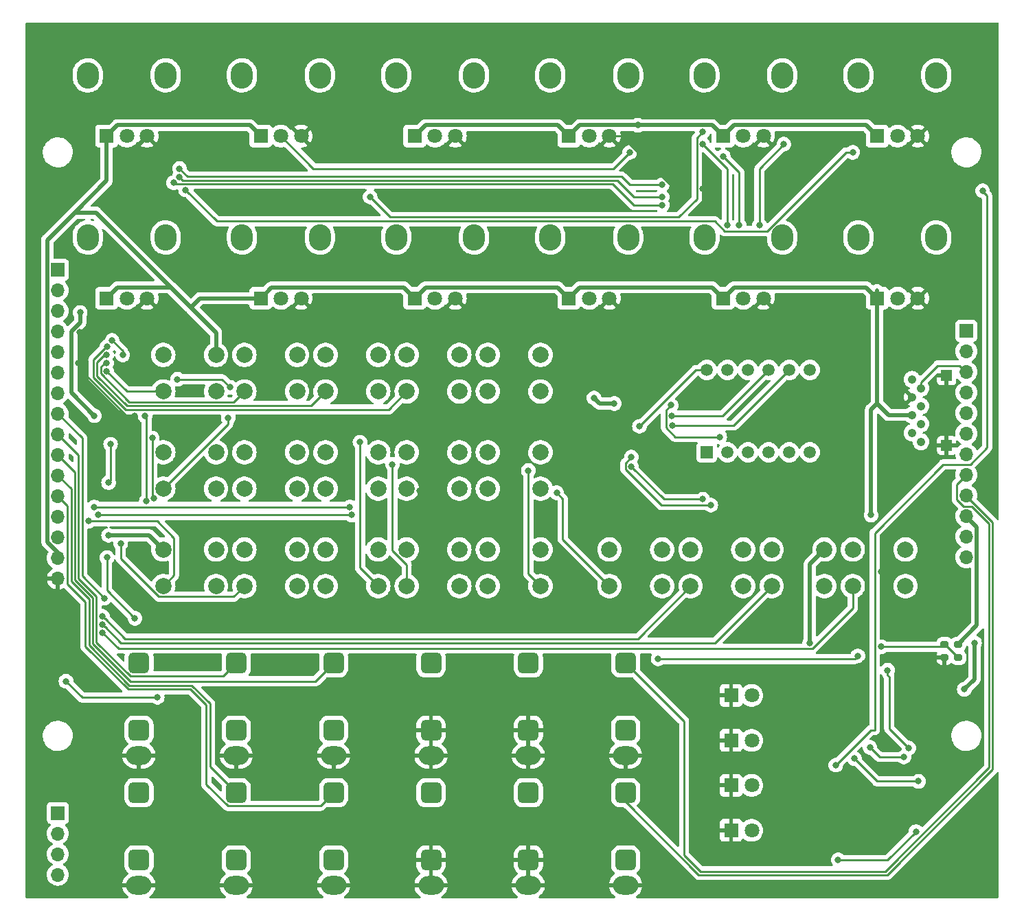
<source format=gbr>
%TF.GenerationSoftware,KiCad,Pcbnew,7.0.2*%
%TF.CreationDate,2025-02-19T16:25:23+00:00*%
%TF.ProjectId,dk2_04_top,646b325f-3034-45f7-946f-702e6b696361,rev?*%
%TF.SameCoordinates,Original*%
%TF.FileFunction,Copper,L1,Top*%
%TF.FilePolarity,Positive*%
%FSLAX46Y46*%
G04 Gerber Fmt 4.6, Leading zero omitted, Abs format (unit mm)*
G04 Created by KiCad (PCBNEW 7.0.2) date 2025-02-19 16:25:23*
%MOMM*%
%LPD*%
G01*
G04 APERTURE LIST*
G04 Aperture macros list*
%AMRoundRect*
0 Rectangle with rounded corners*
0 $1 Rounding radius*
0 $2 $3 $4 $5 $6 $7 $8 $9 X,Y pos of 4 corners*
0 Add a 4 corners polygon primitive as box body*
4,1,4,$2,$3,$4,$5,$6,$7,$8,$9,$2,$3,0*
0 Add four circle primitives for the rounded corners*
1,1,$1+$1,$2,$3*
1,1,$1+$1,$4,$5*
1,1,$1+$1,$6,$7*
1,1,$1+$1,$8,$9*
0 Add four rect primitives between the rounded corners*
20,1,$1+$1,$2,$3,$4,$5,0*
20,1,$1+$1,$4,$5,$6,$7,0*
20,1,$1+$1,$6,$7,$8,$9,0*
20,1,$1+$1,$8,$9,$2,$3,0*%
G04 Aperture macros list end*
%TA.AperFunction,ComponentPad*%
%ADD10R,1.700000X1.700000*%
%TD*%
%TA.AperFunction,ComponentPad*%
%ADD11O,1.700000X1.700000*%
%TD*%
%TA.AperFunction,ComponentPad*%
%ADD12C,2.000000*%
%TD*%
%TA.AperFunction,ComponentPad*%
%ADD13O,2.720000X3.240000*%
%TD*%
%TA.AperFunction,ComponentPad*%
%ADD14R,1.800000X1.800000*%
%TD*%
%TA.AperFunction,ComponentPad*%
%ADD15C,1.800000*%
%TD*%
%TA.AperFunction,ComponentPad*%
%ADD16O,3.100000X2.300000*%
%TD*%
%TA.AperFunction,ComponentPad*%
%ADD17RoundRect,0.650000X-0.650000X-0.650000X0.650000X-0.650000X0.650000X0.650000X-0.650000X0.650000X0*%
%TD*%
%TA.AperFunction,ComponentPad*%
%ADD18R,1.500000X1.500000*%
%TD*%
%TA.AperFunction,ComponentPad*%
%ADD19C,1.500000*%
%TD*%
%TA.AperFunction,ComponentPad*%
%ADD20C,1.050000*%
%TD*%
%TA.AperFunction,ComponentPad*%
%ADD21R,1.350000X1.350000*%
%TD*%
%TA.AperFunction,SMDPad,CuDef*%
%ADD22RoundRect,0.200000X0.275000X-0.200000X0.275000X0.200000X-0.275000X0.200000X-0.275000X-0.200000X0*%
%TD*%
%TA.AperFunction,ViaPad*%
%ADD23C,0.800000*%
%TD*%
%TA.AperFunction,Conductor*%
%ADD24C,0.250000*%
%TD*%
%TA.AperFunction,Conductor*%
%ADD25C,0.500000*%
%TD*%
G04 APERTURE END LIST*
D10*
%TO.P,J7,1,Pin_1*%
%TO.N,SD_CLOCK*%
X186000000Y-78000000D03*
D11*
%TO.P,J7,2,Pin_2*%
%TO.N,SD_SERIAL_IN*%
X186000000Y-80540000D03*
%TO.P,J7,3,Pin_3*%
%TO.N,SD_SERIAL_OUT*%
X186000000Y-83080000D03*
%TO.P,J7,4,Pin_4*%
%TO.N,SD_CHIP_SELECT*%
X186000000Y-85620000D03*
%TO.P,J7,5,Pin_5*%
%TO.N,595_DATA*%
X186000000Y-88160000D03*
%TO.P,J7,6,Pin_6*%
%TO.N,595_CLOCK*%
X186000000Y-90700000D03*
%TO.P,J7,7,Pin_7*%
%TO.N,595_LATCH*%
X186000000Y-93240000D03*
%TO.P,J7,8,Pin_8*%
%TO.N,EURO_OUT_1*%
X186000000Y-95780000D03*
%TO.P,J7,9,Pin_9*%
%TO.N,EURO_OUT_2*%
X186000000Y-98320000D03*
%TO.P,J7,10,Pin_10*%
%TO.N,+12V*%
X186000000Y-100860000D03*
%TO.P,J7,11,Pin_11*%
%TO.N,+3.3V*%
X186000000Y-103400000D03*
%TO.P,J7,12,Pin_12*%
%TO.N,-12V*%
X186000000Y-105940000D03*
%TD*%
D10*
%TO.P,J1,1,Pin_1*%
%TO.N,4051_ADDRESS_A*%
X74000000Y-70500000D03*
D11*
%TO.P,J1,2,Pin_2*%
%TO.N,4051_ADDRESS_B*%
X74000000Y-73040000D03*
%TO.P,J1,3,Pin_3*%
%TO.N,4051_ADDRESS_C*%
X74000000Y-75580000D03*
%TO.P,J1,4,Pin_4*%
%TO.N,4051_READING_1*%
X74000000Y-78120000D03*
%TO.P,J1,5,Pin_5*%
%TO.N,4051_READING_0*%
X74000000Y-80660000D03*
%TO.P,J1,6,Pin_6*%
%TO.N,165_LOAD*%
X74000000Y-83200000D03*
%TO.P,J1,7,Pin_7*%
%TO.N,165_CLOCK*%
X74000000Y-85740000D03*
%TO.P,J1,8,Pin_8*%
%TO.N,165_DATA*%
X74000000Y-88280000D03*
%TO.P,J1,9,Pin_9*%
%TO.N,TRIGGER_OUT_1_EURO*%
X74000000Y-90820000D03*
%TO.P,J1,10,Pin_10*%
%TO.N,TRIGGER_OUT_2_EURO*%
X74000000Y-93360000D03*
%TO.P,J1,11,Pin_11*%
%TO.N,TRIGGER_OUT_3_EURO*%
X74000000Y-95900000D03*
%TO.P,J1,12,Pin_12*%
%TO.N,TRIGGER_OUT_4_EURO*%
X74000000Y-98440000D03*
%TO.P,J1,13,Pin_13*%
%TO.N,SYNC_IN_EURO*%
X74000000Y-100980000D03*
%TO.P,J1,14,Pin_14*%
%TO.N,SYNC_OUT_EURO*%
X74000000Y-103520000D03*
%TO.P,J1,15,Pin_15*%
%TO.N,+3.3V*%
X74000000Y-106060000D03*
%TO.P,J1,16,Pin_16*%
%TO.N,GND*%
X74000000Y-108600000D03*
%TD*%
D12*
%TO.P,SW10,1,1*%
%TO.N,+3.3V*%
X127000000Y-93000000D03*
X133500000Y-93000000D03*
%TO.P,SW10,2,2*%
%TO.N,Net-(U5-D1)*%
X127000000Y-97500000D03*
X133500000Y-97500000D03*
%TD*%
%TO.P,SW8,1,1*%
%TO.N,+3.3V*%
X107000000Y-93000000D03*
X113500000Y-93000000D03*
%TO.P,SW8,2,2*%
%TO.N,Net-(U4-D7)*%
X107000000Y-97500000D03*
X113500000Y-97500000D03*
%TD*%
D13*
%TO.P,RV3,*%
%TO.N,*%
X115700000Y-46500000D03*
X125300000Y-46500000D03*
D14*
%TO.P,RV3,1,1*%
%TO.N,+3.3V*%
X118000000Y-54000000D03*
D15*
%TO.P,RV3,2,2*%
%TO.N,Net-(U6-A2)*%
X120500000Y-54000000D03*
%TO.P,RV3,3,3*%
%TO.N,GND*%
X123000000Y-54000000D03*
%TD*%
D16*
%TO.P,J2,S*%
%TO.N,GND*%
X96000000Y-130400000D03*
D17*
%TO.P,J2,T*%
%TO.N,TRIGGER_OUT_1_EURO*%
X96000000Y-119000000D03*
%TO.P,J2,TN*%
%TO.N,unconnected-(J2-PadTN)*%
X96000000Y-127300000D03*
%TD*%
D16*
%TO.P,J13,S*%
%TO.N,GND*%
X132000000Y-130400000D03*
D17*
%TO.P,J13,T*%
%TO.N,Net-(J13-PadT)*%
X132000000Y-119000000D03*
%TO.P,J13,TN*%
%TO.N,GND*%
X132000000Y-127300000D03*
%TD*%
D13*
%TO.P,RV8,*%
%TO.N,*%
X134700000Y-66500000D03*
X144300000Y-66500000D03*
D14*
%TO.P,RV8,1,1*%
%TO.N,+3.3V*%
X137000000Y-74000000D03*
D15*
%TO.P,RV8,2,2*%
%TO.N,Net-(U6-A7)*%
X139500000Y-74000000D03*
%TO.P,RV8,3,3*%
%TO.N,GND*%
X142000000Y-74000000D03*
%TD*%
D16*
%TO.P,J12,S*%
%TO.N,GND*%
X120000000Y-130400000D03*
D17*
%TO.P,J12,T*%
%TO.N,Net-(J12-PadT)*%
X120000000Y-119000000D03*
%TO.P,J12,TN*%
%TO.N,GND*%
X120000000Y-127300000D03*
%TD*%
D12*
%TO.P,SW19,1,1*%
%TO.N,+3.3V*%
X172000000Y-105000000D03*
X178500000Y-105000000D03*
%TO.P,SW19,2,2*%
%TO.N,Net-(U10-D2)*%
X172000000Y-109500000D03*
X178500000Y-109500000D03*
%TD*%
D16*
%TO.P,J11,S*%
%TO.N,GND*%
X144000000Y-146400000D03*
D17*
%TO.P,J11,T*%
%TO.N,EURO_OUT_2*%
X144000000Y-135000000D03*
%TO.P,J11,TN*%
%TO.N,unconnected-(J11-PadTN)*%
X144000000Y-143300000D03*
%TD*%
D13*
%TO.P,RV4,*%
%TO.N,*%
X134700000Y-46500000D03*
X144300000Y-46500000D03*
D14*
%TO.P,RV4,1,1*%
%TO.N,+3.3V*%
X137000000Y-54000000D03*
D15*
%TO.P,RV4,2,2*%
%TO.N,Net-(U6-A3)*%
X139500000Y-54000000D03*
%TO.P,RV4,3,3*%
%TO.N,GND*%
X142000000Y-54000000D03*
%TD*%
D12*
%TO.P,SW3,1,1*%
%TO.N,+3.3V*%
X107000000Y-81000000D03*
X113500000Y-81000000D03*
%TO.P,SW3,2,2*%
%TO.N,Net-(U4-D2)*%
X107000000Y-85500000D03*
X113500000Y-85500000D03*
%TD*%
D13*
%TO.P,RV1,*%
%TO.N,*%
X77700000Y-46500000D03*
X87300000Y-46500000D03*
D14*
%TO.P,RV1,1,1*%
%TO.N,+3.3V*%
X80000000Y-54000000D03*
D15*
%TO.P,RV1,2,2*%
%TO.N,Net-(U6-A0)*%
X82500000Y-54000000D03*
%TO.P,RV1,3,3*%
%TO.N,GND*%
X85000000Y-54000000D03*
%TD*%
D13*
%TO.P,RV10,*%
%TO.N,*%
X172700000Y-46500000D03*
X182300000Y-46500000D03*
D14*
%TO.P,RV10,1,1*%
%TO.N,+3.3V*%
X175000000Y-54000000D03*
D15*
%TO.P,RV10,2,2*%
%TO.N,Net-(U9-A1)*%
X177500000Y-54000000D03*
%TO.P,RV10,3,3*%
%TO.N,GND*%
X180000000Y-54000000D03*
%TD*%
D16*
%TO.P,J4,S*%
%TO.N,GND*%
X84000000Y-130400000D03*
D17*
%TO.P,J4,T*%
%TO.N,SYNC_IN_EURO*%
X84000000Y-119000000D03*
%TO.P,J4,TN*%
%TO.N,unconnected-(J4-PadTN)*%
X84000000Y-127300000D03*
%TD*%
D12*
%TO.P,SW9,1,1*%
%TO.N,+3.3V*%
X117000000Y-93000000D03*
X123500000Y-93000000D03*
%TO.P,SW9,2,2*%
%TO.N,Net-(U5-D0)*%
X117000000Y-97500000D03*
X123500000Y-97500000D03*
%TD*%
D16*
%TO.P,J14,S*%
%TO.N,GND*%
X120000000Y-146400000D03*
D17*
%TO.P,J14,T*%
%TO.N,Net-(J14-PadT)*%
X120000000Y-135000000D03*
%TO.P,J14,TN*%
%TO.N,GND*%
X120000000Y-143300000D03*
%TD*%
D16*
%TO.P,J15,S*%
%TO.N,GND*%
X132000000Y-146400000D03*
D17*
%TO.P,J15,T*%
%TO.N,Net-(J15-PadT)*%
X132000000Y-135000000D03*
%TO.P,J15,TN*%
%TO.N,GND*%
X132000000Y-143300000D03*
%TD*%
D12*
%TO.P,SW6,1,1*%
%TO.N,+3.3V*%
X87000000Y-93000000D03*
X93500000Y-93000000D03*
%TO.P,SW6,2,2*%
%TO.N,Net-(U4-D5)*%
X87000000Y-97500000D03*
X93500000Y-97500000D03*
%TD*%
D13*
%TO.P,RV7,*%
%TO.N,*%
X115700000Y-66500000D03*
X125300000Y-66500000D03*
D14*
%TO.P,RV7,1,1*%
%TO.N,+3.3V*%
X118000000Y-74000000D03*
D15*
%TO.P,RV7,2,2*%
%TO.N,Net-(U6-A6)*%
X120500000Y-74000000D03*
%TO.P,RV7,3,3*%
%TO.N,GND*%
X123000000Y-74000000D03*
%TD*%
D12*
%TO.P,SW17,1,1*%
%TO.N,+3.3V*%
X152000000Y-105000000D03*
X158500000Y-105000000D03*
%TO.P,SW17,2,2*%
%TO.N,Net-(U10-D0)*%
X152000000Y-109500000D03*
X158500000Y-109500000D03*
%TD*%
%TO.P,SW1,1,1*%
%TO.N,+3.3V*%
X87000000Y-81000000D03*
X93500000Y-81000000D03*
%TO.P,SW1,2,2*%
%TO.N,Net-(U4-D0)*%
X87000000Y-85500000D03*
X93500000Y-85500000D03*
%TD*%
D18*
%TO.P,U3,1,e*%
%TO.N,Net-(U3-e)*%
X154000000Y-93000000D03*
D19*
%TO.P,U3,2,d*%
%TO.N,Net-(U3-d)*%
X156540000Y-93000000D03*
%TO.P,U3,3,DPX*%
%TO.N,Net-(U3-DPX)*%
X159080000Y-93000000D03*
%TO.P,U3,4,c*%
%TO.N,Net-(U3-c)*%
X161620000Y-93000000D03*
%TO.P,U3,5,g*%
%TO.N,Net-(U3-g)*%
X164160000Y-93000000D03*
%TO.P,U3,6,CA4*%
%TO.N,Net-(U2-QD)*%
X166700000Y-93000000D03*
%TO.P,U3,7,b*%
%TO.N,Net-(U3-b)*%
X166700000Y-82840000D03*
%TO.P,U3,8,CA3*%
%TO.N,Net-(U2-QC)*%
X164160000Y-82840000D03*
%TO.P,U3,9,CA2*%
%TO.N,Net-(U2-QB)*%
X161620000Y-82840000D03*
%TO.P,U3,10,f*%
%TO.N,Net-(U3-f)*%
X159080000Y-82840000D03*
%TO.P,U3,11,a*%
%TO.N,Net-(U3-a)*%
X156540000Y-82840000D03*
%TO.P,U3,12,CA1*%
%TO.N,Net-(U2-QA)*%
X154000000Y-82840000D03*
%TD*%
D20*
%TO.P,J6,1,DAT2*%
%TO.N,unconnected-(J6-DAT2-Pad1)*%
X180400000Y-91700000D03*
%TO.P,J6,2,DAT3/CD*%
%TO.N,SD_CHIP_SELECT*%
X179300000Y-90600000D03*
%TO.P,J6,3,CMD*%
%TO.N,SD_SERIAL_IN*%
X180400000Y-89500000D03*
%TO.P,J6,4,VDD*%
%TO.N,+3.3V*%
X179300000Y-88400000D03*
%TO.P,J6,5,CLK*%
%TO.N,SD_CLOCK*%
X180400000Y-87300000D03*
%TO.P,J6,6,VSS*%
%TO.N,GND*%
X179300000Y-86200000D03*
%TO.P,J6,7,DAT0*%
%TO.N,SD_SERIAL_OUT*%
X180400000Y-85100000D03*
%TO.P,J6,8,DAT1*%
%TO.N,unconnected-(J6-DAT1-Pad8)*%
X179300000Y-84000000D03*
D21*
%TO.P,J6,9,SHIELD*%
%TO.N,GND*%
X183570000Y-92150000D03*
X183570000Y-83550000D03*
%TD*%
D14*
%TO.P,D3,1,K*%
%TO.N,GND*%
X157000000Y-134100000D03*
D15*
%TO.P,D3,2,A*%
%TO.N,Net-(D3-A)*%
X159540000Y-134100000D03*
%TD*%
D13*
%TO.P,RV11,*%
%TO.N,*%
X153700000Y-66500000D03*
X163300000Y-66500000D03*
D14*
%TO.P,RV11,1,1*%
%TO.N,+3.3V*%
X156000000Y-74000000D03*
D15*
%TO.P,RV11,2,2*%
%TO.N,Net-(U9-A2)*%
X158500000Y-74000000D03*
%TO.P,RV11,3,3*%
%TO.N,GND*%
X161000000Y-74000000D03*
%TD*%
D13*
%TO.P,RV9,*%
%TO.N,*%
X153700000Y-46500000D03*
X163300000Y-46500000D03*
D14*
%TO.P,RV9,1,1*%
%TO.N,+3.3V*%
X156000000Y-54000000D03*
D15*
%TO.P,RV9,2,2*%
%TO.N,Net-(U9-A0)*%
X158500000Y-54000000D03*
%TO.P,RV9,3,3*%
%TO.N,GND*%
X161000000Y-54000000D03*
%TD*%
D16*
%TO.P,J8,S*%
%TO.N,GND*%
X96000000Y-146400000D03*
D17*
%TO.P,J8,T*%
%TO.N,TRIGGER_OUT_3_EURO*%
X96000000Y-135000000D03*
%TO.P,J8,TN*%
%TO.N,unconnected-(J8-PadTN)*%
X96000000Y-143300000D03*
%TD*%
D22*
%TO.P,R45,1*%
%TO.N,GND*%
X183300000Y-118325000D03*
%TO.P,R45,2*%
%TO.N,12V DETECTION*%
X183300000Y-116675000D03*
%TD*%
D12*
%TO.P,SW15,1,1*%
%TO.N,+3.3V*%
X127000000Y-105000000D03*
X133500000Y-105000000D03*
%TO.P,SW15,2,2*%
%TO.N,Net-(U5-D6)*%
X127000000Y-109500000D03*
X133500000Y-109500000D03*
%TD*%
%TO.P,SW13,1,1*%
%TO.N,+3.3V*%
X107000000Y-105000000D03*
X113500000Y-105000000D03*
%TO.P,SW13,2,2*%
%TO.N,Net-(U5-D4)*%
X107000000Y-109500000D03*
X113500000Y-109500000D03*
%TD*%
%TO.P,SW18,1,1*%
%TO.N,+3.3V*%
X162000000Y-105000000D03*
X168500000Y-105000000D03*
%TO.P,SW18,2,2*%
%TO.N,Net-(U10-D1)*%
X162000000Y-109500000D03*
X168500000Y-109500000D03*
%TD*%
%TO.P,SW11,1,1*%
%TO.N,+3.3V*%
X87000000Y-105000000D03*
X93500000Y-105000000D03*
%TO.P,SW11,2,2*%
%TO.N,Net-(U5-D2)*%
X87000000Y-109500000D03*
X93500000Y-109500000D03*
%TD*%
%TO.P,SW2,1,1*%
%TO.N,+3.3V*%
X97000000Y-81000000D03*
X103500000Y-81000000D03*
%TO.P,SW2,2,2*%
%TO.N,Net-(U4-D1)*%
X97000000Y-85500000D03*
X103500000Y-85500000D03*
%TD*%
%TO.P,SW7,1,1*%
%TO.N,+3.3V*%
X97000000Y-93000000D03*
X103500000Y-93000000D03*
%TO.P,SW7,2,2*%
%TO.N,Net-(U4-D6)*%
X97000000Y-97500000D03*
X103500000Y-97500000D03*
%TD*%
D14*
%TO.P,D2,1,K*%
%TO.N,GND*%
X157000000Y-128550000D03*
D15*
%TO.P,D2,2,A*%
%TO.N,Net-(D2-A)*%
X159540000Y-128550000D03*
%TD*%
D14*
%TO.P,D1,1,K*%
%TO.N,GND*%
X157000000Y-123000000D03*
D15*
%TO.P,D1,2,A*%
%TO.N,Net-(D1-A)*%
X159540000Y-123000000D03*
%TD*%
D16*
%TO.P,J5,S*%
%TO.N,GND*%
X144000000Y-130400000D03*
D17*
%TO.P,J5,T*%
%TO.N,EURO_OUT_1*%
X144000000Y-119000000D03*
%TO.P,J5,TN*%
%TO.N,unconnected-(J5-PadTN)*%
X144000000Y-127300000D03*
%TD*%
D12*
%TO.P,SW12,1,1*%
%TO.N,+3.3V*%
X97000000Y-105000000D03*
X103500000Y-105000000D03*
%TO.P,SW12,2,2*%
%TO.N,Net-(U5-D3)*%
X97000000Y-109500000D03*
X103500000Y-109500000D03*
%TD*%
D22*
%TO.P,R44,1*%
%TO.N,12V DETECTION*%
X185000000Y-118325000D03*
%TO.P,R44,2*%
%TO.N,+12V*%
X185000000Y-116675000D03*
%TD*%
D14*
%TO.P,D4,1,K*%
%TO.N,GND*%
X157000000Y-139650000D03*
D15*
%TO.P,D4,2,A*%
%TO.N,Net-(D4-A)*%
X159540000Y-139650000D03*
%TD*%
D12*
%TO.P,SW4,1,1*%
%TO.N,+3.3V*%
X117000000Y-81000000D03*
X123500000Y-81000000D03*
%TO.P,SW4,2,2*%
%TO.N,Net-(U4-D3)*%
X117000000Y-85500000D03*
X123500000Y-85500000D03*
%TD*%
D13*
%TO.P,RV12,*%
%TO.N,*%
X172700000Y-66500000D03*
X182300000Y-66500000D03*
D14*
%TO.P,RV12,1,1*%
%TO.N,+3.3V*%
X175000000Y-74000000D03*
D15*
%TO.P,RV12,2,2*%
%TO.N,Net-(U9-A3)*%
X177500000Y-74000000D03*
%TO.P,RV12,3,3*%
%TO.N,GND*%
X180000000Y-74000000D03*
%TD*%
D16*
%TO.P,J9,S*%
%TO.N,GND*%
X108000000Y-146400000D03*
D17*
%TO.P,J9,T*%
%TO.N,TRIGGER_OUT_4_EURO*%
X108000000Y-135000000D03*
%TO.P,J9,TN*%
%TO.N,unconnected-(J9-PadTN)*%
X108000000Y-143300000D03*
%TD*%
D13*
%TO.P,RV6,*%
%TO.N,*%
X96700000Y-66500000D03*
X106300000Y-66500000D03*
D14*
%TO.P,RV6,1,1*%
%TO.N,+3.3V*%
X99000000Y-74000000D03*
D15*
%TO.P,RV6,2,2*%
%TO.N,Net-(U6-A5)*%
X101500000Y-74000000D03*
%TO.P,RV6,3,3*%
%TO.N,GND*%
X104000000Y-74000000D03*
%TD*%
D10*
%TO.P,J16,1,Pin_1*%
%TO.N,Net-(J16-Pin_1)*%
X74000000Y-137500000D03*
D11*
%TO.P,J16,2,Pin_2*%
%TO.N,Net-(J16-Pin_2)*%
X74000000Y-140040000D03*
%TO.P,J16,3,Pin_3*%
%TO.N,Net-(J16-Pin_3)*%
X74000000Y-142580000D03*
%TO.P,J16,4,Pin_4*%
%TO.N,Net-(J16-Pin_4)*%
X74000000Y-145120000D03*
%TD*%
D16*
%TO.P,J3,S*%
%TO.N,GND*%
X108000000Y-130400000D03*
D17*
%TO.P,J3,T*%
%TO.N,TRIGGER_OUT_2_EURO*%
X108000000Y-119000000D03*
%TO.P,J3,TN*%
%TO.N,unconnected-(J3-PadTN)*%
X108000000Y-127300000D03*
%TD*%
D13*
%TO.P,RV5,*%
%TO.N,*%
X77700000Y-66500000D03*
X87300000Y-66500000D03*
D14*
%TO.P,RV5,1,1*%
%TO.N,+3.3V*%
X80000000Y-74000000D03*
D15*
%TO.P,RV5,2,2*%
%TO.N,Net-(U6-A4)*%
X82500000Y-74000000D03*
%TO.P,RV5,3,3*%
%TO.N,GND*%
X85000000Y-74000000D03*
%TD*%
D12*
%TO.P,SW5,1,1*%
%TO.N,+3.3V*%
X127000000Y-81000000D03*
X133500000Y-81000000D03*
%TO.P,SW5,2,2*%
%TO.N,Net-(U4-D4)*%
X127000000Y-85500000D03*
X133500000Y-85500000D03*
%TD*%
D13*
%TO.P,RV2,*%
%TO.N,*%
X96700000Y-46500000D03*
X106300000Y-46500000D03*
D14*
%TO.P,RV2,1,1*%
%TO.N,+3.3V*%
X99000000Y-54000000D03*
D15*
%TO.P,RV2,2,2*%
%TO.N,Net-(U6-A1)*%
X101500000Y-54000000D03*
%TO.P,RV2,3,3*%
%TO.N,GND*%
X104000000Y-54000000D03*
%TD*%
D12*
%TO.P,SW16,1,1*%
%TO.N,+3.3V*%
X142000000Y-105000000D03*
X148500000Y-105000000D03*
%TO.P,SW16,2,2*%
%TO.N,Net-(U5-D7)*%
X142000000Y-109500000D03*
X148500000Y-109500000D03*
%TD*%
D16*
%TO.P,J10,S*%
%TO.N,GND*%
X84000000Y-146400000D03*
D17*
%TO.P,J10,T*%
%TO.N,SYNC_OUT_EURO*%
X84000000Y-135000000D03*
%TO.P,J10,TN*%
%TO.N,unconnected-(J10-PadTN)*%
X84000000Y-143300000D03*
%TD*%
D12*
%TO.P,SW14,1,1*%
%TO.N,+3.3V*%
X117000000Y-105000000D03*
X123500000Y-105000000D03*
%TO.P,SW14,2,2*%
%TO.N,Net-(U5-D5)*%
X117000000Y-109500000D03*
X123500000Y-109500000D03*
%TD*%
D23*
%TO.N,GND*%
X150000000Y-61000000D03*
%TO.N,+3.3V*%
X145500000Y-52650000D03*
%TO.N,GND*%
X153500000Y-60500000D03*
X172500000Y-60500000D03*
%TO.N,Net-(U6-A1)*%
X144500000Y-56000000D03*
%TO.N,4051_ADDRESS_A*%
X148500000Y-60000000D03*
%TO.N,4051_ADDRESS_B*%
X148500000Y-61500000D03*
%TO.N,4051_ADDRESS_C*%
X148500000Y-62500000D03*
%TO.N,Net-(U6-A4)*%
X153500000Y-53500000D03*
X112500000Y-61500000D03*
%TO.N,4051_READING_1*%
X172000000Y-56000000D03*
%TO.N,Net-(U9-A2)*%
X163500000Y-55000000D03*
X160500000Y-65000000D03*
%TO.N,Net-(U6-A7)*%
X156012299Y-56487701D03*
X158000000Y-65000000D03*
%TO.N,Net-(U6-A6)*%
X153500000Y-55000000D03*
X156500000Y-65000000D03*
%TO.N,GND*%
X125250000Y-87500000D03*
X173500000Y-119000000D03*
X130500000Y-106500000D03*
X175300000Y-141500000D03*
X140900000Y-81000000D03*
X172000000Y-124000000D03*
X175500000Y-135900000D03*
X175500000Y-107750000D03*
X83500000Y-88500000D03*
X76724325Y-78224325D03*
X118575596Y-97775500D03*
X151300000Y-100600000D03*
X144800000Y-91000000D03*
X76500000Y-82000000D03*
%TO.N,CV_IN_4*%
X172200000Y-130800000D03*
X180100000Y-133600000D03*
%TO.N,SYNC_IN_EURO*%
X86250000Y-123250000D03*
X75000000Y-121250000D03*
%TO.N,595_CLOCK*%
X144700000Y-94800000D03*
X153500000Y-98799500D03*
%TO.N,595_LATCH*%
X154500000Y-99524000D03*
X144700000Y-93600000D03*
%TO.N,165_LOAD*%
X80697020Y-79205153D03*
X82000000Y-81000000D03*
%TO.N,165_DATA*%
X79725500Y-111000000D03*
%TO.N,4051_ADDRESS_A*%
X89000000Y-58000000D03*
%TO.N,4051_ADDRESS_B*%
X88987701Y-59012299D03*
%TO.N,4051_ADDRESS_C*%
X88250000Y-59750000D03*
%TO.N,4051_READING_1*%
X89750000Y-60624500D03*
%TO.N,Net-(U2-QB)*%
X149700000Y-88500000D03*
%TO.N,Net-(U2-QC)*%
X149725500Y-89700000D03*
%TO.N,Net-(U2-QA)*%
X145700000Y-89800000D03*
%TO.N,-12V*%
X187000000Y-116500000D03*
X185750000Y-122250000D03*
%TO.N,Net-(U8A--)*%
X178900000Y-129500000D03*
X176300000Y-119900000D03*
%TO.N,CV_IN_1*%
X169900000Y-131600000D03*
X188000000Y-60750000D03*
%TO.N,Net-(U8B--)*%
X178300000Y-130600000D03*
X174100000Y-129400000D03*
%TO.N,CV_IN_2*%
X170200000Y-143300000D03*
X179800000Y-139800000D03*
%TO.N,Net-(U1-QH)*%
X149600000Y-87200000D03*
X155600000Y-91100000D03*
%TO.N,Net-(U4-D0)*%
X80000000Y-83000000D03*
%TO.N,Net-(U4-D1)*%
X80000000Y-82000000D03*
%TO.N,Net-(U4-D2)*%
X80000000Y-81000000D03*
%TO.N,Net-(U4-D3)*%
X80061584Y-79979630D03*
%TO.N,Net-(U4-D5)*%
X95000000Y-88750000D03*
X88750000Y-84000000D03*
X95250000Y-85000000D03*
%TO.N,Net-(U4-D6)*%
X85862868Y-98675500D03*
X85638031Y-91250000D03*
%TO.N,Net-(U4-D7)*%
X84750000Y-88500000D03*
X84913531Y-99025500D03*
%TO.N,+3.3V*%
X80250000Y-103250000D03*
X166700000Y-116500000D03*
X140100000Y-86300000D03*
X142600000Y-87000000D03*
X174250000Y-100750000D03*
X76750000Y-75750000D03*
X78500000Y-88500000D03*
%TO.N,Net-(U5-D0)*%
X110000000Y-99750000D03*
X78500000Y-99750000D03*
%TO.N,Net-(U5-D1)*%
X79000000Y-100750000D03*
X110250000Y-100750000D03*
%TO.N,Net-(U5-D2)*%
X77750000Y-101500000D03*
%TO.N,Net-(U5-D3)*%
X81750000Y-104250000D03*
%TO.N,Net-(U5-D4)*%
X111250000Y-91750000D03*
%TO.N,Net-(U5-D5)*%
X115250000Y-94500000D03*
%TO.N,Net-(U5-D6)*%
X132000000Y-95250000D03*
%TO.N,Net-(U5-D7)*%
X135500000Y-98000000D03*
%TO.N,Net-(U10-D0)*%
X79500000Y-113250000D03*
%TO.N,/Shift register in 1/DATA_OUT*%
X80250000Y-96750000D03*
X80500000Y-92000000D03*
%TO.N,Net-(U10-D1)*%
X79500000Y-114250000D03*
%TO.N,Net-(U10-D2)*%
X79500000Y-115250000D03*
%TO.N,12V DETECTION*%
X148000000Y-118500000D03*
X175500000Y-117000000D03*
X83500000Y-113500000D03*
X80061584Y-105979630D03*
X172622183Y-118122183D03*
%TD*%
D24*
%TO.N,Net-(U6-A1)*%
X142500000Y-58000000D02*
X144500000Y-56000000D01*
X105500000Y-58000000D02*
X142500000Y-58000000D01*
X101500000Y-54000000D02*
X105500000Y-58000000D01*
%TO.N,GND*%
X143525305Y-54000000D02*
X150000000Y-60474695D01*
X150000000Y-60474695D02*
X150000000Y-61000000D01*
X142000000Y-54000000D02*
X143525305Y-54000000D01*
D25*
%TO.N,+3.3V*%
X145500000Y-52650000D02*
X154650000Y-52650000D01*
X138350000Y-52650000D02*
X145500000Y-52650000D01*
X173650000Y-52650000D02*
X175000000Y-54000000D01*
X157350000Y-52650000D02*
X173650000Y-52650000D01*
X156000000Y-54000000D02*
X157350000Y-52650000D01*
X80000000Y-59500000D02*
X80000000Y-54000000D01*
X76070000Y-63430000D02*
X80000000Y-59500000D01*
X173650000Y-72650000D02*
X175000000Y-74000000D01*
X156000000Y-74000000D02*
X157350000Y-72650000D01*
X157350000Y-72650000D02*
X173650000Y-72650000D01*
X154650000Y-72650000D02*
X156000000Y-74000000D01*
X138350000Y-72650000D02*
X154650000Y-72650000D01*
X137000000Y-74000000D02*
X138350000Y-72650000D01*
X119350000Y-72650000D02*
X135650000Y-72650000D01*
X118000000Y-74000000D02*
X119350000Y-72650000D01*
X135650000Y-72650000D02*
X137000000Y-74000000D01*
X100350000Y-72650000D02*
X116650000Y-72650000D01*
X99000000Y-74000000D02*
X100350000Y-72650000D01*
X116650000Y-72650000D02*
X118000000Y-74000000D01*
X99000000Y-74000000D02*
X91500000Y-74000000D01*
X91500000Y-74000000D02*
X90375000Y-75125000D01*
X90375000Y-75125000D02*
X90625000Y-75375000D01*
X87900000Y-72650000D02*
X88125000Y-72875000D01*
X81350000Y-72650000D02*
X87900000Y-72650000D01*
X80000000Y-74000000D02*
X81350000Y-72650000D01*
X88125000Y-72875000D02*
X90625000Y-75375000D01*
X78680000Y-63430000D02*
X88125000Y-72875000D01*
X154650000Y-52650000D02*
X156000000Y-54000000D01*
X137000000Y-54000000D02*
X138350000Y-52650000D01*
X135650000Y-52650000D02*
X137000000Y-54000000D01*
X118000000Y-54000000D02*
X119350000Y-52650000D01*
X119350000Y-52650000D02*
X135650000Y-52650000D01*
X81350000Y-52650000D02*
X97650000Y-52650000D01*
X80000000Y-54000000D02*
X81350000Y-52650000D01*
X97650000Y-52650000D02*
X99000000Y-54000000D01*
D24*
%TO.N,4051_ADDRESS_A*%
X144500000Y-60000000D02*
X148500000Y-60000000D01*
X143500000Y-59000000D02*
X144500000Y-60000000D01*
X143000000Y-59000000D02*
X143500000Y-59000000D01*
%TO.N,4051_ADDRESS_B*%
X145050000Y-61500000D02*
X148500000Y-61500000D01*
X143000000Y-59450000D02*
X145050000Y-61500000D01*
X89425402Y-59450000D02*
X88987701Y-59012299D01*
X143000000Y-59450000D02*
X89425402Y-59450000D01*
%TO.N,4051_ADDRESS_C*%
X145000000Y-62500000D02*
X148500000Y-62500000D01*
X142400000Y-59900000D02*
X145000000Y-62500000D01*
%TO.N,Net-(U6-A4)*%
X152775000Y-61725000D02*
X152775000Y-54225000D01*
X152775000Y-54225000D02*
X153500000Y-53500000D01*
X150500000Y-64000000D02*
X152775000Y-61725000D01*
X115000000Y-64000000D02*
X150500000Y-64000000D01*
X112500000Y-61500000D02*
X115000000Y-64000000D01*
%TO.N,4051_READING_1*%
X171157050Y-56000000D02*
X172000000Y-56000000D01*
X156199695Y-65725000D02*
X161432050Y-65725000D01*
X154974695Y-64500000D02*
X156199695Y-65725000D01*
X93625500Y-64500000D02*
X154974695Y-64500000D01*
X89750000Y-60624500D02*
X93625500Y-64500000D01*
X161432050Y-65725000D02*
X171157050Y-56000000D01*
%TO.N,Net-(U9-A2)*%
X160500000Y-58000000D02*
X163500000Y-55000000D01*
X160500000Y-65000000D02*
X160500000Y-58000000D01*
%TO.N,Net-(U6-A7)*%
X158000000Y-58475402D02*
X156012299Y-56487701D01*
X158000000Y-65000000D02*
X158000000Y-58475402D01*
%TO.N,Net-(U6-A6)*%
X156500000Y-58000000D02*
X153500000Y-55000000D01*
X156500000Y-65000000D02*
X156500000Y-58000000D01*
%TO.N,GND*%
X76500000Y-82522792D02*
X76500000Y-81250000D01*
X76500000Y-82000000D02*
X76500000Y-81250000D01*
X76500000Y-81250000D02*
X76500000Y-78448650D01*
X82477208Y-88500000D02*
X76500000Y-82522792D01*
X76500000Y-78448650D02*
X76724325Y-78224325D01*
X83500000Y-88500000D02*
X82477208Y-88500000D01*
X175540000Y-107710000D02*
X175500000Y-107750000D01*
%TO.N,CV_IN_4*%
X175000000Y-133600000D02*
X172200000Y-130800000D01*
X180100000Y-133600000D02*
X175000000Y-133600000D01*
D25*
%TO.N,+12V*%
X187300000Y-102240000D02*
X187300000Y-114375000D01*
X187300000Y-114375000D02*
X185000000Y-116675000D01*
X186000000Y-100940000D02*
X187300000Y-102240000D01*
D24*
%TO.N,TRIGGER_OUT_1_EURO*%
X78750000Y-110750000D02*
X78750000Y-116428858D01*
X76550000Y-93330000D02*
X76550000Y-108550000D01*
X74000000Y-90780000D02*
X76550000Y-93330000D01*
X76550000Y-108550000D02*
X78750000Y-110750000D01*
X78750000Y-116428858D02*
X82946142Y-120625000D01*
X94375000Y-120625000D02*
X96000000Y-119000000D01*
X82946142Y-120625000D02*
X94375000Y-120625000D01*
%TO.N,TRIGGER_OUT_2_EURO*%
X108000000Y-119000000D02*
X105750000Y-121250000D01*
X76100000Y-95420000D02*
X74000000Y-93320000D01*
X78300000Y-116615254D02*
X78300000Y-110936396D01*
X76100000Y-108736396D02*
X76100000Y-95420000D01*
X105750000Y-121250000D02*
X82934746Y-121250000D01*
X78300000Y-110936396D02*
X76100000Y-108736396D01*
X82934746Y-121250000D02*
X78300000Y-116615254D01*
%TO.N,TRIGGER_OUT_3_EURO*%
X75650000Y-97510000D02*
X75650000Y-108922792D01*
X77850000Y-111122792D02*
X77850000Y-116801650D01*
X82798350Y-121750000D02*
X90500000Y-121750000D01*
X74000000Y-95860000D02*
X75650000Y-97510000D01*
X77850000Y-116801650D02*
X82798350Y-121750000D01*
X75650000Y-108922792D02*
X77850000Y-111122792D01*
X92750000Y-124000000D02*
X92750000Y-131750000D01*
X92750000Y-131750000D02*
X96000000Y-135000000D01*
X90500000Y-121750000D02*
X92750000Y-124000000D01*
%TO.N,TRIGGER_OUT_4_EURO*%
X94946142Y-136625000D02*
X92300000Y-133978858D01*
X75175000Y-109275000D02*
X75175000Y-99575000D01*
X92300000Y-133978858D02*
X92300000Y-124186396D01*
X75175000Y-99575000D02*
X74000000Y-98400000D01*
X108000000Y-135000000D02*
X106375000Y-136625000D01*
X82661954Y-122250000D02*
X77400000Y-116988046D01*
X90363604Y-122250000D02*
X82661954Y-122250000D01*
X77400000Y-116988046D02*
X77400000Y-111500000D01*
X77400000Y-111500000D02*
X75175000Y-109275000D01*
X92300000Y-124186396D02*
X90363604Y-122250000D01*
X106375000Y-136625000D02*
X94946142Y-136625000D01*
%TO.N,SYNC_IN_EURO*%
X75000000Y-121250000D02*
X77000000Y-123250000D01*
X77000000Y-123250000D02*
X86250000Y-123250000D01*
%TO.N,SD_SERIAL_OUT*%
X180400000Y-85100000D02*
X180400000Y-84357538D01*
X185150000Y-82310000D02*
X186000000Y-83160000D01*
X182447538Y-82310000D02*
X185150000Y-82310000D01*
X180400000Y-84357538D02*
X182447538Y-82310000D01*
%TO.N,595_CLOCK*%
X148699500Y-98799500D02*
X144700000Y-94800000D01*
X153500000Y-98799500D02*
X148699500Y-98799500D01*
%TO.N,595_LATCH*%
X148398695Y-99524000D02*
X143975000Y-95100305D01*
X143975000Y-94325000D02*
X144700000Y-93600000D01*
X154500000Y-99524000D02*
X148398695Y-99524000D01*
X143975000Y-95100305D02*
X143975000Y-94325000D01*
%TO.N,EURO_OUT_1*%
X151200000Y-142700000D02*
X153200000Y-144700000D01*
X184825000Y-98825000D02*
X184825000Y-96955000D01*
X184825000Y-96955000D02*
X186000000Y-95780000D01*
X188800000Y-131900000D02*
X188800000Y-101836396D01*
X153200000Y-144700000D02*
X176000000Y-144700000D01*
X176000000Y-144700000D02*
X188800000Y-131900000D01*
X188800000Y-101836396D02*
X186648604Y-99685000D01*
X186648604Y-99685000D02*
X185685000Y-99685000D01*
X185685000Y-99685000D02*
X184825000Y-98825000D01*
X151200000Y-126200000D02*
X151200000Y-142700000D01*
X144000000Y-119000000D02*
X151200000Y-126200000D01*
%TO.N,165_LOAD*%
X80697020Y-79205153D02*
X82000000Y-80508133D01*
X82000000Y-80508133D02*
X82000000Y-81000000D01*
%TO.N,165_DATA*%
X77000000Y-108274500D02*
X77000000Y-91240000D01*
X79725500Y-111000000D02*
X77000000Y-108274500D01*
X77000000Y-91240000D02*
X74000000Y-88240000D01*
%TO.N,4051_ADDRESS_A*%
X90000000Y-59000000D02*
X89000000Y-58000000D01*
X143000000Y-59000000D02*
X90000000Y-59000000D01*
%TO.N,4051_ADDRESS_C*%
X88400000Y-59900000D02*
X88250000Y-59750000D01*
X142400000Y-59900000D02*
X88400000Y-59900000D01*
%TO.N,EURO_OUT_2*%
X189250000Y-101650000D02*
X186000000Y-98400000D01*
X189250000Y-132150000D02*
X189250000Y-101650000D01*
X153013604Y-145150000D02*
X176250000Y-145150000D01*
X144000000Y-135000000D02*
X144000000Y-136136396D01*
X176250000Y-145150000D02*
X189250000Y-132150000D01*
X144000000Y-136136396D02*
X153013604Y-145150000D01*
%TO.N,Net-(U2-QB)*%
X161620000Y-82840000D02*
X155960000Y-88500000D01*
X155960000Y-88500000D02*
X149700000Y-88500000D01*
%TO.N,Net-(U2-QC)*%
X157300000Y-89700000D02*
X149725500Y-89700000D01*
X164160000Y-82840000D02*
X157300000Y-89700000D01*
%TO.N,Net-(U2-QA)*%
X152660000Y-82840000D02*
X145700000Y-89800000D01*
X154000000Y-82840000D02*
X152660000Y-82840000D01*
D25*
%TO.N,-12V*%
X187000000Y-121000000D02*
X187000000Y-116500000D01*
X185750000Y-122250000D02*
X187000000Y-121000000D01*
D24*
%TO.N,Net-(U8A--)*%
X176500000Y-127100000D02*
X176500000Y-120700000D01*
X178900000Y-129500000D02*
X176500000Y-127100000D01*
X176300000Y-119900000D02*
X176300000Y-120500000D01*
X176300000Y-120500000D02*
X176500000Y-120700000D01*
%TO.N,CV_IN_1*%
X174700000Y-127274695D02*
X174700000Y-102958299D01*
X183158299Y-94500000D02*
X186481701Y-94500000D01*
X174700000Y-102958299D02*
X183158299Y-94500000D01*
X188000000Y-60793072D02*
X188550000Y-61343072D01*
X186481701Y-94500000D02*
X188550000Y-92431701D01*
X174225305Y-127274695D02*
X174700000Y-127274695D01*
X188000000Y-60750000D02*
X188000000Y-60793072D01*
X169900000Y-131600000D02*
X174225305Y-127274695D01*
X188550000Y-92431701D02*
X188550000Y-61343072D01*
%TO.N,Net-(U8B--)*%
X175300000Y-130600000D02*
X174100000Y-129400000D01*
X178300000Y-130600000D02*
X175300000Y-130600000D01*
%TO.N,CV_IN_2*%
X176300000Y-143300000D02*
X170200000Y-143300000D01*
X179800000Y-139800000D02*
X176300000Y-143300000D01*
%TO.N,Net-(U1-QH)*%
X148975000Y-89974805D02*
X148975000Y-87825000D01*
X155600000Y-91100000D02*
X150100195Y-91100000D01*
X150100195Y-91100000D02*
X148975000Y-89974805D01*
X148975000Y-87825000D02*
X149600000Y-87200000D01*
%TO.N,Net-(U4-D0)*%
X82500000Y-85500000D02*
X80000000Y-83000000D01*
X87000000Y-85500000D02*
X82500000Y-85500000D01*
%TO.N,Net-(U4-D1)*%
X79275000Y-83300305D02*
X79275000Y-82475000D01*
X79275000Y-82475000D02*
X79750000Y-82000000D01*
X79750000Y-82000000D02*
X80000000Y-82000000D01*
X97000000Y-85500000D02*
X95675000Y-86825000D01*
X82799695Y-86825000D02*
X79275000Y-83300305D01*
X95675000Y-86825000D02*
X82799695Y-86825000D01*
%TO.N,Net-(U4-D2)*%
X82525000Y-87275000D02*
X78825000Y-83575000D01*
X107000000Y-85500000D02*
X105225000Y-87275000D01*
X79750000Y-81000000D02*
X80000000Y-81000000D01*
X78825000Y-83575000D02*
X78825000Y-81925000D01*
X105225000Y-87275000D02*
X82525000Y-87275000D01*
X78825000Y-81925000D02*
X79750000Y-81000000D01*
%TO.N,Net-(U4-D3)*%
X78375000Y-83761396D02*
X78375000Y-81599695D01*
X117000000Y-85500000D02*
X114775000Y-87725000D01*
X78375000Y-81599695D02*
X79995065Y-79979630D01*
X79995065Y-79979630D02*
X80061584Y-79979630D01*
X82338604Y-87725000D02*
X78375000Y-83761396D01*
X114775000Y-87725000D02*
X82338604Y-87725000D01*
%TO.N,Net-(U4-D5)*%
X94250000Y-84000000D02*
X88750000Y-84000000D01*
X95000000Y-89500000D02*
X95000000Y-88750000D01*
X87000000Y-97500000D02*
X95000000Y-89500000D01*
X95250000Y-85000000D02*
X94250000Y-84000000D01*
%TO.N,Net-(U4-D6)*%
X85638031Y-98450663D02*
X85862868Y-98675500D01*
X85638031Y-91250000D02*
X85638031Y-98450663D01*
%TO.N,Net-(U4-D7)*%
X84913531Y-99025500D02*
X84913531Y-88663531D01*
X84913531Y-88663531D02*
X84750000Y-88500000D01*
D25*
%TO.N,+3.3V*%
X93500000Y-78250000D02*
X93500000Y-81000000D01*
X76750000Y-76996568D02*
X75650000Y-78096568D01*
X179300000Y-88400000D02*
X176400000Y-88400000D01*
X176400000Y-88400000D02*
X175000000Y-87000000D01*
X175000000Y-87000000D02*
X175000000Y-73000000D01*
X174250000Y-100750000D02*
X174250000Y-87750000D01*
X76070000Y-63430000D02*
X78680000Y-63430000D01*
X75650000Y-78096568D02*
X75650000Y-85650000D01*
X80250000Y-103250000D02*
X85250000Y-103250000D01*
X142600000Y-87000000D02*
X140800000Y-87000000D01*
X72700000Y-66800000D02*
X76070000Y-63430000D01*
X140800000Y-87000000D02*
X140100000Y-86300000D01*
X72700000Y-104058478D02*
X72700000Y-66800000D01*
X85250000Y-103250000D02*
X87000000Y-105000000D01*
X174250000Y-87750000D02*
X175000000Y-87000000D01*
X166700000Y-106800000D02*
X166700000Y-116500000D01*
X168500000Y-105000000D02*
X166700000Y-106800000D01*
X90625000Y-75375000D02*
X93500000Y-78250000D01*
X75650000Y-85650000D02*
X78500000Y-88500000D01*
X74000000Y-105358478D02*
X72700000Y-104058478D01*
X76750000Y-75750000D02*
X76750000Y-76996568D01*
D24*
%TO.N,Net-(U5-D0)*%
X78500000Y-99750000D02*
X110000000Y-99750000D01*
%TO.N,Net-(U5-D1)*%
X79000000Y-100750000D02*
X84100000Y-100750000D01*
X84100000Y-100750000D02*
X110250000Y-100750000D01*
%TO.N,Net-(U5-D2)*%
X77750000Y-101500000D02*
X86250000Y-101500000D01*
X88325000Y-108175000D02*
X87000000Y-109500000D01*
X88325000Y-103575000D02*
X88325000Y-108175000D01*
X86250000Y-101500000D02*
X88325000Y-103575000D01*
%TO.N,Net-(U5-D3)*%
X81750000Y-106123833D02*
X81750000Y-104250000D01*
X95675000Y-110825000D02*
X86451167Y-110825000D01*
X86451167Y-110825000D02*
X81750000Y-106123833D01*
X97000000Y-109500000D02*
X95675000Y-110825000D01*
%TO.N,Net-(U5-D4)*%
X111250000Y-91750000D02*
X111250000Y-107250000D01*
X111250000Y-107250000D02*
X113500000Y-109500000D01*
%TO.N,Net-(U5-D5)*%
X115250000Y-105123833D02*
X117000000Y-106873833D01*
X115250000Y-94500000D02*
X115250000Y-105123833D01*
X117000000Y-106873833D02*
X117000000Y-109500000D01*
%TO.N,Net-(U5-D6)*%
X132000000Y-108000000D02*
X133500000Y-109500000D01*
X132000000Y-95250000D02*
X132000000Y-108000000D01*
%TO.N,Net-(U5-D7)*%
X142000000Y-109500000D02*
X136250000Y-103750000D01*
X136250000Y-98750000D02*
X135500000Y-98000000D01*
X136250000Y-103750000D02*
X136250000Y-98750000D01*
%TO.N,Net-(U10-D0)*%
X145500000Y-116000000D02*
X152000000Y-109500000D01*
X79800305Y-113525000D02*
X82275305Y-116000000D01*
X82275305Y-116000000D02*
X145500000Y-116000000D01*
X79775000Y-113525000D02*
X79800305Y-113525000D01*
X79500000Y-113250000D02*
X79775000Y-113525000D01*
%TO.N,/Shift register in 1/DATA_OUT*%
X80500000Y-92000000D02*
X80500000Y-96500000D01*
X80500000Y-96500000D02*
X80250000Y-96750000D01*
%TO.N,Net-(U10-D1)*%
X155000000Y-116500000D02*
X162000000Y-109500000D01*
X79800305Y-114525000D02*
X81775305Y-116500000D01*
X81775305Y-116500000D02*
X155000000Y-116500000D01*
X79500000Y-114250000D02*
X79775000Y-114525000D01*
X79775000Y-114525000D02*
X79800305Y-114525000D01*
%TO.N,Net-(U10-D2)*%
X172000000Y-112225305D02*
X172000000Y-109500000D01*
X81475000Y-117225000D02*
X167000305Y-117225000D01*
X167000305Y-117225000D02*
X172000000Y-112225305D01*
X79500000Y-115250000D02*
X81475000Y-117225000D01*
%TO.N,12V DETECTION*%
X80061584Y-110061584D02*
X80061584Y-105979630D01*
X183300000Y-116675000D02*
X183350000Y-116675000D01*
X172244366Y-118500000D02*
X148000000Y-118500000D01*
X183350000Y-116675000D02*
X185000000Y-118325000D01*
X183300000Y-116675000D02*
X182975000Y-117000000D01*
X172622183Y-118122183D02*
X172244366Y-118500000D01*
X182975000Y-117000000D02*
X175500000Y-117000000D01*
X83500000Y-113500000D02*
X80061584Y-110061584D01*
%TD*%
%TA.AperFunction,Conductor*%
%TO.N,GND*%
G36*
X120250000Y-130100000D02*
G01*
X119750000Y-130100000D01*
X119750000Y-127600000D01*
X120250000Y-127600000D01*
X120250000Y-130100000D01*
G37*
%TD.AperFunction*%
%TA.AperFunction,Conductor*%
G36*
X132250000Y-130100000D02*
G01*
X131750000Y-130100000D01*
X131750000Y-127600000D01*
X132250000Y-127600000D01*
X132250000Y-130100000D01*
G37*
%TD.AperFunction*%
%TA.AperFunction,Conductor*%
G36*
X189942539Y-40020185D02*
G01*
X189988294Y-40072989D01*
X189999500Y-40124500D01*
X189999500Y-101235288D01*
X189979815Y-101302327D01*
X189927011Y-101348082D01*
X189857853Y-101358026D01*
X189794297Y-101329001D01*
X189768768Y-101298410D01*
X189759191Y-101282216D01*
X189748170Y-101263580D01*
X189734006Y-101249416D01*
X189721367Y-101234617D01*
X189709595Y-101218413D01*
X189675941Y-101190573D01*
X189667299Y-101182709D01*
X187323331Y-98838740D01*
X187289846Y-98777417D01*
X187291236Y-98718971D01*
X187335063Y-98555408D01*
X187355659Y-98320000D01*
X187335063Y-98084592D01*
X187273903Y-97856337D01*
X187174035Y-97642171D01*
X187038495Y-97448599D01*
X186871401Y-97281505D01*
X186685839Y-97151573D01*
X186642215Y-97096997D01*
X186635023Y-97027498D01*
X186666545Y-96965144D01*
X186685831Y-96948432D01*
X186871401Y-96818495D01*
X187038495Y-96651401D01*
X187174035Y-96457830D01*
X187273903Y-96243663D01*
X187335063Y-96015408D01*
X187355659Y-95780000D01*
X187335063Y-95544592D01*
X187273903Y-95316337D01*
X187174035Y-95102171D01*
X187064895Y-94946303D01*
X187042569Y-94880098D01*
X187059579Y-94812331D01*
X187078790Y-94787500D01*
X187960877Y-93905413D01*
X188933789Y-92932501D01*
X188949885Y-92919607D01*
X188951873Y-92917488D01*
X188951877Y-92917487D01*
X188997949Y-92868424D01*
X189000534Y-92865756D01*
X189020120Y-92846172D01*
X189022585Y-92842993D01*
X189030167Y-92834117D01*
X189047323Y-92815848D01*
X189060062Y-92802283D01*
X189069717Y-92784719D01*
X189080394Y-92768465D01*
X189092673Y-92752637D01*
X189110018Y-92712553D01*
X189115160Y-92702057D01*
X189117013Y-92698687D01*
X189136197Y-92663793D01*
X189141179Y-92644385D01*
X189147481Y-92625981D01*
X189155437Y-92607597D01*
X189162269Y-92564453D01*
X189164633Y-92553039D01*
X189175500Y-92510720D01*
X189175500Y-92490684D01*
X189177027Y-92471285D01*
X189180160Y-92451505D01*
X189176049Y-92408028D01*
X189175500Y-92396359D01*
X189175500Y-61425811D01*
X189177763Y-61405310D01*
X189175561Y-61335215D01*
X189175500Y-61331321D01*
X189175500Y-61307616D01*
X189175500Y-61303722D01*
X189174998Y-61299753D01*
X189174080Y-61288096D01*
X189172709Y-61244444D01*
X189167119Y-61225206D01*
X189163174Y-61206154D01*
X189160664Y-61186280D01*
X189160664Y-61186279D01*
X189144578Y-61145653D01*
X189140805Y-61134632D01*
X189128617Y-61092682D01*
X189118421Y-61075441D01*
X189109863Y-61057974D01*
X189102486Y-61039340D01*
X189076798Y-61003984D01*
X189070409Y-60994256D01*
X189048170Y-60956651D01*
X189034005Y-60942486D01*
X189021369Y-60927692D01*
X189009595Y-60911486D01*
X189009594Y-60911485D01*
X188975935Y-60883640D01*
X188967305Y-60875786D01*
X188941200Y-60849681D01*
X188907715Y-60788358D01*
X188905782Y-60753069D01*
X188905459Y-60750002D01*
X188905460Y-60750000D01*
X188885674Y-60561744D01*
X188827179Y-60381716D01*
X188827179Y-60381715D01*
X188732533Y-60217783D01*
X188605870Y-60077110D01*
X188452730Y-59965848D01*
X188279802Y-59888855D01*
X188094648Y-59849500D01*
X188094646Y-59849500D01*
X187905354Y-59849500D01*
X187905352Y-59849500D01*
X187720197Y-59888855D01*
X187547269Y-59965848D01*
X187394129Y-60077110D01*
X187267466Y-60217783D01*
X187172820Y-60381715D01*
X187114326Y-60561742D01*
X187094540Y-60750000D01*
X187114326Y-60938257D01*
X187172820Y-61118284D01*
X187267466Y-61282216D01*
X187394129Y-61422889D01*
X187547269Y-61534151D01*
X187720196Y-61611144D01*
X187826281Y-61633693D01*
X187887763Y-61666885D01*
X187921539Y-61728048D01*
X187924500Y-61754983D01*
X187924500Y-92121247D01*
X187904815Y-92188286D01*
X187888181Y-92208928D01*
X187414029Y-92683079D01*
X187352706Y-92716564D01*
X187283014Y-92711580D01*
X187227081Y-92669708D01*
X187213966Y-92647803D01*
X187206433Y-92631648D01*
X187174035Y-92562171D01*
X187038495Y-92368599D01*
X186871401Y-92201505D01*
X186685839Y-92071573D01*
X186642215Y-92016997D01*
X186635023Y-91947498D01*
X186666545Y-91885144D01*
X186685831Y-91868432D01*
X186871401Y-91738495D01*
X187038495Y-91571401D01*
X187174035Y-91377830D01*
X187273903Y-91163663D01*
X187335063Y-90935408D01*
X187355659Y-90700000D01*
X187335063Y-90464592D01*
X187273903Y-90236337D01*
X187174035Y-90022171D01*
X187038495Y-89828599D01*
X186871401Y-89661505D01*
X186685839Y-89531573D01*
X186642216Y-89476998D01*
X186635022Y-89407500D01*
X186666545Y-89345145D01*
X186685837Y-89328428D01*
X186871401Y-89198495D01*
X187038495Y-89031401D01*
X187174035Y-88837830D01*
X187273903Y-88623663D01*
X187335063Y-88395408D01*
X187355659Y-88160000D01*
X187335063Y-87924592D01*
X187273903Y-87696337D01*
X187174035Y-87482171D01*
X187038495Y-87288599D01*
X186871401Y-87121505D01*
X186685839Y-86991573D01*
X186642215Y-86936997D01*
X186635023Y-86867498D01*
X186666545Y-86805144D01*
X186685831Y-86788432D01*
X186871401Y-86658495D01*
X187038495Y-86491401D01*
X187174035Y-86297830D01*
X187273903Y-86083663D01*
X187335063Y-85855408D01*
X187355659Y-85620000D01*
X187335063Y-85384592D01*
X187273903Y-85156337D01*
X187174035Y-84942171D01*
X187038495Y-84748599D01*
X186871401Y-84581505D01*
X186685839Y-84451573D01*
X186642216Y-84396998D01*
X186635022Y-84327500D01*
X186666545Y-84265145D01*
X186685837Y-84248428D01*
X186871401Y-84118495D01*
X187038495Y-83951401D01*
X187174035Y-83757830D01*
X187273903Y-83543663D01*
X187335063Y-83315408D01*
X187355659Y-83080000D01*
X187335063Y-82844592D01*
X187273903Y-82616337D01*
X187174035Y-82402171D01*
X187038495Y-82208599D01*
X186871401Y-82041505D01*
X186685839Y-81911573D01*
X186642215Y-81856997D01*
X186635023Y-81787498D01*
X186666545Y-81725144D01*
X186685831Y-81708432D01*
X186871401Y-81578495D01*
X187038495Y-81411401D01*
X187174035Y-81217830D01*
X187273903Y-81003663D01*
X187335063Y-80775408D01*
X187355659Y-80540000D01*
X187335063Y-80304592D01*
X187273903Y-80076337D01*
X187174035Y-79862171D01*
X187038495Y-79668599D01*
X186916569Y-79546673D01*
X186883084Y-79485350D01*
X186888068Y-79415658D01*
X186929940Y-79359725D01*
X186960915Y-79342810D01*
X187092331Y-79293796D01*
X187207546Y-79207546D01*
X187293796Y-79092331D01*
X187344091Y-78957483D01*
X187350500Y-78897873D01*
X187350499Y-77102128D01*
X187344091Y-77042517D01*
X187293796Y-76907669D01*
X187207546Y-76792454D01*
X187092331Y-76706204D01*
X186957483Y-76655909D01*
X186897873Y-76649500D01*
X186894550Y-76649500D01*
X185105439Y-76649500D01*
X185105420Y-76649500D01*
X185102128Y-76649501D01*
X185098848Y-76649853D01*
X185098840Y-76649854D01*
X185042515Y-76655909D01*
X184907669Y-76706204D01*
X184792454Y-76792454D01*
X184706204Y-76907668D01*
X184655910Y-77042515D01*
X184655909Y-77042517D01*
X184649500Y-77102127D01*
X184649500Y-77105448D01*
X184649500Y-77105449D01*
X184649500Y-78894560D01*
X184649500Y-78894578D01*
X184649501Y-78897872D01*
X184655909Y-78957483D01*
X184706204Y-79092331D01*
X184792454Y-79207546D01*
X184907669Y-79293796D01*
X185019907Y-79335658D01*
X185039082Y-79342810D01*
X185095016Y-79384681D01*
X185119433Y-79450146D01*
X185104581Y-79518419D01*
X185083431Y-79546673D01*
X184961503Y-79668601D01*
X184825965Y-79862170D01*
X184726097Y-80076336D01*
X184664936Y-80304592D01*
X184644340Y-80539999D01*
X184664936Y-80775407D01*
X184694442Y-80885524D01*
X184726097Y-81003663D01*
X184825965Y-81217830D01*
X184961505Y-81411401D01*
X184961507Y-81411404D01*
X184961508Y-81411404D01*
X185022923Y-81472819D01*
X185056408Y-81534142D01*
X185051424Y-81603834D01*
X185009552Y-81659767D01*
X184944088Y-81684184D01*
X184935242Y-81684500D01*
X182530282Y-81684500D01*
X182509775Y-81682235D01*
X182439665Y-81684439D01*
X182435770Y-81684500D01*
X182408188Y-81684500D01*
X182404343Y-81684985D01*
X182404318Y-81684987D01*
X182404191Y-81685004D01*
X182392571Y-81685918D01*
X182348907Y-81687290D01*
X182329667Y-81692880D01*
X182310619Y-81696825D01*
X182290747Y-81699335D01*
X182250137Y-81715413D01*
X182239092Y-81719194D01*
X182197148Y-81731381D01*
X182179903Y-81741579D01*
X182162442Y-81750133D01*
X182143805Y-81757512D01*
X182108469Y-81783185D01*
X182098712Y-81789595D01*
X182061118Y-81811829D01*
X182046951Y-81825996D01*
X182032162Y-81838626D01*
X182015951Y-81850404D01*
X181988110Y-81884058D01*
X181980249Y-81892697D01*
X180375564Y-83497381D01*
X180314241Y-83530866D01*
X180244549Y-83525882D01*
X180188616Y-83484010D01*
X180178525Y-83468154D01*
X180168145Y-83448735D01*
X180156798Y-83427506D01*
X180098498Y-83356467D01*
X180028647Y-83271352D01*
X179910013Y-83173993D01*
X179872494Y-83143202D01*
X179694341Y-83047977D01*
X179597686Y-83018657D01*
X179501031Y-82989337D01*
X179300000Y-82969538D01*
X179098968Y-82989337D01*
X178905656Y-83047978D01*
X178727507Y-83143201D01*
X178571352Y-83271352D01*
X178443201Y-83427507D01*
X178347978Y-83605656D01*
X178289337Y-83798968D01*
X178269538Y-84000000D01*
X178289337Y-84201031D01*
X178312119Y-84276132D01*
X178347977Y-84394341D01*
X178443202Y-84572494D01*
X178493275Y-84633508D01*
X178571352Y-84728647D01*
X178638061Y-84783393D01*
X178727506Y-84856798D01*
X178905659Y-84952023D01*
X179003166Y-84981601D01*
X179061601Y-85019896D01*
X179090058Y-85083708D01*
X179079498Y-85152775D01*
X179033274Y-85205169D01*
X179003165Y-85218920D01*
X178905850Y-85248441D01*
X178773002Y-85319449D01*
X179303553Y-85850000D01*
X179270995Y-85850000D01*
X179184784Y-85864386D01*
X179082053Y-85919981D01*
X179002940Y-86005921D01*
X178956018Y-86112892D01*
X178946372Y-86229302D01*
X178975047Y-86342538D01*
X179038936Y-86440327D01*
X179131115Y-86512072D01*
X179241595Y-86550000D01*
X179303551Y-86550000D01*
X178773002Y-87080549D01*
X178905848Y-87151557D01*
X179003164Y-87181078D01*
X179061602Y-87219376D01*
X179090058Y-87283188D01*
X179079498Y-87352255D01*
X179033274Y-87404649D01*
X179003168Y-87418398D01*
X178905659Y-87447977D01*
X178905655Y-87447978D01*
X178905655Y-87447979D01*
X178727507Y-87543201D01*
X178632277Y-87621354D01*
X178567967Y-87648666D01*
X178553613Y-87649500D01*
X176762230Y-87649500D01*
X176695191Y-87629815D01*
X176674549Y-87613181D01*
X175786819Y-86725451D01*
X175753334Y-86664128D01*
X175750500Y-86637770D01*
X175750500Y-86200000D01*
X178270040Y-86200000D01*
X178289829Y-86400932D01*
X178348442Y-86594151D01*
X178419450Y-86726996D01*
X178946447Y-86200000D01*
X178419449Y-85673002D01*
X178348440Y-85805851D01*
X178289830Y-85999063D01*
X178270040Y-86200000D01*
X175750500Y-86200000D01*
X175750500Y-75524499D01*
X175770185Y-75457460D01*
X175822989Y-75411705D01*
X175874500Y-75400499D01*
X175944561Y-75400499D01*
X175947872Y-75400499D01*
X176007483Y-75394091D01*
X176142331Y-75343796D01*
X176257546Y-75257546D01*
X176343796Y-75142331D01*
X176362093Y-75093273D01*
X176403963Y-75037341D01*
X176469427Y-75012924D01*
X176537700Y-75027775D01*
X176554434Y-75038752D01*
X176731374Y-75176470D01*
X176935497Y-75286936D01*
X177045258Y-75324616D01*
X177155015Y-75362297D01*
X177155017Y-75362297D01*
X177155019Y-75362298D01*
X177383951Y-75400500D01*
X177383952Y-75400500D01*
X177616048Y-75400500D01*
X177616049Y-75400500D01*
X177844981Y-75362298D01*
X178064503Y-75286936D01*
X178268626Y-75176470D01*
X178451784Y-75033913D01*
X178608979Y-74863153D01*
X178646489Y-74805738D01*
X178699635Y-74760382D01*
X178768866Y-74750958D01*
X178832202Y-74780460D01*
X178846914Y-74797437D01*
X178848811Y-74797634D01*
X179516922Y-74129523D01*
X179540507Y-74209844D01*
X179618239Y-74330798D01*
X179726900Y-74424952D01*
X179857685Y-74484680D01*
X179867466Y-74486086D01*
X179201199Y-75152351D01*
X179231650Y-75176051D01*
X179435700Y-75286477D01*
X179655140Y-75361811D01*
X179883993Y-75400000D01*
X180116007Y-75400000D01*
X180344859Y-75361811D01*
X180564296Y-75286478D01*
X180768353Y-75176048D01*
X180798798Y-75152351D01*
X180132533Y-74486086D01*
X180142315Y-74484680D01*
X180273100Y-74424952D01*
X180381761Y-74330798D01*
X180459493Y-74209844D01*
X180483076Y-74129524D01*
X181151186Y-74797634D01*
X181235483Y-74668607D01*
X181328680Y-74456138D01*
X181385638Y-74231217D01*
X181404798Y-74000000D01*
X181385638Y-73768782D01*
X181328680Y-73543860D01*
X181235484Y-73331392D01*
X181151186Y-73202364D01*
X180483076Y-73870474D01*
X180459493Y-73790156D01*
X180381761Y-73669202D01*
X180273100Y-73575048D01*
X180142315Y-73515320D01*
X180132532Y-73513913D01*
X180798799Y-72847647D01*
X180768349Y-72823948D01*
X180564299Y-72713522D01*
X180344859Y-72638188D01*
X180116007Y-72600000D01*
X179883993Y-72600000D01*
X179655140Y-72638188D01*
X179435703Y-72713521D01*
X179231645Y-72823952D01*
X179201200Y-72847646D01*
X179201200Y-72847647D01*
X179867465Y-73513913D01*
X179857685Y-73515320D01*
X179726900Y-73575048D01*
X179618239Y-73669202D01*
X179540507Y-73790156D01*
X179516923Y-73870476D01*
X178848811Y-73202364D01*
X178844029Y-73202860D01*
X178800957Y-73239618D01*
X178731726Y-73249040D01*
X178668391Y-73219538D01*
X178646491Y-73194263D01*
X178608979Y-73136847D01*
X178451784Y-72966087D01*
X178268626Y-72823530D01*
X178064503Y-72713064D01*
X178064499Y-72713062D01*
X178064498Y-72713062D01*
X177844984Y-72637702D01*
X177654456Y-72605909D01*
X177616049Y-72599500D01*
X177383951Y-72599500D01*
X177345544Y-72605909D01*
X177155015Y-72637702D01*
X176935501Y-72713062D01*
X176731372Y-72823531D01*
X176554436Y-72961245D01*
X176489441Y-72986887D01*
X176420902Y-72973320D01*
X176370577Y-72924851D01*
X176362092Y-72906724D01*
X176343796Y-72857669D01*
X176257546Y-72742454D01*
X176142331Y-72656204D01*
X176007483Y-72605909D01*
X176007483Y-72605908D01*
X175951166Y-72599854D01*
X175951165Y-72599853D01*
X175947873Y-72599500D01*
X175944551Y-72599500D01*
X175701724Y-72599500D01*
X175634685Y-72579815D01*
X175598125Y-72543641D01*
X175578830Y-72514304D01*
X175497385Y-72437464D01*
X175451219Y-72393908D01*
X175299281Y-72306188D01*
X175299280Y-72306187D01*
X175131210Y-72255870D01*
X175105156Y-72254352D01*
X174956065Y-72245668D01*
X174809188Y-72271567D01*
X174783289Y-72276135D01*
X174622196Y-72345623D01*
X174622195Y-72345623D01*
X174622192Y-72345625D01*
X174584785Y-72373473D01*
X174519256Y-72397716D01*
X174451023Y-72382683D01*
X174423058Y-72361690D01*
X174225728Y-72164360D01*
X174213946Y-72150727D01*
X174199609Y-72131469D01*
X174161666Y-72099631D01*
X174153691Y-72092323D01*
X174152329Y-72090961D01*
X174149777Y-72088409D01*
X174125444Y-72069169D01*
X174122647Y-72066890D01*
X174064251Y-72017890D01*
X174047821Y-72007422D01*
X173978691Y-71975186D01*
X173975447Y-71973615D01*
X173907306Y-71939394D01*
X173888903Y-71932997D01*
X173814211Y-71917574D01*
X173810692Y-71916794D01*
X173736490Y-71899208D01*
X173717121Y-71897229D01*
X173640869Y-71899448D01*
X173637263Y-71899500D01*
X157413706Y-71899500D01*
X157395736Y-71898191D01*
X157381853Y-71896157D01*
X157371977Y-71894711D01*
X157371976Y-71894711D01*
X157322634Y-71899028D01*
X157311827Y-71899500D01*
X157306291Y-71899500D01*
X157302730Y-71899916D01*
X157302715Y-71899917D01*
X157275484Y-71903100D01*
X157271900Y-71903466D01*
X157195950Y-71910111D01*
X157176922Y-71914329D01*
X157105270Y-71940407D01*
X157101869Y-71941589D01*
X157029480Y-71965578D01*
X157011927Y-71974076D01*
X156948236Y-72015965D01*
X156945196Y-72017902D01*
X156880280Y-72057943D01*
X156865165Y-72070255D01*
X156812848Y-72125708D01*
X156810336Y-72128294D01*
X156375450Y-72563181D01*
X156314127Y-72596666D01*
X156287769Y-72599500D01*
X155712230Y-72599500D01*
X155645191Y-72579815D01*
X155624549Y-72563181D01*
X155225728Y-72164360D01*
X155213946Y-72150727D01*
X155199609Y-72131469D01*
X155161666Y-72099631D01*
X155153691Y-72092323D01*
X155152329Y-72090961D01*
X155149777Y-72088409D01*
X155125444Y-72069169D01*
X155122647Y-72066890D01*
X155064251Y-72017890D01*
X155047821Y-72007422D01*
X154978691Y-71975186D01*
X154975447Y-71973615D01*
X154907306Y-71939394D01*
X154888903Y-71932997D01*
X154814211Y-71917574D01*
X154810692Y-71916794D01*
X154736490Y-71899208D01*
X154717121Y-71897229D01*
X154640869Y-71899448D01*
X154637263Y-71899500D01*
X138413706Y-71899500D01*
X138395736Y-71898191D01*
X138381853Y-71896157D01*
X138371977Y-71894711D01*
X138371976Y-71894711D01*
X138322634Y-71899028D01*
X138311827Y-71899500D01*
X138306291Y-71899500D01*
X138302730Y-71899916D01*
X138302715Y-71899917D01*
X138275484Y-71903100D01*
X138271900Y-71903466D01*
X138195950Y-71910111D01*
X138176922Y-71914329D01*
X138105270Y-71940407D01*
X138101869Y-71941589D01*
X138029480Y-71965578D01*
X138011927Y-71974076D01*
X137948236Y-72015965D01*
X137945196Y-72017902D01*
X137880280Y-72057943D01*
X137865165Y-72070255D01*
X137812848Y-72125708D01*
X137810336Y-72128294D01*
X137375450Y-72563181D01*
X137314127Y-72596666D01*
X137287769Y-72599500D01*
X136712230Y-72599500D01*
X136645191Y-72579815D01*
X136624549Y-72563181D01*
X136225728Y-72164360D01*
X136213946Y-72150727D01*
X136199609Y-72131469D01*
X136161666Y-72099631D01*
X136153691Y-72092323D01*
X136152329Y-72090961D01*
X136149777Y-72088409D01*
X136125444Y-72069169D01*
X136122647Y-72066890D01*
X136064251Y-72017890D01*
X136047821Y-72007422D01*
X135978691Y-71975186D01*
X135975447Y-71973615D01*
X135907306Y-71939394D01*
X135888903Y-71932997D01*
X135814211Y-71917574D01*
X135810692Y-71916794D01*
X135736490Y-71899208D01*
X135717121Y-71897229D01*
X135640869Y-71899448D01*
X135637263Y-71899500D01*
X119413706Y-71899500D01*
X119395736Y-71898191D01*
X119381853Y-71896157D01*
X119371977Y-71894711D01*
X119371976Y-71894711D01*
X119322634Y-71899028D01*
X119311827Y-71899500D01*
X119306291Y-71899500D01*
X119302730Y-71899916D01*
X119302715Y-71899917D01*
X119275484Y-71903100D01*
X119271900Y-71903466D01*
X119195950Y-71910111D01*
X119176922Y-71914329D01*
X119105270Y-71940407D01*
X119101869Y-71941589D01*
X119029480Y-71965578D01*
X119011927Y-71974076D01*
X118948236Y-72015965D01*
X118945196Y-72017902D01*
X118880280Y-72057943D01*
X118865165Y-72070255D01*
X118812848Y-72125708D01*
X118810336Y-72128294D01*
X118375450Y-72563181D01*
X118314127Y-72596666D01*
X118287769Y-72599500D01*
X117712230Y-72599500D01*
X117645191Y-72579815D01*
X117624549Y-72563181D01*
X117225728Y-72164360D01*
X117213946Y-72150727D01*
X117199609Y-72131469D01*
X117161666Y-72099631D01*
X117153691Y-72092323D01*
X117152329Y-72090961D01*
X117149777Y-72088409D01*
X117125444Y-72069169D01*
X117122647Y-72066890D01*
X117064251Y-72017890D01*
X117047821Y-72007422D01*
X116978691Y-71975186D01*
X116975447Y-71973615D01*
X116907306Y-71939394D01*
X116888903Y-71932997D01*
X116814211Y-71917574D01*
X116810692Y-71916794D01*
X116736490Y-71899208D01*
X116717121Y-71897229D01*
X116640869Y-71899448D01*
X116637263Y-71899500D01*
X100413706Y-71899500D01*
X100395736Y-71898191D01*
X100381853Y-71896157D01*
X100371977Y-71894711D01*
X100371976Y-71894711D01*
X100322634Y-71899028D01*
X100311827Y-71899500D01*
X100306291Y-71899500D01*
X100302730Y-71899916D01*
X100302715Y-71899917D01*
X100275484Y-71903100D01*
X100271900Y-71903466D01*
X100195950Y-71910111D01*
X100176922Y-71914329D01*
X100105270Y-71940407D01*
X100101869Y-71941589D01*
X100029480Y-71965578D01*
X100011927Y-71974076D01*
X99948236Y-72015965D01*
X99945196Y-72017902D01*
X99880280Y-72057943D01*
X99865165Y-72070255D01*
X99812848Y-72125708D01*
X99810336Y-72128294D01*
X99375449Y-72563181D01*
X99314126Y-72596666D01*
X99287768Y-72599500D01*
X98055439Y-72599500D01*
X98055420Y-72599500D01*
X98052128Y-72599501D01*
X98048848Y-72599853D01*
X98048840Y-72599854D01*
X97992515Y-72605909D01*
X97857669Y-72656204D01*
X97742454Y-72742454D01*
X97656204Y-72857668D01*
X97608009Y-72986887D01*
X97605909Y-72992517D01*
X97599500Y-73052127D01*
X97599500Y-73055449D01*
X97599500Y-73125500D01*
X97579815Y-73192539D01*
X97527011Y-73238294D01*
X97475500Y-73249500D01*
X91563706Y-73249500D01*
X91545736Y-73248191D01*
X91531853Y-73246157D01*
X91521977Y-73244711D01*
X91521976Y-73244711D01*
X91472634Y-73249028D01*
X91461827Y-73249500D01*
X91456291Y-73249500D01*
X91452717Y-73249917D01*
X91452711Y-73249918D01*
X91425487Y-73253099D01*
X91421906Y-73253465D01*
X91345952Y-73260111D01*
X91326926Y-73264329D01*
X91255245Y-73290417D01*
X91251842Y-73291600D01*
X91179474Y-73315580D01*
X91161927Y-73324076D01*
X91098236Y-73365965D01*
X91095196Y-73367902D01*
X91030280Y-73407943D01*
X91015165Y-73420255D01*
X90962848Y-73475708D01*
X90960336Y-73478294D01*
X90462680Y-73975950D01*
X90401357Y-74009435D01*
X90331665Y-74004451D01*
X90287318Y-73975950D01*
X88475728Y-72164360D01*
X88463946Y-72150727D01*
X88449609Y-72131469D01*
X88411666Y-72099631D01*
X88403691Y-72092323D01*
X83139368Y-66828000D01*
X85439500Y-66828000D01*
X85439664Y-66830249D01*
X85439665Y-66830259D01*
X85454402Y-67031617D01*
X85513616Y-67297438D01*
X85562944Y-67426410D01*
X85610907Y-67551814D01*
X85744196Y-67789310D01*
X85827420Y-67897088D01*
X85910645Y-68004869D01*
X86106704Y-68193894D01*
X86328199Y-68352359D01*
X86457906Y-68419046D01*
X86570403Y-68476885D01*
X86828159Y-68564819D01*
X86828161Y-68564819D01*
X86828163Y-68564820D01*
X87095970Y-68614286D01*
X87368130Y-68624232D01*
X87368130Y-68624231D01*
X87368131Y-68624232D01*
X87638839Y-68594446D01*
X87902326Y-68525562D01*
X88152975Y-68419047D01*
X88385444Y-68277173D01*
X88594779Y-68102963D01*
X88776518Y-67900131D01*
X88926788Y-67672998D01*
X89042386Y-67426406D01*
X89120847Y-67165611D01*
X89160500Y-66896171D01*
X89160500Y-66172000D01*
X89145597Y-65968384D01*
X89141902Y-65951797D01*
X89086383Y-65702561D01*
X89086382Y-65702558D01*
X88989093Y-65448186D01*
X88855804Y-65210690D01*
X88716585Y-65030396D01*
X88689354Y-64995130D01*
X88493295Y-64806105D01*
X88271800Y-64647640D01*
X88029602Y-64523117D01*
X88029598Y-64523115D01*
X88029597Y-64523115D01*
X87886913Y-64474438D01*
X87771836Y-64435179D01*
X87504029Y-64385713D01*
X87231869Y-64375767D01*
X86961162Y-64405553D01*
X86697674Y-64474438D01*
X86447024Y-64580953D01*
X86214556Y-64722826D01*
X86009512Y-64893466D01*
X86005221Y-64897037D01*
X85959633Y-64947916D01*
X85823480Y-65099871D01*
X85673210Y-65327005D01*
X85557615Y-65573589D01*
X85479153Y-65834388D01*
X85479153Y-65834389D01*
X85439500Y-66103829D01*
X85439500Y-66828000D01*
X83139368Y-66828000D01*
X79255728Y-62944360D01*
X79243946Y-62930727D01*
X79229609Y-62911469D01*
X79191666Y-62879631D01*
X79183691Y-62872323D01*
X79182329Y-62870961D01*
X79179777Y-62868409D01*
X79155444Y-62849169D01*
X79152647Y-62846890D01*
X79094251Y-62797890D01*
X79077821Y-62787422D01*
X79008691Y-62755186D01*
X79005447Y-62753615D01*
X78937306Y-62719394D01*
X78918903Y-62712997D01*
X78844211Y-62697574D01*
X78840692Y-62696794D01*
X78766490Y-62679208D01*
X78747121Y-62677229D01*
X78670869Y-62679448D01*
X78667263Y-62679500D01*
X78181230Y-62679500D01*
X78114191Y-62659815D01*
X78068436Y-62607011D01*
X78058492Y-62537853D01*
X78087517Y-62474297D01*
X78093549Y-62467819D01*
X78491894Y-62069474D01*
X80485638Y-60075727D01*
X80499256Y-60063957D01*
X80518530Y-60049610D01*
X80550372Y-60011661D01*
X80557686Y-60003681D01*
X80558267Y-60003099D01*
X80561590Y-59999777D01*
X80580837Y-59975433D01*
X80583031Y-59972738D01*
X80631302Y-59915214D01*
X80631303Y-59915210D01*
X80632119Y-59914239D01*
X80642575Y-59897825D01*
X80643109Y-59896679D01*
X80643111Y-59896677D01*
X80674816Y-59828682D01*
X80676369Y-59825475D01*
X80710040Y-59758433D01*
X80710040Y-59758429D01*
X80710610Y-59757296D01*
X80716999Y-59738917D01*
X80717256Y-59737673D01*
X80732431Y-59664171D01*
X80733186Y-59660767D01*
X80750500Y-59587721D01*
X80750500Y-59587717D01*
X80750790Y-59586494D01*
X80752769Y-59567123D01*
X80752732Y-59565859D01*
X80752733Y-59565856D01*
X80750552Y-59490888D01*
X80750500Y-59487283D01*
X80750500Y-55524499D01*
X80770185Y-55457460D01*
X80822989Y-55411705D01*
X80874500Y-55400499D01*
X80944561Y-55400499D01*
X80947872Y-55400499D01*
X81007483Y-55394091D01*
X81142331Y-55343796D01*
X81257546Y-55257546D01*
X81343796Y-55142331D01*
X81362093Y-55093273D01*
X81403963Y-55037341D01*
X81469427Y-55012924D01*
X81537700Y-55027775D01*
X81554434Y-55038752D01*
X81731374Y-55176470D01*
X81935497Y-55286936D01*
X82045258Y-55324617D01*
X82155015Y-55362297D01*
X82155017Y-55362297D01*
X82155019Y-55362298D01*
X82383951Y-55400500D01*
X82383952Y-55400500D01*
X82616048Y-55400500D01*
X82616049Y-55400500D01*
X82844981Y-55362298D01*
X83064503Y-55286936D01*
X83268626Y-55176470D01*
X83451784Y-55033913D01*
X83608979Y-54863153D01*
X83646489Y-54805738D01*
X83699635Y-54760382D01*
X83768866Y-54750958D01*
X83832202Y-54780460D01*
X83846914Y-54797437D01*
X83848811Y-54797634D01*
X84516922Y-54129522D01*
X84540507Y-54209844D01*
X84618239Y-54330798D01*
X84726900Y-54424952D01*
X84857685Y-54484680D01*
X84867466Y-54486086D01*
X84201199Y-55152351D01*
X84231650Y-55176051D01*
X84435700Y-55286477D01*
X84655140Y-55361811D01*
X84883993Y-55400000D01*
X85116007Y-55400000D01*
X85344859Y-55361811D01*
X85564296Y-55286478D01*
X85768353Y-55176048D01*
X85798798Y-55152351D01*
X85132533Y-54486086D01*
X85142315Y-54484680D01*
X85273100Y-54424952D01*
X85381761Y-54330798D01*
X85459493Y-54209844D01*
X85483076Y-54129524D01*
X86151186Y-54797634D01*
X86235483Y-54668607D01*
X86328680Y-54456138D01*
X86385638Y-54231217D01*
X86404798Y-54000000D01*
X86385638Y-53768782D01*
X86331487Y-53554940D01*
X86334112Y-53485120D01*
X86374069Y-53427802D01*
X86438670Y-53401186D01*
X86451693Y-53400500D01*
X97287770Y-53400500D01*
X97354809Y-53420185D01*
X97375451Y-53436819D01*
X97563181Y-53624548D01*
X97596666Y-53685871D01*
X97599500Y-53712229D01*
X97599500Y-54944560D01*
X97599500Y-54944578D01*
X97599501Y-54947872D01*
X97599853Y-54951152D01*
X97599854Y-54951159D01*
X97605909Y-55007483D01*
X97656204Y-55142331D01*
X97742454Y-55257546D01*
X97857669Y-55343796D01*
X97992517Y-55394091D01*
X98052127Y-55400500D01*
X99947872Y-55400499D01*
X100007483Y-55394091D01*
X100142331Y-55343796D01*
X100257546Y-55257546D01*
X100343796Y-55142331D01*
X100362093Y-55093273D01*
X100403963Y-55037341D01*
X100469427Y-55012924D01*
X100537700Y-55027775D01*
X100554434Y-55038752D01*
X100731374Y-55176470D01*
X100935497Y-55286936D01*
X101045258Y-55324617D01*
X101155015Y-55362297D01*
X101155017Y-55362297D01*
X101155019Y-55362298D01*
X101383951Y-55400500D01*
X101383952Y-55400500D01*
X101616048Y-55400500D01*
X101616049Y-55400500D01*
X101844981Y-55362298D01*
X101870576Y-55353510D01*
X101940374Y-55350360D01*
X101998521Y-55383111D01*
X104778228Y-58162819D01*
X104811713Y-58224142D01*
X104806729Y-58293834D01*
X104764857Y-58349767D01*
X104699393Y-58374184D01*
X104690547Y-58374500D01*
X90310452Y-58374500D01*
X90243413Y-58354815D01*
X90222771Y-58338181D01*
X89938960Y-58054369D01*
X89905475Y-57993046D01*
X89903323Y-57979668D01*
X89885674Y-57811744D01*
X89842872Y-57680013D01*
X89827179Y-57631715D01*
X89732533Y-57467783D01*
X89605870Y-57327110D01*
X89452730Y-57215848D01*
X89279802Y-57138855D01*
X89094648Y-57099500D01*
X89094646Y-57099500D01*
X88905354Y-57099500D01*
X88905352Y-57099500D01*
X88720197Y-57138855D01*
X88547269Y-57215848D01*
X88394129Y-57327110D01*
X88267466Y-57467783D01*
X88172820Y-57631715D01*
X88114326Y-57811742D01*
X88094540Y-58000000D01*
X88114326Y-58188257D01*
X88172820Y-58368284D01*
X88210472Y-58433498D01*
X88226945Y-58501398D01*
X88210472Y-58557498D01*
X88160522Y-58644013D01*
X88111308Y-58795477D01*
X88071870Y-58853152D01*
X88019160Y-58878448D01*
X87970197Y-58888856D01*
X87797267Y-58965849D01*
X87644129Y-59077110D01*
X87517466Y-59217783D01*
X87422820Y-59381715D01*
X87364326Y-59561742D01*
X87344540Y-59750000D01*
X87364326Y-59938257D01*
X87422820Y-60118284D01*
X87517466Y-60282216D01*
X87644129Y-60422889D01*
X87797269Y-60534151D01*
X87970197Y-60611144D01*
X88155352Y-60650500D01*
X88155354Y-60650500D01*
X88344648Y-60650500D01*
X88468084Y-60624262D01*
X88529803Y-60611144D01*
X88673213Y-60547292D01*
X88742461Y-60538008D01*
X88805738Y-60567636D01*
X88842952Y-60626770D01*
X88846969Y-60647610D01*
X88864326Y-60812757D01*
X88922820Y-60992784D01*
X89017466Y-61156716D01*
X89144129Y-61297389D01*
X89297269Y-61408651D01*
X89470197Y-61485644D01*
X89655352Y-61525000D01*
X89655354Y-61525000D01*
X89714548Y-61525000D01*
X89781587Y-61544685D01*
X89802229Y-61561319D01*
X93124697Y-64883787D01*
X93137598Y-64899889D01*
X93139712Y-64901874D01*
X93139714Y-64901877D01*
X93187061Y-64946339D01*
X93188740Y-64947916D01*
X93191536Y-64950626D01*
X93211030Y-64970120D01*
X93214115Y-64972513D01*
X93214201Y-64972580D01*
X93223073Y-64980158D01*
X93254918Y-65010062D01*
X93272474Y-65019714D01*
X93288731Y-65030392D01*
X93304564Y-65042674D01*
X93320685Y-65049649D01*
X93344656Y-65060023D01*
X93355143Y-65065160D01*
X93393408Y-65086197D01*
X93412816Y-65091180D01*
X93431210Y-65097478D01*
X93449605Y-65105438D01*
X93492754Y-65112271D01*
X93504180Y-65114638D01*
X93519722Y-65118629D01*
X93546480Y-65125500D01*
X93546481Y-65125500D01*
X93566516Y-65125500D01*
X93585913Y-65127026D01*
X93605696Y-65130160D01*
X93649174Y-65126050D01*
X93660844Y-65125500D01*
X94975806Y-65125500D01*
X95042845Y-65145185D01*
X95088600Y-65197989D01*
X95098544Y-65267147D01*
X95079221Y-65317920D01*
X95073211Y-65327003D01*
X94957615Y-65573589D01*
X94879153Y-65834388D01*
X94879153Y-65834389D01*
X94839500Y-66103829D01*
X94839500Y-66828000D01*
X94839664Y-66830249D01*
X94839665Y-66830259D01*
X94854402Y-67031617D01*
X94913616Y-67297438D01*
X94962944Y-67426410D01*
X95010907Y-67551814D01*
X95144196Y-67789310D01*
X95227420Y-67897088D01*
X95310645Y-68004869D01*
X95506704Y-68193894D01*
X95728199Y-68352359D01*
X95857906Y-68419046D01*
X95970403Y-68476885D01*
X96228159Y-68564819D01*
X96228161Y-68564819D01*
X96228163Y-68564820D01*
X96495970Y-68614286D01*
X96768130Y-68624232D01*
X96768130Y-68624231D01*
X96768131Y-68624232D01*
X97038839Y-68594446D01*
X97302326Y-68525562D01*
X97552975Y-68419047D01*
X97785444Y-68277173D01*
X97994779Y-68102963D01*
X98176518Y-67900131D01*
X98326788Y-67672998D01*
X98442386Y-67426406D01*
X98520847Y-67165611D01*
X98560500Y-66896171D01*
X98560500Y-66172000D01*
X98545597Y-65968384D01*
X98541902Y-65951797D01*
X98486383Y-65702561D01*
X98486382Y-65702558D01*
X98389093Y-65448186D01*
X98311645Y-65310188D01*
X98296000Y-65242092D01*
X98319655Y-65176348D01*
X98375098Y-65133830D01*
X98419779Y-65125500D01*
X104575806Y-65125500D01*
X104642845Y-65145185D01*
X104688600Y-65197989D01*
X104698544Y-65267147D01*
X104679221Y-65317920D01*
X104673211Y-65327003D01*
X104557615Y-65573589D01*
X104479153Y-65834388D01*
X104479153Y-65834389D01*
X104439500Y-66103829D01*
X104439500Y-66828000D01*
X104439664Y-66830249D01*
X104439665Y-66830259D01*
X104454402Y-67031617D01*
X104513616Y-67297438D01*
X104562944Y-67426410D01*
X104610907Y-67551814D01*
X104744196Y-67789310D01*
X104827420Y-67897088D01*
X104910645Y-68004869D01*
X105106704Y-68193894D01*
X105328199Y-68352359D01*
X105457906Y-68419046D01*
X105570403Y-68476885D01*
X105828159Y-68564819D01*
X105828161Y-68564819D01*
X105828163Y-68564820D01*
X106095970Y-68614286D01*
X106368130Y-68624232D01*
X106368130Y-68624231D01*
X106368131Y-68624232D01*
X106638839Y-68594446D01*
X106902326Y-68525562D01*
X107152975Y-68419047D01*
X107385444Y-68277173D01*
X107594779Y-68102963D01*
X107776518Y-67900131D01*
X107926788Y-67672998D01*
X108042386Y-67426406D01*
X108120847Y-67165611D01*
X108160500Y-66896171D01*
X108160500Y-66172000D01*
X108145597Y-65968384D01*
X108141902Y-65951797D01*
X108086383Y-65702561D01*
X108086382Y-65702558D01*
X107989093Y-65448186D01*
X107911645Y-65310188D01*
X107896000Y-65242092D01*
X107919655Y-65176348D01*
X107975098Y-65133830D01*
X108019779Y-65125500D01*
X113975806Y-65125500D01*
X114042845Y-65145185D01*
X114088600Y-65197989D01*
X114098544Y-65267147D01*
X114079221Y-65317920D01*
X114073211Y-65327003D01*
X113957615Y-65573589D01*
X113879153Y-65834388D01*
X113879153Y-65834389D01*
X113839500Y-66103829D01*
X113839500Y-66828000D01*
X113839664Y-66830249D01*
X113839665Y-66830259D01*
X113854402Y-67031617D01*
X113913616Y-67297438D01*
X113962944Y-67426410D01*
X114010907Y-67551814D01*
X114144196Y-67789310D01*
X114227420Y-67897088D01*
X114310645Y-68004869D01*
X114506704Y-68193894D01*
X114728199Y-68352359D01*
X114857906Y-68419046D01*
X114970403Y-68476885D01*
X115228159Y-68564819D01*
X115228161Y-68564819D01*
X115228163Y-68564820D01*
X115495970Y-68614286D01*
X115768130Y-68624232D01*
X115768130Y-68624231D01*
X115768131Y-68624232D01*
X116038839Y-68594446D01*
X116302326Y-68525562D01*
X116552975Y-68419047D01*
X116785444Y-68277173D01*
X116994779Y-68102963D01*
X117176518Y-67900131D01*
X117326788Y-67672998D01*
X117442386Y-67426406D01*
X117520847Y-67165611D01*
X117560500Y-66896171D01*
X117560500Y-66172000D01*
X117545597Y-65968384D01*
X117541902Y-65951797D01*
X117486383Y-65702561D01*
X117486382Y-65702558D01*
X117389093Y-65448186D01*
X117311645Y-65310188D01*
X117296000Y-65242092D01*
X117319655Y-65176348D01*
X117375098Y-65133830D01*
X117419779Y-65125500D01*
X123575806Y-65125500D01*
X123642845Y-65145185D01*
X123688600Y-65197989D01*
X123698544Y-65267147D01*
X123679221Y-65317920D01*
X123673211Y-65327003D01*
X123557615Y-65573589D01*
X123479153Y-65834388D01*
X123479153Y-65834389D01*
X123439500Y-66103829D01*
X123439500Y-66828000D01*
X123439664Y-66830249D01*
X123439665Y-66830259D01*
X123454402Y-67031617D01*
X123513616Y-67297438D01*
X123562944Y-67426410D01*
X123610907Y-67551814D01*
X123744196Y-67789310D01*
X123827420Y-67897088D01*
X123910645Y-68004869D01*
X124106704Y-68193894D01*
X124328199Y-68352359D01*
X124457906Y-68419046D01*
X124570403Y-68476885D01*
X124828159Y-68564819D01*
X124828161Y-68564819D01*
X124828163Y-68564820D01*
X125095970Y-68614286D01*
X125368130Y-68624232D01*
X125368130Y-68624231D01*
X125368131Y-68624232D01*
X125638839Y-68594446D01*
X125902326Y-68525562D01*
X126152975Y-68419047D01*
X126385444Y-68277173D01*
X126594779Y-68102963D01*
X126776518Y-67900131D01*
X126926788Y-67672998D01*
X127042386Y-67426406D01*
X127120847Y-67165611D01*
X127160500Y-66896171D01*
X127160500Y-66172000D01*
X127145597Y-65968384D01*
X127141902Y-65951797D01*
X127086383Y-65702561D01*
X127086382Y-65702558D01*
X126989093Y-65448186D01*
X126911645Y-65310188D01*
X126896000Y-65242092D01*
X126919655Y-65176348D01*
X126975098Y-65133830D01*
X127019779Y-65125500D01*
X132975806Y-65125500D01*
X133042845Y-65145185D01*
X133088600Y-65197989D01*
X133098544Y-65267147D01*
X133079221Y-65317920D01*
X133073211Y-65327003D01*
X132957615Y-65573589D01*
X132879153Y-65834388D01*
X132879153Y-65834389D01*
X132839500Y-66103829D01*
X132839500Y-66828000D01*
X132839664Y-66830249D01*
X132839665Y-66830259D01*
X132854402Y-67031617D01*
X132913616Y-67297438D01*
X132962944Y-67426410D01*
X133010907Y-67551814D01*
X133144196Y-67789310D01*
X133227420Y-67897088D01*
X133310645Y-68004869D01*
X133506704Y-68193894D01*
X133728199Y-68352359D01*
X133857906Y-68419046D01*
X133970403Y-68476885D01*
X134228159Y-68564819D01*
X134228161Y-68564819D01*
X134228163Y-68564820D01*
X134495970Y-68614286D01*
X134768130Y-68624232D01*
X134768130Y-68624231D01*
X134768131Y-68624232D01*
X135038839Y-68594446D01*
X135302326Y-68525562D01*
X135552975Y-68419047D01*
X135785444Y-68277173D01*
X135994779Y-68102963D01*
X136176518Y-67900131D01*
X136326788Y-67672998D01*
X136442386Y-67426406D01*
X136520847Y-67165611D01*
X136560500Y-66896171D01*
X136560500Y-66172000D01*
X136545597Y-65968384D01*
X136541902Y-65951797D01*
X136486383Y-65702561D01*
X136486382Y-65702558D01*
X136389093Y-65448186D01*
X136311645Y-65310188D01*
X136296000Y-65242092D01*
X136319655Y-65176348D01*
X136375098Y-65133830D01*
X136419779Y-65125500D01*
X142575806Y-65125500D01*
X142642845Y-65145185D01*
X142688600Y-65197989D01*
X142698544Y-65267147D01*
X142679221Y-65317920D01*
X142673211Y-65327003D01*
X142557615Y-65573589D01*
X142479153Y-65834388D01*
X142479153Y-65834389D01*
X142439500Y-66103829D01*
X142439500Y-66828000D01*
X142439664Y-66830249D01*
X142439665Y-66830259D01*
X142454402Y-67031617D01*
X142513616Y-67297438D01*
X142562944Y-67426410D01*
X142610907Y-67551814D01*
X142744196Y-67789310D01*
X142827420Y-67897088D01*
X142910645Y-68004869D01*
X143106704Y-68193894D01*
X143328199Y-68352359D01*
X143457906Y-68419046D01*
X143570403Y-68476885D01*
X143828159Y-68564819D01*
X143828161Y-68564819D01*
X143828163Y-68564820D01*
X144095970Y-68614286D01*
X144368130Y-68624232D01*
X144368130Y-68624231D01*
X144368131Y-68624232D01*
X144638839Y-68594446D01*
X144902326Y-68525562D01*
X145152975Y-68419047D01*
X145385444Y-68277173D01*
X145594779Y-68102963D01*
X145776518Y-67900131D01*
X145926788Y-67672998D01*
X146042386Y-67426406D01*
X146120847Y-67165611D01*
X146160500Y-66896171D01*
X146160500Y-66172000D01*
X146145597Y-65968384D01*
X146141902Y-65951797D01*
X146086383Y-65702561D01*
X146086382Y-65702558D01*
X145989093Y-65448186D01*
X145911645Y-65310188D01*
X145896000Y-65242092D01*
X145919655Y-65176348D01*
X145975098Y-65133830D01*
X146019779Y-65125500D01*
X151975806Y-65125500D01*
X152042845Y-65145185D01*
X152088600Y-65197989D01*
X152098544Y-65267147D01*
X152079221Y-65317920D01*
X152073211Y-65327003D01*
X151957615Y-65573589D01*
X151879153Y-65834388D01*
X151879153Y-65834389D01*
X151839500Y-66103829D01*
X151839500Y-66828000D01*
X151839664Y-66830249D01*
X151839665Y-66830259D01*
X151854402Y-67031617D01*
X151913616Y-67297438D01*
X151962944Y-67426410D01*
X152010907Y-67551814D01*
X152144196Y-67789310D01*
X152227420Y-67897089D01*
X152310645Y-68004869D01*
X152506704Y-68193894D01*
X152728199Y-68352359D01*
X152857906Y-68419046D01*
X152970403Y-68476885D01*
X153228159Y-68564819D01*
X153228161Y-68564819D01*
X153228163Y-68564820D01*
X153495970Y-68614286D01*
X153768130Y-68624232D01*
X153768130Y-68624231D01*
X153768131Y-68624232D01*
X154038839Y-68594446D01*
X154302326Y-68525562D01*
X154552975Y-68419047D01*
X154785444Y-68277173D01*
X154994779Y-68102963D01*
X155176518Y-67900131D01*
X155326788Y-67672998D01*
X155442386Y-67426406D01*
X155520847Y-67165611D01*
X155560500Y-66896171D01*
X155560500Y-66269756D01*
X155580185Y-66202717D01*
X155632989Y-66156962D01*
X155702147Y-66147018D01*
X155765703Y-66176043D01*
X155772155Y-66182050D01*
X155785225Y-66195120D01*
X155788310Y-66197513D01*
X155788396Y-66197580D01*
X155797268Y-66205158D01*
X155829113Y-66235062D01*
X155846669Y-66244714D01*
X155862926Y-66255392D01*
X155878759Y-66267674D01*
X155894880Y-66274649D01*
X155918851Y-66285023D01*
X155929338Y-66290160D01*
X155967603Y-66311197D01*
X155987011Y-66316180D01*
X156005405Y-66322478D01*
X156023800Y-66330438D01*
X156066949Y-66337271D01*
X156078375Y-66339638D01*
X156093917Y-66343629D01*
X156120675Y-66350500D01*
X156120676Y-66350500D01*
X156140711Y-66350500D01*
X156160108Y-66352026D01*
X156179891Y-66355160D01*
X156223369Y-66351050D01*
X156235039Y-66350500D01*
X161315500Y-66350500D01*
X161382539Y-66370185D01*
X161428294Y-66422989D01*
X161439500Y-66474499D01*
X161439500Y-66828000D01*
X161439664Y-66830249D01*
X161439665Y-66830259D01*
X161454402Y-67031617D01*
X161513616Y-67297438D01*
X161562944Y-67426410D01*
X161610907Y-67551814D01*
X161744196Y-67789310D01*
X161827420Y-67897089D01*
X161910645Y-68004869D01*
X162106704Y-68193894D01*
X162328199Y-68352359D01*
X162457906Y-68419046D01*
X162570403Y-68476885D01*
X162828159Y-68564819D01*
X162828161Y-68564819D01*
X162828163Y-68564820D01*
X163095970Y-68614286D01*
X163368130Y-68624232D01*
X163368130Y-68624231D01*
X163368131Y-68624232D01*
X163638839Y-68594446D01*
X163902326Y-68525562D01*
X164152975Y-68419047D01*
X164385444Y-68277173D01*
X164594779Y-68102963D01*
X164776518Y-67900131D01*
X164926788Y-67672998D01*
X165042386Y-67426406D01*
X165120847Y-67165611D01*
X165160500Y-66896171D01*
X165160500Y-66828000D01*
X170839500Y-66828000D01*
X170839664Y-66830249D01*
X170839665Y-66830259D01*
X170854402Y-67031617D01*
X170913616Y-67297438D01*
X170962944Y-67426410D01*
X171010907Y-67551814D01*
X171144196Y-67789310D01*
X171227420Y-67897089D01*
X171310645Y-68004869D01*
X171506704Y-68193894D01*
X171728199Y-68352359D01*
X171857906Y-68419046D01*
X171970403Y-68476885D01*
X172228159Y-68564819D01*
X172228161Y-68564819D01*
X172228163Y-68564820D01*
X172495970Y-68614286D01*
X172768130Y-68624232D01*
X172768130Y-68624231D01*
X172768131Y-68624232D01*
X173038839Y-68594446D01*
X173302326Y-68525562D01*
X173552975Y-68419047D01*
X173785444Y-68277173D01*
X173994779Y-68102963D01*
X174176518Y-67900131D01*
X174326788Y-67672998D01*
X174442386Y-67426406D01*
X174520847Y-67165611D01*
X174560500Y-66896171D01*
X174560500Y-66828000D01*
X180439500Y-66828000D01*
X180439664Y-66830249D01*
X180439665Y-66830259D01*
X180454402Y-67031617D01*
X180513616Y-67297438D01*
X180562944Y-67426410D01*
X180610907Y-67551814D01*
X180744196Y-67789310D01*
X180827420Y-67897089D01*
X180910645Y-68004869D01*
X181106704Y-68193894D01*
X181328199Y-68352359D01*
X181457906Y-68419046D01*
X181570403Y-68476885D01*
X181828159Y-68564819D01*
X181828161Y-68564819D01*
X181828163Y-68564820D01*
X182095970Y-68614286D01*
X182368130Y-68624232D01*
X182368130Y-68624231D01*
X182368131Y-68624232D01*
X182638839Y-68594446D01*
X182902326Y-68525562D01*
X183152975Y-68419047D01*
X183385444Y-68277173D01*
X183594779Y-68102963D01*
X183776518Y-67900131D01*
X183926788Y-67672998D01*
X184042386Y-67426406D01*
X184120847Y-67165611D01*
X184160500Y-66896171D01*
X184160500Y-66172000D01*
X184145597Y-65968384D01*
X184141902Y-65951797D01*
X184086383Y-65702561D01*
X184086382Y-65702558D01*
X183989093Y-65448186D01*
X183855804Y-65210690D01*
X183716585Y-65030396D01*
X183689354Y-64995130D01*
X183493295Y-64806105D01*
X183271800Y-64647640D01*
X183029602Y-64523117D01*
X183029598Y-64523115D01*
X183029597Y-64523115D01*
X182886913Y-64474438D01*
X182771836Y-64435179D01*
X182504029Y-64385713D01*
X182231869Y-64375767D01*
X181961162Y-64405553D01*
X181697674Y-64474438D01*
X181447024Y-64580953D01*
X181214556Y-64722826D01*
X181009512Y-64893466D01*
X181005221Y-64897037D01*
X180959633Y-64947916D01*
X180823480Y-65099871D01*
X180673210Y-65327005D01*
X180557615Y-65573589D01*
X180479153Y-65834388D01*
X180479153Y-65834389D01*
X180439500Y-66103829D01*
X180439500Y-66828000D01*
X174560500Y-66828000D01*
X174560500Y-66172000D01*
X174545597Y-65968384D01*
X174541902Y-65951797D01*
X174486383Y-65702561D01*
X174486382Y-65702558D01*
X174389093Y-65448186D01*
X174255804Y-65210690D01*
X174116585Y-65030396D01*
X174089354Y-64995130D01*
X173893295Y-64806105D01*
X173671800Y-64647640D01*
X173429602Y-64523117D01*
X173429598Y-64523115D01*
X173429597Y-64523115D01*
X173286913Y-64474438D01*
X173171836Y-64435179D01*
X172904029Y-64385713D01*
X172631869Y-64375767D01*
X172361162Y-64405553D01*
X172097674Y-64474438D01*
X171847024Y-64580953D01*
X171614556Y-64722826D01*
X171409512Y-64893466D01*
X171405221Y-64897037D01*
X171359633Y-64947916D01*
X171223480Y-65099871D01*
X171073210Y-65327005D01*
X170957615Y-65573589D01*
X170879153Y-65834388D01*
X170879153Y-65834389D01*
X170839500Y-66103829D01*
X170839500Y-66828000D01*
X165160500Y-66828000D01*
X165160500Y-66172000D01*
X165145597Y-65968384D01*
X165141902Y-65951797D01*
X165086383Y-65702561D01*
X165086382Y-65702558D01*
X164989093Y-65448186D01*
X164855804Y-65210690D01*
X164716585Y-65030396D01*
X164689354Y-64995130D01*
X164493295Y-64806105D01*
X164271800Y-64647640D01*
X164029602Y-64523117D01*
X164029598Y-64523115D01*
X164029597Y-64523115D01*
X163836932Y-64457387D01*
X163779841Y-64417112D01*
X163753586Y-64352362D01*
X163766505Y-64283697D01*
X163789287Y-64252351D01*
X171304545Y-56737094D01*
X171365866Y-56703611D01*
X171435558Y-56708595D01*
X171465109Y-56724459D01*
X171547269Y-56784151D01*
X171720197Y-56861144D01*
X171905352Y-56900500D01*
X171905354Y-56900500D01*
X172094648Y-56900500D01*
X172218083Y-56874262D01*
X172279803Y-56861144D01*
X172452730Y-56784151D01*
X172533223Y-56725670D01*
X172605870Y-56672889D01*
X172732533Y-56532216D01*
X172827179Y-56368284D01*
X172880905Y-56202933D01*
X172885674Y-56188256D01*
X172898338Y-56067764D01*
X184145787Y-56067764D01*
X184175413Y-56337016D01*
X184175414Y-56337018D01*
X184243928Y-56599088D01*
X184349870Y-56848390D01*
X184349871Y-56848392D01*
X184490982Y-57079611D01*
X184664253Y-57287818D01*
X184664255Y-57287820D01*
X184865998Y-57468582D01*
X185091910Y-57618044D01*
X185171864Y-57655525D01*
X185337177Y-57733021D01*
X185596562Y-57811058D01*
X185596569Y-57811060D01*
X185864561Y-57850500D01*
X185864564Y-57850500D01*
X186065369Y-57850500D01*
X186067631Y-57850500D01*
X186270156Y-57835677D01*
X186534553Y-57776780D01*
X186787558Y-57680014D01*
X187023777Y-57547441D01*
X187238177Y-57381888D01*
X187426186Y-57186881D01*
X187583799Y-56966579D01*
X187707656Y-56725675D01*
X187795118Y-56469305D01*
X187844319Y-56202933D01*
X187854212Y-55932235D01*
X187824586Y-55662982D01*
X187756072Y-55400912D01*
X187650130Y-55151610D01*
X187562170Y-55007483D01*
X187509017Y-54920388D01*
X187335746Y-54712181D01*
X187287385Y-54668849D01*
X187134002Y-54531418D01*
X186908090Y-54381956D01*
X186908086Y-54381954D01*
X186662822Y-54266978D01*
X186403437Y-54188941D01*
X186403431Y-54188940D01*
X186135439Y-54149500D01*
X185932369Y-54149500D01*
X185930120Y-54149664D01*
X185930109Y-54149665D01*
X185729843Y-54164322D01*
X185465449Y-54223219D01*
X185212441Y-54319986D01*
X184976223Y-54452559D01*
X184761825Y-54618109D01*
X184573813Y-54813120D01*
X184416201Y-55033420D01*
X184292342Y-55274329D01*
X184204881Y-55530695D01*
X184155680Y-55797066D01*
X184145787Y-56067764D01*
X172898338Y-56067764D01*
X172905460Y-56000000D01*
X172885674Y-55811744D01*
X172840557Y-55672888D01*
X172827179Y-55631715D01*
X172732533Y-55467783D01*
X172605870Y-55327110D01*
X172452730Y-55215848D01*
X172279802Y-55138855D01*
X172094648Y-55099500D01*
X172094646Y-55099500D01*
X171905354Y-55099500D01*
X171905352Y-55099500D01*
X171720197Y-55138855D01*
X171547272Y-55215847D01*
X171450057Y-55286478D01*
X171394129Y-55327112D01*
X171388401Y-55333472D01*
X171328916Y-55370121D01*
X171296253Y-55374500D01*
X171239794Y-55374500D01*
X171219287Y-55372235D01*
X171149177Y-55374439D01*
X171145282Y-55374500D01*
X171117700Y-55374500D01*
X171113855Y-55374985D01*
X171113830Y-55374987D01*
X171113703Y-55375004D01*
X171102083Y-55375918D01*
X171058419Y-55377290D01*
X171039179Y-55382880D01*
X171020131Y-55386825D01*
X171000259Y-55389335D01*
X170959649Y-55405413D01*
X170948604Y-55409194D01*
X170906660Y-55421381D01*
X170889415Y-55431579D01*
X170871954Y-55440133D01*
X170853317Y-55447512D01*
X170817981Y-55473185D01*
X170808224Y-55479595D01*
X170770630Y-55501829D01*
X170756463Y-55515996D01*
X170741674Y-55528626D01*
X170725463Y-55540404D01*
X170697622Y-55574058D01*
X170689761Y-55582697D01*
X161547159Y-64725298D01*
X161485836Y-64758783D01*
X161416144Y-64753799D01*
X161360211Y-64711927D01*
X161341547Y-64675935D01*
X161327179Y-64631715D01*
X161232533Y-64467783D01*
X161157350Y-64384284D01*
X161127120Y-64321293D01*
X161125500Y-64301312D01*
X161125500Y-58310451D01*
X161145185Y-58243412D01*
X161161819Y-58222770D01*
X163447771Y-55936819D01*
X163509094Y-55903334D01*
X163535452Y-55900500D01*
X163594648Y-55900500D01*
X163718084Y-55874262D01*
X163779803Y-55861144D01*
X163952730Y-55784151D01*
X164105871Y-55672888D01*
X164232533Y-55532216D01*
X164327179Y-55368284D01*
X164385674Y-55188256D01*
X164405460Y-55000000D01*
X164385674Y-54811744D01*
X164353324Y-54712181D01*
X164327179Y-54631715D01*
X164232533Y-54467783D01*
X164105870Y-54327110D01*
X163952730Y-54215848D01*
X163779802Y-54138855D01*
X163594648Y-54099500D01*
X163594646Y-54099500D01*
X163405354Y-54099500D01*
X163405352Y-54099500D01*
X163220197Y-54138855D01*
X163047269Y-54215848D01*
X162894129Y-54327110D01*
X162767466Y-54467783D01*
X162672820Y-54631715D01*
X162614326Y-54811742D01*
X162596679Y-54979649D01*
X162570094Y-55044263D01*
X162561039Y-55054368D01*
X160116208Y-57499199D01*
X160100110Y-57512096D01*
X160052096Y-57563225D01*
X160049392Y-57566016D01*
X160032628Y-57582780D01*
X160032621Y-57582787D01*
X160029880Y-57585529D01*
X160027499Y-57588597D01*
X160027490Y-57588608D01*
X160027411Y-57588711D01*
X160019842Y-57597572D01*
X159989935Y-57629420D01*
X159980285Y-57646974D01*
X159969609Y-57663228D01*
X159957326Y-57679063D01*
X159939975Y-57719158D01*
X159934838Y-57729644D01*
X159913802Y-57767907D01*
X159908821Y-57787309D01*
X159902520Y-57805711D01*
X159894561Y-57824102D01*
X159887728Y-57867242D01*
X159885360Y-57878674D01*
X159874500Y-57920977D01*
X159874500Y-57941016D01*
X159872973Y-57960414D01*
X159869840Y-57980194D01*
X159873950Y-58023673D01*
X159874500Y-58035343D01*
X159874500Y-64301312D01*
X159854815Y-64368351D01*
X159842650Y-64384284D01*
X159767466Y-64467783D01*
X159672820Y-64631715D01*
X159614326Y-64811742D01*
X159614325Y-64811744D01*
X159614326Y-64811744D01*
X159596626Y-64980158D01*
X159595753Y-64988461D01*
X159569168Y-65053076D01*
X159511871Y-65093061D01*
X159472432Y-65099500D01*
X159027568Y-65099500D01*
X158960529Y-65079815D01*
X158914774Y-65027011D01*
X158904247Y-64988461D01*
X158885674Y-64811744D01*
X158827179Y-64631716D01*
X158827179Y-64631715D01*
X158732533Y-64467783D01*
X158657350Y-64384284D01*
X158627120Y-64321293D01*
X158625500Y-64301312D01*
X158625500Y-58558145D01*
X158627764Y-58537641D01*
X158627330Y-58523836D01*
X158625561Y-58467514D01*
X158625500Y-58463620D01*
X158625500Y-58439943D01*
X158625500Y-58436052D01*
X158624998Y-58432085D01*
X158624081Y-58420429D01*
X158623873Y-58413802D01*
X158622710Y-58376775D01*
X158617118Y-58357528D01*
X158613174Y-58338487D01*
X158610664Y-58318610D01*
X158594579Y-58277985D01*
X158590808Y-58266970D01*
X158578618Y-58225012D01*
X158568414Y-58207757D01*
X158559861Y-58190297D01*
X158552486Y-58171671D01*
X158552486Y-58171670D01*
X158526808Y-58136327D01*
X158520401Y-58126573D01*
X158498169Y-58088981D01*
X158484006Y-58074818D01*
X158471367Y-58060019D01*
X158459595Y-58043815D01*
X158425941Y-58015975D01*
X158417299Y-58008111D01*
X156951259Y-56542070D01*
X156917774Y-56480747D01*
X156915622Y-56467369D01*
X156897973Y-56299445D01*
X156839478Y-56119417D01*
X156839478Y-56119416D01*
X156744832Y-55955484D01*
X156618169Y-55814811D01*
X156465029Y-55703549D01*
X156317306Y-55637778D01*
X156264069Y-55592528D01*
X156243748Y-55525679D01*
X156262793Y-55458455D01*
X156315159Y-55412200D01*
X156367740Y-55400499D01*
X156947872Y-55400499D01*
X157007483Y-55394091D01*
X157142331Y-55343796D01*
X157257546Y-55257546D01*
X157343796Y-55142331D01*
X157362093Y-55093273D01*
X157403963Y-55037341D01*
X157469427Y-55012924D01*
X157537700Y-55027775D01*
X157554434Y-55038752D01*
X157731374Y-55176470D01*
X157935497Y-55286936D01*
X158045258Y-55324617D01*
X158155015Y-55362297D01*
X158155017Y-55362297D01*
X158155019Y-55362298D01*
X158383951Y-55400500D01*
X158383952Y-55400500D01*
X158616048Y-55400500D01*
X158616049Y-55400500D01*
X158844981Y-55362298D01*
X159064503Y-55286936D01*
X159268626Y-55176470D01*
X159451784Y-55033913D01*
X159608979Y-54863153D01*
X159646489Y-54805738D01*
X159699635Y-54760382D01*
X159768866Y-54750958D01*
X159832202Y-54780460D01*
X159846914Y-54797437D01*
X159848811Y-54797634D01*
X160516922Y-54129522D01*
X160540507Y-54209844D01*
X160618239Y-54330798D01*
X160726900Y-54424952D01*
X160857685Y-54484680D01*
X160867466Y-54486086D01*
X160201199Y-55152351D01*
X160231650Y-55176051D01*
X160435700Y-55286477D01*
X160655140Y-55361811D01*
X160883993Y-55400000D01*
X161116007Y-55400000D01*
X161344859Y-55361811D01*
X161564296Y-55286478D01*
X161768353Y-55176048D01*
X161798798Y-55152351D01*
X161132533Y-54486086D01*
X161142315Y-54484680D01*
X161273100Y-54424952D01*
X161381761Y-54330798D01*
X161459493Y-54209844D01*
X161483076Y-54129524D01*
X162151186Y-54797634D01*
X162235483Y-54668607D01*
X162328680Y-54456138D01*
X162385638Y-54231217D01*
X162404798Y-53999999D01*
X162385638Y-53768782D01*
X162331487Y-53554940D01*
X162334112Y-53485120D01*
X162374069Y-53427802D01*
X162438670Y-53401186D01*
X162451693Y-53400500D01*
X173287770Y-53400500D01*
X173354809Y-53420185D01*
X173375451Y-53436819D01*
X173563181Y-53624548D01*
X173596666Y-53685871D01*
X173599500Y-53712229D01*
X173599500Y-54944560D01*
X173599500Y-54944578D01*
X173599501Y-54947872D01*
X173599853Y-54951152D01*
X173599854Y-54951159D01*
X173605909Y-55007483D01*
X173656204Y-55142331D01*
X173742454Y-55257546D01*
X173857669Y-55343796D01*
X173992517Y-55394091D01*
X174052127Y-55400500D01*
X175947872Y-55400499D01*
X176007483Y-55394091D01*
X176142331Y-55343796D01*
X176257546Y-55257546D01*
X176343796Y-55142331D01*
X176362093Y-55093273D01*
X176403963Y-55037341D01*
X176469427Y-55012924D01*
X176537700Y-55027775D01*
X176554434Y-55038752D01*
X176731374Y-55176470D01*
X176935497Y-55286936D01*
X177045257Y-55324617D01*
X177155015Y-55362297D01*
X177155017Y-55362297D01*
X177155019Y-55362298D01*
X177383951Y-55400500D01*
X177383952Y-55400500D01*
X177616048Y-55400500D01*
X177616049Y-55400500D01*
X177844981Y-55362298D01*
X178064503Y-55286936D01*
X178268626Y-55176470D01*
X178451784Y-55033913D01*
X178608979Y-54863153D01*
X178646489Y-54805738D01*
X178699635Y-54760382D01*
X178768866Y-54750958D01*
X178832202Y-54780460D01*
X178846914Y-54797437D01*
X178848811Y-54797634D01*
X179516922Y-54129523D01*
X179540507Y-54209844D01*
X179618239Y-54330798D01*
X179726900Y-54424952D01*
X179857685Y-54484680D01*
X179867466Y-54486086D01*
X179201199Y-55152351D01*
X179231650Y-55176051D01*
X179435700Y-55286477D01*
X179655140Y-55361811D01*
X179883993Y-55400000D01*
X180116007Y-55400000D01*
X180344859Y-55361811D01*
X180564296Y-55286478D01*
X180768353Y-55176048D01*
X180798798Y-55152351D01*
X180132533Y-54486086D01*
X180142315Y-54484680D01*
X180273100Y-54424952D01*
X180381761Y-54330798D01*
X180459493Y-54209844D01*
X180483076Y-54129524D01*
X181151186Y-54797634D01*
X181235483Y-54668607D01*
X181328680Y-54456138D01*
X181385638Y-54231217D01*
X181404798Y-53999999D01*
X181385638Y-53768782D01*
X181328680Y-53543860D01*
X181235484Y-53331392D01*
X181151186Y-53202364D01*
X180483076Y-53870475D01*
X180459493Y-53790156D01*
X180381761Y-53669202D01*
X180273100Y-53575048D01*
X180142315Y-53515320D01*
X180132534Y-53513913D01*
X180798799Y-52847648D01*
X180798799Y-52847647D01*
X180768349Y-52823948D01*
X180564299Y-52713522D01*
X180344859Y-52638188D01*
X180116007Y-52600000D01*
X179883993Y-52600000D01*
X179655140Y-52638188D01*
X179435703Y-52713521D01*
X179231645Y-52823952D01*
X179201200Y-52847646D01*
X179201200Y-52847647D01*
X179867466Y-53513913D01*
X179857685Y-53515320D01*
X179726900Y-53575048D01*
X179618239Y-53669202D01*
X179540507Y-53790156D01*
X179516923Y-53870476D01*
X178848811Y-53202364D01*
X178844029Y-53202860D01*
X178800957Y-53239618D01*
X178731726Y-53249040D01*
X178668391Y-53219538D01*
X178646491Y-53194263D01*
X178608979Y-53136847D01*
X178451784Y-52966087D01*
X178268626Y-52823530D01*
X178064503Y-52713064D01*
X178064499Y-52713062D01*
X178064498Y-52713062D01*
X177844984Y-52637702D01*
X177654456Y-52605909D01*
X177616049Y-52599500D01*
X177383951Y-52599500D01*
X177345544Y-52605909D01*
X177155015Y-52637702D01*
X176935501Y-52713062D01*
X176731372Y-52823531D01*
X176554436Y-52961245D01*
X176489441Y-52986887D01*
X176420902Y-52973320D01*
X176370577Y-52924851D01*
X176362092Y-52906724D01*
X176343796Y-52857669D01*
X176257546Y-52742454D01*
X176142331Y-52656204D01*
X176007483Y-52605909D01*
X176007483Y-52605908D01*
X175951166Y-52599854D01*
X175951165Y-52599853D01*
X175947873Y-52599500D01*
X175944551Y-52599500D01*
X174712230Y-52599500D01*
X174645191Y-52579815D01*
X174624549Y-52563181D01*
X174225728Y-52164360D01*
X174213946Y-52150727D01*
X174199609Y-52131469D01*
X174161666Y-52099631D01*
X174153691Y-52092323D01*
X174152329Y-52090961D01*
X174149777Y-52088409D01*
X174125444Y-52069169D01*
X174122647Y-52066890D01*
X174064251Y-52017890D01*
X174047821Y-52007422D01*
X173978691Y-51975186D01*
X173975447Y-51973615D01*
X173907306Y-51939394D01*
X173888903Y-51932997D01*
X173814211Y-51917574D01*
X173810692Y-51916794D01*
X173736490Y-51899208D01*
X173717121Y-51897229D01*
X173640869Y-51899448D01*
X173637263Y-51899500D01*
X157413706Y-51899500D01*
X157395736Y-51898191D01*
X157381853Y-51896157D01*
X157371977Y-51894711D01*
X157371976Y-51894711D01*
X157322634Y-51899028D01*
X157311827Y-51899500D01*
X157306291Y-51899500D01*
X157302730Y-51899916D01*
X157302715Y-51899917D01*
X157275484Y-51903100D01*
X157271900Y-51903466D01*
X157195950Y-51910111D01*
X157176922Y-51914329D01*
X157105270Y-51940407D01*
X157101869Y-51941589D01*
X157029480Y-51965578D01*
X157011927Y-51974076D01*
X156948236Y-52015965D01*
X156945196Y-52017902D01*
X156880280Y-52057943D01*
X156865165Y-52070255D01*
X156812848Y-52125708D01*
X156810336Y-52128294D01*
X156375450Y-52563181D01*
X156314127Y-52596666D01*
X156287769Y-52599500D01*
X155712230Y-52599500D01*
X155645191Y-52579815D01*
X155624549Y-52563181D01*
X155225728Y-52164360D01*
X155213946Y-52150727D01*
X155199609Y-52131469D01*
X155161666Y-52099631D01*
X155153691Y-52092323D01*
X155152329Y-52090961D01*
X155149777Y-52088409D01*
X155125444Y-52069169D01*
X155122647Y-52066890D01*
X155064251Y-52017890D01*
X155047821Y-52007422D01*
X154978691Y-51975186D01*
X154975447Y-51973615D01*
X154907306Y-51939394D01*
X154888903Y-51932997D01*
X154814211Y-51917574D01*
X154810692Y-51916794D01*
X154736490Y-51899208D01*
X154717121Y-51897229D01*
X154640869Y-51899448D01*
X154637263Y-51899500D01*
X146039337Y-51899500D01*
X145972298Y-51879815D01*
X145966450Y-51875817D01*
X145952728Y-51865847D01*
X145779802Y-51788855D01*
X145594648Y-51749500D01*
X145594646Y-51749500D01*
X145405354Y-51749500D01*
X145405352Y-51749500D01*
X145220197Y-51788855D01*
X145047271Y-51865847D01*
X145033550Y-51875817D01*
X144967744Y-51899298D01*
X144960663Y-51899500D01*
X138413706Y-51899500D01*
X138395736Y-51898191D01*
X138381853Y-51896157D01*
X138371977Y-51894711D01*
X138371976Y-51894711D01*
X138322634Y-51899028D01*
X138311827Y-51899500D01*
X138306291Y-51899500D01*
X138302730Y-51899916D01*
X138302715Y-51899917D01*
X138275484Y-51903100D01*
X138271900Y-51903466D01*
X138195950Y-51910111D01*
X138176922Y-51914329D01*
X138105270Y-51940407D01*
X138101869Y-51941589D01*
X138029480Y-51965578D01*
X138011927Y-51974076D01*
X137948236Y-52015965D01*
X137945196Y-52017902D01*
X137880280Y-52057943D01*
X137865165Y-52070255D01*
X137812848Y-52125708D01*
X137810336Y-52128294D01*
X137375450Y-52563181D01*
X137314127Y-52596666D01*
X137287769Y-52599500D01*
X136712230Y-52599500D01*
X136645191Y-52579815D01*
X136624549Y-52563181D01*
X136225728Y-52164360D01*
X136213946Y-52150727D01*
X136199609Y-52131469D01*
X136161666Y-52099631D01*
X136153691Y-52092323D01*
X136152329Y-52090961D01*
X136149777Y-52088409D01*
X136125444Y-52069169D01*
X136122647Y-52066890D01*
X136064251Y-52017890D01*
X136047821Y-52007422D01*
X135978691Y-51975186D01*
X135975447Y-51973615D01*
X135907306Y-51939394D01*
X135888903Y-51932997D01*
X135814211Y-51917574D01*
X135810692Y-51916794D01*
X135736490Y-51899208D01*
X135717121Y-51897229D01*
X135640869Y-51899448D01*
X135637263Y-51899500D01*
X119413706Y-51899500D01*
X119395736Y-51898191D01*
X119381853Y-51896157D01*
X119371977Y-51894711D01*
X119371976Y-51894711D01*
X119322634Y-51899028D01*
X119311827Y-51899500D01*
X119306291Y-51899500D01*
X119302730Y-51899916D01*
X119302715Y-51899917D01*
X119275484Y-51903100D01*
X119271900Y-51903466D01*
X119195950Y-51910111D01*
X119176922Y-51914329D01*
X119105270Y-51940407D01*
X119101869Y-51941589D01*
X119029480Y-51965578D01*
X119011927Y-51974076D01*
X118948236Y-52015965D01*
X118945196Y-52017902D01*
X118880280Y-52057943D01*
X118865165Y-52070255D01*
X118812848Y-52125708D01*
X118810336Y-52128294D01*
X118375449Y-52563181D01*
X118314126Y-52596666D01*
X118287768Y-52599500D01*
X117055439Y-52599500D01*
X117055420Y-52599500D01*
X117052128Y-52599501D01*
X117048848Y-52599853D01*
X117048840Y-52599854D01*
X116992515Y-52605909D01*
X116857669Y-52656204D01*
X116742454Y-52742454D01*
X116656204Y-52857668D01*
X116608009Y-52986887D01*
X116605909Y-52992517D01*
X116599500Y-53052127D01*
X116599500Y-53055448D01*
X116599500Y-53055449D01*
X116599500Y-54944560D01*
X116599500Y-54944578D01*
X116599501Y-54947872D01*
X116599853Y-54951152D01*
X116599854Y-54951159D01*
X116605909Y-55007483D01*
X116656204Y-55142331D01*
X116742454Y-55257546D01*
X116857669Y-55343796D01*
X116992517Y-55394091D01*
X117052127Y-55400500D01*
X118947872Y-55400499D01*
X119007483Y-55394091D01*
X119142331Y-55343796D01*
X119257546Y-55257546D01*
X119343796Y-55142331D01*
X119362093Y-55093273D01*
X119403963Y-55037341D01*
X119469427Y-55012924D01*
X119537700Y-55027775D01*
X119554434Y-55038752D01*
X119731374Y-55176470D01*
X119935497Y-55286936D01*
X120045258Y-55324616D01*
X120155015Y-55362297D01*
X120155017Y-55362297D01*
X120155019Y-55362298D01*
X120383951Y-55400500D01*
X120383952Y-55400500D01*
X120616048Y-55400500D01*
X120616049Y-55400500D01*
X120844981Y-55362298D01*
X121064503Y-55286936D01*
X121268626Y-55176470D01*
X121451784Y-55033913D01*
X121608979Y-54863153D01*
X121646489Y-54805738D01*
X121699635Y-54760382D01*
X121768866Y-54750958D01*
X121832202Y-54780460D01*
X121846914Y-54797437D01*
X121848811Y-54797634D01*
X122516922Y-54129522D01*
X122540507Y-54209844D01*
X122618239Y-54330798D01*
X122726900Y-54424952D01*
X122857685Y-54484680D01*
X122867463Y-54486085D01*
X122201199Y-55152350D01*
X122201200Y-55152351D01*
X122231650Y-55176051D01*
X122435700Y-55286477D01*
X122655140Y-55361811D01*
X122883993Y-55400000D01*
X123116007Y-55400000D01*
X123344859Y-55361811D01*
X123564296Y-55286478D01*
X123768353Y-55176048D01*
X123798798Y-55152351D01*
X123132533Y-54486086D01*
X123142315Y-54484680D01*
X123273100Y-54424952D01*
X123381761Y-54330798D01*
X123459493Y-54209844D01*
X123483076Y-54129524D01*
X124151186Y-54797634D01*
X124235483Y-54668607D01*
X124328680Y-54456138D01*
X124385638Y-54231217D01*
X124404798Y-53999999D01*
X124385638Y-53768782D01*
X124331487Y-53554940D01*
X124334112Y-53485120D01*
X124374069Y-53427802D01*
X124438670Y-53401186D01*
X124451693Y-53400500D01*
X135287770Y-53400500D01*
X135354809Y-53420185D01*
X135375451Y-53436819D01*
X135563181Y-53624548D01*
X135596666Y-53685871D01*
X135599500Y-53712229D01*
X135599500Y-54944560D01*
X135599500Y-54944578D01*
X135599501Y-54947872D01*
X135599853Y-54951152D01*
X135599854Y-54951159D01*
X135605909Y-55007483D01*
X135656204Y-55142331D01*
X135742454Y-55257546D01*
X135857669Y-55343796D01*
X135992517Y-55394091D01*
X136052127Y-55400500D01*
X137947872Y-55400499D01*
X138007483Y-55394091D01*
X138142331Y-55343796D01*
X138257546Y-55257546D01*
X138343796Y-55142331D01*
X138362093Y-55093273D01*
X138403963Y-55037341D01*
X138469427Y-55012924D01*
X138537700Y-55027775D01*
X138554434Y-55038752D01*
X138731374Y-55176470D01*
X138935497Y-55286936D01*
X139045258Y-55324617D01*
X139155015Y-55362297D01*
X139155017Y-55362297D01*
X139155019Y-55362298D01*
X139383951Y-55400500D01*
X139383952Y-55400500D01*
X139616048Y-55400500D01*
X139616049Y-55400500D01*
X139844981Y-55362298D01*
X140064503Y-55286936D01*
X140268626Y-55176470D01*
X140451784Y-55033913D01*
X140608979Y-54863153D01*
X140646489Y-54805738D01*
X140699635Y-54760382D01*
X140768866Y-54750958D01*
X140832202Y-54780460D01*
X140846914Y-54797437D01*
X140848811Y-54797634D01*
X141516922Y-54129522D01*
X141540507Y-54209844D01*
X141618239Y-54330798D01*
X141726900Y-54424952D01*
X141857685Y-54484680D01*
X141867466Y-54486086D01*
X141201199Y-55152351D01*
X141231650Y-55176051D01*
X141435700Y-55286477D01*
X141655140Y-55361811D01*
X141883993Y-55400000D01*
X142116007Y-55400000D01*
X142344859Y-55361811D01*
X142564296Y-55286478D01*
X142768353Y-55176048D01*
X142798798Y-55152351D01*
X142132533Y-54486086D01*
X142142315Y-54484680D01*
X142273100Y-54424952D01*
X142381761Y-54330798D01*
X142459493Y-54209844D01*
X142483076Y-54129524D01*
X143151186Y-54797634D01*
X143235483Y-54668607D01*
X143328680Y-54456138D01*
X143385638Y-54231217D01*
X143404798Y-53999999D01*
X143385638Y-53768782D01*
X143331487Y-53554940D01*
X143334112Y-53485120D01*
X143374069Y-53427802D01*
X143438670Y-53401186D01*
X143451693Y-53400500D01*
X144960663Y-53400500D01*
X145027702Y-53420185D01*
X145033550Y-53424183D01*
X145047271Y-53434152D01*
X145220197Y-53511144D01*
X145405352Y-53550500D01*
X145405354Y-53550500D01*
X145594648Y-53550500D01*
X145718084Y-53524262D01*
X145779803Y-53511144D01*
X145952730Y-53434151D01*
X145966449Y-53424183D01*
X146032256Y-53400702D01*
X146039337Y-53400500D01*
X152415546Y-53400500D01*
X152482585Y-53420185D01*
X152528340Y-53472989D01*
X152538284Y-53542147D01*
X152509259Y-53605703D01*
X152503240Y-53612167D01*
X152446206Y-53669202D01*
X152391208Y-53724200D01*
X152375109Y-53737097D01*
X152327096Y-53788225D01*
X152324392Y-53791016D01*
X152307628Y-53807780D01*
X152307621Y-53807787D01*
X152304880Y-53810529D01*
X152302499Y-53813597D01*
X152302490Y-53813608D01*
X152302411Y-53813711D01*
X152294842Y-53822572D01*
X152264935Y-53854420D01*
X152255285Y-53871974D01*
X152244609Y-53888228D01*
X152232326Y-53904063D01*
X152214975Y-53944158D01*
X152209838Y-53954644D01*
X152188802Y-53992907D01*
X152183821Y-54012309D01*
X152177520Y-54030711D01*
X152169561Y-54049102D01*
X152162728Y-54092242D01*
X152160360Y-54103674D01*
X152149500Y-54145977D01*
X152149500Y-54166016D01*
X152147973Y-54185414D01*
X152145561Y-54200646D01*
X152144840Y-54205196D01*
X152145847Y-54215848D01*
X152148950Y-54248673D01*
X152149500Y-54260343D01*
X152149500Y-61414547D01*
X152129815Y-61481586D01*
X152113181Y-61502228D01*
X150277228Y-63338181D01*
X150215905Y-63371666D01*
X150189547Y-63374500D01*
X149202848Y-63374500D01*
X149135809Y-63354815D01*
X149090054Y-63302011D01*
X149080110Y-63232853D01*
X149109135Y-63169297D01*
X149110698Y-63167528D01*
X149232533Y-63032216D01*
X149327179Y-62868284D01*
X149333390Y-62849169D01*
X149385674Y-62688256D01*
X149405460Y-62500000D01*
X149385674Y-62311744D01*
X149327179Y-62131716D01*
X149286927Y-62061999D01*
X149270455Y-61994100D01*
X149286928Y-61938000D01*
X149297735Y-61919282D01*
X149327179Y-61868284D01*
X149385674Y-61688256D01*
X149405460Y-61500000D01*
X149385674Y-61311744D01*
X149327179Y-61131716D01*
X149327179Y-61131715D01*
X149232533Y-60967783D01*
X149111147Y-60832971D01*
X149080917Y-60769980D01*
X149089542Y-60700645D01*
X149111145Y-60667030D01*
X149232533Y-60532216D01*
X149327179Y-60368284D01*
X149385674Y-60188256D01*
X149405460Y-60000000D01*
X149385674Y-59811744D01*
X149327179Y-59631716D01*
X149327179Y-59631715D01*
X149232533Y-59467783D01*
X149105870Y-59327110D01*
X148952730Y-59215848D01*
X148779802Y-59138855D01*
X148594648Y-59099500D01*
X148594646Y-59099500D01*
X148405354Y-59099500D01*
X148405352Y-59099500D01*
X148220197Y-59138855D01*
X148047272Y-59215847D01*
X148034055Y-59225450D01*
X147894129Y-59327112D01*
X147888401Y-59333472D01*
X147828916Y-59370121D01*
X147796253Y-59374500D01*
X144810452Y-59374500D01*
X144743413Y-59354815D01*
X144722771Y-59338181D01*
X144000802Y-58616211D01*
X143987906Y-58600113D01*
X143936775Y-58552098D01*
X143933978Y-58549387D01*
X143917227Y-58532636D01*
X143914471Y-58529880D01*
X143911290Y-58527412D01*
X143902422Y-58519837D01*
X143870582Y-58489938D01*
X143853024Y-58480285D01*
X143836764Y-58469604D01*
X143820936Y-58457327D01*
X143780851Y-58439980D01*
X143770361Y-58434841D01*
X143732091Y-58413802D01*
X143712691Y-58408821D01*
X143694284Y-58402519D01*
X143675897Y-58394562D01*
X143632758Y-58387729D01*
X143621324Y-58385361D01*
X143579019Y-58374500D01*
X143558984Y-58374500D01*
X143539586Y-58372973D01*
X143532162Y-58371797D01*
X143519805Y-58369840D01*
X143519804Y-58369840D01*
X143486751Y-58372964D01*
X143476325Y-58373950D01*
X143464656Y-58374500D01*
X143309452Y-58374500D01*
X143242413Y-58354815D01*
X143196658Y-58302011D01*
X143186714Y-58232853D01*
X143215739Y-58169297D01*
X143221771Y-58162819D01*
X143752875Y-57631716D01*
X144447771Y-56936819D01*
X144509095Y-56903334D01*
X144535453Y-56900500D01*
X144594648Y-56900500D01*
X144718083Y-56874262D01*
X144779803Y-56861144D01*
X144952730Y-56784151D01*
X145033223Y-56725670D01*
X145105870Y-56672889D01*
X145232533Y-56532216D01*
X145327179Y-56368284D01*
X145380905Y-56202933D01*
X145385674Y-56188256D01*
X145405460Y-56000000D01*
X145385674Y-55811744D01*
X145340557Y-55672888D01*
X145327179Y-55631715D01*
X145232533Y-55467783D01*
X145105870Y-55327110D01*
X144952730Y-55215848D01*
X144779802Y-55138855D01*
X144594648Y-55099500D01*
X144594646Y-55099500D01*
X144405354Y-55099500D01*
X144405352Y-55099500D01*
X144220197Y-55138855D01*
X144047269Y-55215848D01*
X143894129Y-55327110D01*
X143767466Y-55467783D01*
X143672820Y-55631715D01*
X143614326Y-55811742D01*
X143596679Y-55979649D01*
X143570094Y-56044263D01*
X143561039Y-56054368D01*
X142277228Y-57338181D01*
X142215905Y-57371666D01*
X142189547Y-57374500D01*
X105810453Y-57374500D01*
X105743414Y-57354815D01*
X105722772Y-57338181D01*
X103996272Y-55611681D01*
X103962787Y-55550358D01*
X103967771Y-55480666D01*
X104009643Y-55424733D01*
X104075107Y-55400316D01*
X104083953Y-55400000D01*
X104116007Y-55400000D01*
X104344859Y-55361811D01*
X104564296Y-55286478D01*
X104768353Y-55176048D01*
X104798798Y-55152351D01*
X104132533Y-54486086D01*
X104142315Y-54484680D01*
X104273100Y-54424952D01*
X104381761Y-54330798D01*
X104459493Y-54209844D01*
X104483076Y-54129525D01*
X105151186Y-54797634D01*
X105235483Y-54668607D01*
X105328680Y-54456138D01*
X105385638Y-54231217D01*
X105404798Y-54000000D01*
X105385638Y-53768782D01*
X105328680Y-53543860D01*
X105235484Y-53331392D01*
X105151186Y-53202364D01*
X104483076Y-53870473D01*
X104459493Y-53790156D01*
X104381761Y-53669202D01*
X104273100Y-53575048D01*
X104142315Y-53515320D01*
X104132534Y-53513913D01*
X104798799Y-52847648D01*
X104798799Y-52847647D01*
X104768349Y-52823948D01*
X104564299Y-52713522D01*
X104344859Y-52638188D01*
X104116007Y-52600000D01*
X103883993Y-52600000D01*
X103655140Y-52638188D01*
X103435703Y-52713521D01*
X103231645Y-52823952D01*
X103201200Y-52847646D01*
X103201200Y-52847647D01*
X103867466Y-53513913D01*
X103857685Y-53515320D01*
X103726900Y-53575048D01*
X103618239Y-53669202D01*
X103540507Y-53790156D01*
X103516923Y-53870476D01*
X102848811Y-53202364D01*
X102844029Y-53202860D01*
X102800957Y-53239618D01*
X102731726Y-53249040D01*
X102668391Y-53219538D01*
X102646491Y-53194263D01*
X102608979Y-53136847D01*
X102451784Y-52966087D01*
X102268626Y-52823530D01*
X102064503Y-52713064D01*
X102064499Y-52713062D01*
X102064498Y-52713062D01*
X101844984Y-52637702D01*
X101654456Y-52605909D01*
X101616049Y-52599500D01*
X101383951Y-52599500D01*
X101345544Y-52605909D01*
X101155015Y-52637702D01*
X100935501Y-52713062D01*
X100731372Y-52823531D01*
X100554436Y-52961245D01*
X100489441Y-52986887D01*
X100420902Y-52973320D01*
X100370577Y-52924851D01*
X100362092Y-52906724D01*
X100343796Y-52857669D01*
X100257546Y-52742454D01*
X100142331Y-52656204D01*
X100007483Y-52605909D01*
X100007483Y-52605908D01*
X99951166Y-52599854D01*
X99951165Y-52599853D01*
X99947873Y-52599500D01*
X99944551Y-52599500D01*
X98712230Y-52599500D01*
X98645191Y-52579815D01*
X98624549Y-52563181D01*
X98225728Y-52164360D01*
X98213946Y-52150727D01*
X98199609Y-52131469D01*
X98161666Y-52099631D01*
X98153691Y-52092323D01*
X98152329Y-52090961D01*
X98149777Y-52088409D01*
X98125444Y-52069169D01*
X98122647Y-52066890D01*
X98064251Y-52017890D01*
X98047821Y-52007422D01*
X97978691Y-51975186D01*
X97975447Y-51973615D01*
X97907306Y-51939394D01*
X97888903Y-51932997D01*
X97814211Y-51917574D01*
X97810692Y-51916794D01*
X97736490Y-51899208D01*
X97717121Y-51897229D01*
X97640869Y-51899448D01*
X97637263Y-51899500D01*
X81413706Y-51899500D01*
X81395736Y-51898191D01*
X81381853Y-51896157D01*
X81371977Y-51894711D01*
X81371976Y-51894711D01*
X81322634Y-51899028D01*
X81311827Y-51899500D01*
X81306291Y-51899500D01*
X81302730Y-51899916D01*
X81302715Y-51899917D01*
X81275484Y-51903100D01*
X81271900Y-51903466D01*
X81195950Y-51910111D01*
X81176922Y-51914329D01*
X81105270Y-51940407D01*
X81101869Y-51941589D01*
X81029480Y-51965578D01*
X81011927Y-51974076D01*
X80948236Y-52015965D01*
X80945196Y-52017902D01*
X80880280Y-52057943D01*
X80865165Y-52070255D01*
X80812848Y-52125708D01*
X80810336Y-52128294D01*
X80375449Y-52563181D01*
X80314126Y-52596666D01*
X80287768Y-52599500D01*
X79055439Y-52599500D01*
X79055420Y-52599500D01*
X79052128Y-52599501D01*
X79048848Y-52599853D01*
X79048840Y-52599854D01*
X78992515Y-52605909D01*
X78857669Y-52656204D01*
X78742454Y-52742454D01*
X78656204Y-52857668D01*
X78608009Y-52986887D01*
X78605909Y-52992517D01*
X78599500Y-53052127D01*
X78599500Y-53055448D01*
X78599500Y-53055449D01*
X78599500Y-54944560D01*
X78599500Y-54944578D01*
X78599501Y-54947872D01*
X78599853Y-54951152D01*
X78599854Y-54951159D01*
X78605909Y-55007483D01*
X78656204Y-55142331D01*
X78742454Y-55257546D01*
X78857669Y-55343796D01*
X78992517Y-55394091D01*
X79052127Y-55400500D01*
X79125500Y-55400499D01*
X79192538Y-55420183D01*
X79238294Y-55472986D01*
X79249500Y-55524499D01*
X79249500Y-59137769D01*
X79229815Y-59204808D01*
X79213181Y-59225450D01*
X75602486Y-62836144D01*
X75585172Y-62850250D01*
X75584304Y-62851169D01*
X75584304Y-62851170D01*
X75532816Y-62905742D01*
X75530338Y-62908293D01*
X75508409Y-62930223D01*
X75508405Y-62930227D01*
X72214358Y-66224272D01*
X72200727Y-66236053D01*
X72181468Y-66250391D01*
X72149635Y-66288328D01*
X72142338Y-66296292D01*
X72140972Y-66297657D01*
X72140950Y-66297681D01*
X72138409Y-66300223D01*
X72136173Y-66303050D01*
X72136171Y-66303053D01*
X72119176Y-66324546D01*
X72116902Y-66327337D01*
X72067894Y-66385744D01*
X72057418Y-66402187D01*
X72025192Y-66471294D01*
X72023622Y-66474536D01*
X71989393Y-66542692D01*
X71982996Y-66561098D01*
X71967573Y-66635788D01*
X71966793Y-66639305D01*
X71949208Y-66713506D01*
X71947229Y-66732879D01*
X71949448Y-66809129D01*
X71949500Y-66812735D01*
X71949500Y-103994772D01*
X71948191Y-104012742D01*
X71944711Y-104036501D01*
X71949028Y-104085846D01*
X71949500Y-104096653D01*
X71949500Y-104102187D01*
X71949916Y-104105750D01*
X71949917Y-104105760D01*
X71953098Y-104132974D01*
X71953464Y-104136560D01*
X71960109Y-104212519D01*
X71964329Y-104231549D01*
X71964758Y-104232729D01*
X71964759Y-104232733D01*
X71990413Y-104303220D01*
X71991582Y-104306585D01*
X72015580Y-104379002D01*
X72024075Y-104396550D01*
X72065979Y-104460262D01*
X72067889Y-104463260D01*
X72097410Y-104511119D01*
X72107952Y-104528210D01*
X72120253Y-104543308D01*
X72121168Y-104544171D01*
X72121170Y-104544174D01*
X72152821Y-104574035D01*
X72175709Y-104595629D01*
X72178296Y-104598142D01*
X72528841Y-104948687D01*
X72808550Y-105228395D01*
X72842035Y-105289718D01*
X72837051Y-105359409D01*
X72830313Y-105372228D01*
X72830550Y-105372339D01*
X72726097Y-105596336D01*
X72664936Y-105824592D01*
X72644340Y-106060000D01*
X72664936Y-106295407D01*
X72693852Y-106403323D01*
X72726097Y-106523663D01*
X72825965Y-106737830D01*
X72961505Y-106931401D01*
X73128599Y-107098495D01*
X73314596Y-107228732D01*
X73358219Y-107283307D01*
X73365412Y-107352806D01*
X73333890Y-107415160D01*
X73314595Y-107431880D01*
X73128919Y-107561892D01*
X72961890Y-107728921D01*
X72826400Y-107922421D01*
X72726569Y-108136507D01*
X72669364Y-108349999D01*
X72669364Y-108350000D01*
X73566314Y-108350000D01*
X73540507Y-108390156D01*
X73500000Y-108528111D01*
X73500000Y-108671889D01*
X73540507Y-108809844D01*
X73566314Y-108850000D01*
X72669364Y-108850000D01*
X72726569Y-109063492D01*
X72826399Y-109277576D01*
X72961893Y-109471081D01*
X73128918Y-109638106D01*
X73322423Y-109773600D01*
X73536509Y-109873430D01*
X73750000Y-109930634D01*
X73750000Y-109035501D01*
X73857685Y-109084680D01*
X73964237Y-109100000D01*
X74035763Y-109100000D01*
X74142315Y-109084680D01*
X74250000Y-109035501D01*
X74250000Y-109930633D01*
X74463490Y-109873430D01*
X74674882Y-109774857D01*
X74743960Y-109764365D01*
X74807744Y-109792885D01*
X74814968Y-109799558D01*
X76738181Y-111722771D01*
X76771666Y-111784094D01*
X76774500Y-111810452D01*
X76774500Y-116905302D01*
X76772235Y-116925812D01*
X76774439Y-116995918D01*
X76774500Y-116999813D01*
X76774500Y-117027396D01*
X76774988Y-117031265D01*
X76774989Y-117031271D01*
X76775004Y-117031389D01*
X76775918Y-117043013D01*
X76777290Y-117086672D01*
X76782879Y-117105906D01*
X76786825Y-117124962D01*
X76789335Y-117144838D01*
X76805414Y-117185450D01*
X76809197Y-117196497D01*
X76821382Y-117238437D01*
X76831580Y-117255681D01*
X76840136Y-117273146D01*
X76847514Y-117291778D01*
X76847515Y-117291779D01*
X76873180Y-117327105D01*
X76879593Y-117336868D01*
X76901826Y-117374462D01*
X76901829Y-117374465D01*
X76901830Y-117374466D01*
X76915995Y-117388631D01*
X76928627Y-117403421D01*
X76940406Y-117419633D01*
X76974058Y-117447472D01*
X76982699Y-117455335D01*
X81940183Y-122412819D01*
X81973668Y-122474142D01*
X81968684Y-122543834D01*
X81926812Y-122599767D01*
X81861348Y-122624184D01*
X81852502Y-122624500D01*
X77310453Y-122624500D01*
X77243414Y-122604815D01*
X77222772Y-122588181D01*
X75938960Y-121304369D01*
X75905475Y-121243046D01*
X75903323Y-121229668D01*
X75885674Y-121061744D01*
X75833308Y-120900579D01*
X75827179Y-120881715D01*
X75732533Y-120717783D01*
X75605870Y-120577110D01*
X75452730Y-120465848D01*
X75279802Y-120388855D01*
X75094648Y-120349500D01*
X75094646Y-120349500D01*
X74905354Y-120349500D01*
X74905352Y-120349500D01*
X74720197Y-120388855D01*
X74547269Y-120465848D01*
X74394129Y-120577110D01*
X74267466Y-120717783D01*
X74172820Y-120881715D01*
X74114326Y-121061742D01*
X74094540Y-121250000D01*
X74114326Y-121438257D01*
X74172820Y-121618284D01*
X74267466Y-121782216D01*
X74394129Y-121922889D01*
X74547269Y-122034151D01*
X74720197Y-122111144D01*
X74905352Y-122150500D01*
X74905354Y-122150500D01*
X74964548Y-122150500D01*
X75031587Y-122170185D01*
X75052228Y-122186818D01*
X75777228Y-122911819D01*
X76499196Y-123633787D01*
X76512096Y-123649888D01*
X76563223Y-123697900D01*
X76566020Y-123700611D01*
X76585529Y-123720120D01*
X76588709Y-123722587D01*
X76597571Y-123730155D01*
X76618286Y-123749608D01*
X76629418Y-123760062D01*
X76646970Y-123769711D01*
X76663238Y-123780397D01*
X76679064Y-123792673D01*
X76719146Y-123810017D01*
X76729633Y-123815155D01*
X76767907Y-123836197D01*
X76776410Y-123838379D01*
X76787308Y-123841178D01*
X76805713Y-123847478D01*
X76824104Y-123855437D01*
X76867250Y-123862270D01*
X76878668Y-123864635D01*
X76920981Y-123875500D01*
X76941016Y-123875500D01*
X76960415Y-123877027D01*
X76980196Y-123880160D01*
X77023674Y-123876050D01*
X77035344Y-123875500D01*
X85546253Y-123875500D01*
X85613292Y-123895185D01*
X85638400Y-123916526D01*
X85644129Y-123922888D01*
X85797270Y-124034151D01*
X85797271Y-124034151D01*
X85797272Y-124034152D01*
X85970197Y-124111144D01*
X86155352Y-124150500D01*
X86155354Y-124150500D01*
X86344648Y-124150500D01*
X86468084Y-124124262D01*
X86529803Y-124111144D01*
X86702730Y-124034151D01*
X86703062Y-124033910D01*
X86855870Y-123922889D01*
X86861598Y-123916528D01*
X86982533Y-123782216D01*
X87077179Y-123618284D01*
X87135674Y-123438256D01*
X87155460Y-123250000D01*
X87135674Y-123061744D01*
X87127900Y-123037817D01*
X87125905Y-122967976D01*
X87161986Y-122908143D01*
X87224687Y-122877316D01*
X87245831Y-122875500D01*
X90053152Y-122875500D01*
X90120191Y-122895185D01*
X90140833Y-122911819D01*
X91638181Y-124409167D01*
X91671666Y-124470490D01*
X91674500Y-124496848D01*
X91674500Y-133896114D01*
X91672235Y-133916624D01*
X91674439Y-133986730D01*
X91674500Y-133990625D01*
X91674500Y-134018208D01*
X91674988Y-134022077D01*
X91674989Y-134022083D01*
X91675004Y-134022201D01*
X91675918Y-134033825D01*
X91677290Y-134077484D01*
X91682879Y-134096718D01*
X91686825Y-134115774D01*
X91689335Y-134135650D01*
X91705414Y-134176262D01*
X91709197Y-134187309D01*
X91721382Y-134229249D01*
X91731580Y-134246493D01*
X91740136Y-134263958D01*
X91747514Y-134282590D01*
X91747515Y-134282591D01*
X91773180Y-134317917D01*
X91779593Y-134327680D01*
X91801826Y-134365274D01*
X91801829Y-134365277D01*
X91801830Y-134365278D01*
X91815995Y-134379443D01*
X91828627Y-134394233D01*
X91840406Y-134410445D01*
X91874058Y-134438284D01*
X91882699Y-134446147D01*
X94445338Y-137008787D01*
X94458238Y-137024888D01*
X94509365Y-137072900D01*
X94512162Y-137075611D01*
X94531671Y-137095120D01*
X94534851Y-137097587D01*
X94543713Y-137105155D01*
X94575560Y-137135062D01*
X94593114Y-137144712D01*
X94609378Y-137155396D01*
X94621114Y-137164499D01*
X94625206Y-137167673D01*
X94650051Y-137178424D01*
X94665294Y-137185021D01*
X94675773Y-137190154D01*
X94714050Y-137211197D01*
X94733448Y-137216177D01*
X94751850Y-137222477D01*
X94770246Y-137230438D01*
X94813403Y-137237273D01*
X94824806Y-137239634D01*
X94867123Y-137250500D01*
X94887158Y-137250500D01*
X94906555Y-137252026D01*
X94926338Y-137255160D01*
X94969816Y-137251050D01*
X94981486Y-137250500D01*
X106292256Y-137250500D01*
X106312762Y-137252764D01*
X106315665Y-137252672D01*
X106315667Y-137252673D01*
X106382872Y-137250561D01*
X106386768Y-137250500D01*
X106410448Y-137250500D01*
X106414350Y-137250500D01*
X106418313Y-137249999D01*
X106429962Y-137249080D01*
X106473627Y-137247709D01*
X106492859Y-137242120D01*
X106511918Y-137238174D01*
X106519091Y-137237268D01*
X106531792Y-137235664D01*
X106572407Y-137219582D01*
X106583444Y-137215803D01*
X106625390Y-137203618D01*
X106642629Y-137193422D01*
X106660102Y-137184862D01*
X106678732Y-137177486D01*
X106714064Y-137151814D01*
X106723830Y-137145400D01*
X106761418Y-137123171D01*
X106761417Y-137123171D01*
X106761420Y-137123170D01*
X106775585Y-137109004D01*
X106790373Y-137096373D01*
X106806587Y-137084594D01*
X106834438Y-137050926D01*
X106842279Y-137042309D01*
X107060469Y-136824120D01*
X107121791Y-136790636D01*
X107176542Y-136791097D01*
X107190369Y-136794349D01*
X107190370Y-136794349D01*
X107278988Y-136800500D01*
X107281128Y-136800500D01*
X108718872Y-136800500D01*
X108721012Y-136800500D01*
X108809630Y-136794349D01*
X108913407Y-136769940D01*
X109017186Y-136745532D01*
X109069404Y-136722475D01*
X109212237Y-136659409D01*
X109388142Y-136538911D01*
X109538911Y-136388142D01*
X109659409Y-136212237D01*
X109745532Y-136017185D01*
X109754322Y-135979815D01*
X109794349Y-135809629D01*
X109800351Y-135723154D01*
X109800500Y-135721012D01*
X118199500Y-135721012D01*
X118199647Y-135723134D01*
X118199648Y-135723154D01*
X118205650Y-135809629D01*
X118254467Y-136017186D01*
X118313046Y-136149854D01*
X118340591Y-136212237D01*
X118461089Y-136388142D01*
X118611858Y-136538911D01*
X118787763Y-136659409D01*
X118878376Y-136699418D01*
X118982813Y-136745532D01*
X119174583Y-136790636D01*
X119190370Y-136794349D01*
X119278988Y-136800500D01*
X119281128Y-136800500D01*
X120718872Y-136800500D01*
X120721012Y-136800500D01*
X120809630Y-136794349D01*
X120913407Y-136769940D01*
X121017186Y-136745532D01*
X121069404Y-136722475D01*
X121212237Y-136659409D01*
X121388142Y-136538911D01*
X121538911Y-136388142D01*
X121659409Y-136212237D01*
X121745532Y-136017185D01*
X121754322Y-135979815D01*
X121794349Y-135809629D01*
X121800351Y-135723154D01*
X121800500Y-135721012D01*
X130199500Y-135721012D01*
X130199647Y-135723134D01*
X130199648Y-135723154D01*
X130205650Y-135809629D01*
X130254467Y-136017186D01*
X130313046Y-136149854D01*
X130340591Y-136212237D01*
X130461089Y-136388142D01*
X130611858Y-136538911D01*
X130787763Y-136659409D01*
X130878376Y-136699418D01*
X130982813Y-136745532D01*
X131174583Y-136790636D01*
X131190370Y-136794349D01*
X131278988Y-136800500D01*
X131281128Y-136800500D01*
X132718872Y-136800500D01*
X132721012Y-136800500D01*
X132809630Y-136794349D01*
X132913407Y-136769940D01*
X133017186Y-136745532D01*
X133069404Y-136722475D01*
X133212237Y-136659409D01*
X133388142Y-136538911D01*
X133538911Y-136388142D01*
X133659409Y-136212237D01*
X133745532Y-136017185D01*
X133754322Y-135979815D01*
X133794349Y-135809629D01*
X133800351Y-135723154D01*
X133800500Y-135721012D01*
X133800500Y-134278988D01*
X133794349Y-134190370D01*
X133783131Y-134142673D01*
X133745532Y-133982813D01*
X133686889Y-133850000D01*
X133659409Y-133787763D01*
X133538911Y-133611858D01*
X133388142Y-133461089D01*
X133212237Y-133340591D01*
X133187669Y-133329743D01*
X133017186Y-133254467D01*
X132809629Y-133205650D01*
X132723154Y-133199648D01*
X132723134Y-133199647D01*
X132721012Y-133199500D01*
X131278988Y-133199500D01*
X131276866Y-133199647D01*
X131276845Y-133199648D01*
X131190370Y-133205650D01*
X130982813Y-133254467D01*
X130787767Y-133340589D01*
X130787766Y-133340589D01*
X130787763Y-133340591D01*
X130655562Y-133431151D01*
X130611855Y-133461091D01*
X130461091Y-133611855D01*
X130461088Y-133611858D01*
X130461089Y-133611858D01*
X130340591Y-133787763D01*
X130340589Y-133787766D01*
X130340589Y-133787767D01*
X130254467Y-133982813D01*
X130205650Y-134190370D01*
X130199648Y-134276845D01*
X130199647Y-134276866D01*
X130199500Y-134278988D01*
X130199500Y-135721012D01*
X121800500Y-135721012D01*
X121800500Y-134278988D01*
X121794349Y-134190370D01*
X121783131Y-134142673D01*
X121745532Y-133982813D01*
X121686889Y-133850000D01*
X121659409Y-133787763D01*
X121538911Y-133611858D01*
X121388142Y-133461089D01*
X121212237Y-133340591D01*
X121187669Y-133329743D01*
X121017186Y-133254467D01*
X120809629Y-133205650D01*
X120723154Y-133199648D01*
X120723134Y-133199647D01*
X120721012Y-133199500D01*
X119278988Y-133199500D01*
X119276866Y-133199647D01*
X119276845Y-133199648D01*
X119190370Y-133205650D01*
X118982813Y-133254467D01*
X118787767Y-133340589D01*
X118787766Y-133340589D01*
X118787763Y-133340591D01*
X118655562Y-133431151D01*
X118611855Y-133461091D01*
X118461091Y-133611855D01*
X118461088Y-133611858D01*
X118461089Y-133611858D01*
X118340591Y-133787763D01*
X118340589Y-133787766D01*
X118340589Y-133787767D01*
X118254467Y-133982813D01*
X118205650Y-134190370D01*
X118199648Y-134276845D01*
X118199647Y-134276866D01*
X118199500Y-134278988D01*
X118199500Y-135721012D01*
X109800500Y-135721012D01*
X109800500Y-134278988D01*
X109794349Y-134190370D01*
X109783131Y-134142673D01*
X109745532Y-133982813D01*
X109686889Y-133850000D01*
X109659409Y-133787763D01*
X109538911Y-133611858D01*
X109388142Y-133461089D01*
X109212237Y-133340591D01*
X109187669Y-133329743D01*
X109017186Y-133254467D01*
X108809629Y-133205650D01*
X108723154Y-133199648D01*
X108723134Y-133199647D01*
X108721012Y-133199500D01*
X107278988Y-133199500D01*
X107276866Y-133199647D01*
X107276845Y-133199648D01*
X107190370Y-133205650D01*
X106982813Y-133254467D01*
X106787767Y-133340589D01*
X106787766Y-133340589D01*
X106787763Y-133340591D01*
X106655562Y-133431151D01*
X106611855Y-133461091D01*
X106461091Y-133611855D01*
X106461088Y-133611858D01*
X106461089Y-133611858D01*
X106340591Y-133787763D01*
X106340589Y-133787766D01*
X106340589Y-133787767D01*
X106254467Y-133982813D01*
X106205650Y-134190370D01*
X106199648Y-134276845D01*
X106199647Y-134276866D01*
X106199500Y-134278988D01*
X106199500Y-135721012D01*
X106199647Y-135723134D01*
X106199648Y-135723154D01*
X106205650Y-135809630D01*
X106208903Y-135823462D01*
X106205088Y-135893227D01*
X106175881Y-135939526D01*
X106152231Y-135963178D01*
X106090909Y-135996665D01*
X106064546Y-135999500D01*
X97906240Y-135999500D01*
X97839201Y-135979815D01*
X97793446Y-135927011D01*
X97783502Y-135857853D01*
X97785534Y-135847109D01*
X97794349Y-135809630D01*
X97800500Y-135721012D01*
X97800500Y-134278988D01*
X97794349Y-134190370D01*
X97783131Y-134142673D01*
X97745532Y-133982813D01*
X97686889Y-133850000D01*
X97659409Y-133787763D01*
X97538911Y-133611858D01*
X97388142Y-133461089D01*
X97212237Y-133340591D01*
X97187669Y-133329743D01*
X97017186Y-133254467D01*
X96809629Y-133205650D01*
X96723154Y-133199648D01*
X96723134Y-133199647D01*
X96721012Y-133199500D01*
X95278988Y-133199500D01*
X95276866Y-133199647D01*
X95276845Y-133199648D01*
X95190369Y-133205650D01*
X95176532Y-133208904D01*
X95106766Y-133205087D01*
X95060468Y-133175877D01*
X93411818Y-131527227D01*
X93378333Y-131465904D01*
X93375499Y-131439546D01*
X93375499Y-130650000D01*
X93964573Y-130650000D01*
X93965274Y-130658912D01*
X94025903Y-130911455D01*
X94125294Y-131151402D01*
X94260993Y-131372843D01*
X94429666Y-131570333D01*
X94627156Y-131739006D01*
X94848597Y-131874705D01*
X95088544Y-131974096D01*
X95341083Y-132034724D01*
X95532738Y-132049808D01*
X95537618Y-132050000D01*
X95750000Y-132050000D01*
X95750000Y-130700000D01*
X96250000Y-130700000D01*
X96249999Y-132049999D01*
X96250000Y-132050000D01*
X96462382Y-132050000D01*
X96467261Y-132049808D01*
X96658916Y-132034724D01*
X96911455Y-131974096D01*
X97151402Y-131874705D01*
X97372843Y-131739006D01*
X97570333Y-131570333D01*
X97739006Y-131372843D01*
X97874705Y-131151402D01*
X97974096Y-130911455D01*
X98034725Y-130658912D01*
X98035426Y-130650000D01*
X105964573Y-130650000D01*
X105965274Y-130658912D01*
X106025903Y-130911455D01*
X106125294Y-131151402D01*
X106260993Y-131372843D01*
X106429666Y-131570333D01*
X106627156Y-131739006D01*
X106848597Y-131874705D01*
X107088544Y-131974096D01*
X107341083Y-132034724D01*
X107532738Y-132049808D01*
X107537618Y-132050000D01*
X107750000Y-132050000D01*
X107750000Y-130700000D01*
X108250000Y-130700000D01*
X108249999Y-132049999D01*
X108250000Y-132050000D01*
X108462382Y-132050000D01*
X108467261Y-132049808D01*
X108658916Y-132034724D01*
X108911455Y-131974096D01*
X109151402Y-131874705D01*
X109372843Y-131739006D01*
X109570333Y-131570333D01*
X109739006Y-131372843D01*
X109874705Y-131151402D01*
X109974096Y-130911455D01*
X110034725Y-130658912D01*
X110035426Y-130650000D01*
X117964573Y-130650000D01*
X117965274Y-130658912D01*
X118025903Y-130911455D01*
X118125294Y-131151402D01*
X118260993Y-131372843D01*
X118429666Y-131570333D01*
X118627156Y-131739006D01*
X118848597Y-131874705D01*
X119088544Y-131974096D01*
X119341083Y-132034724D01*
X119532738Y-132049808D01*
X119537618Y-132050000D01*
X119750000Y-132050000D01*
X119750000Y-130700000D01*
X120250000Y-130700000D01*
X120249999Y-132049999D01*
X120250000Y-132050000D01*
X120462382Y-132050000D01*
X120467261Y-132049808D01*
X120658916Y-132034724D01*
X120911455Y-131974096D01*
X121151402Y-131874705D01*
X121372843Y-131739006D01*
X121570333Y-131570333D01*
X121739006Y-131372843D01*
X121874705Y-131151402D01*
X121974096Y-130911455D01*
X122034725Y-130658912D01*
X122035426Y-130650000D01*
X129964573Y-130650000D01*
X129965274Y-130658912D01*
X130025903Y-130911455D01*
X130125294Y-131151402D01*
X130260993Y-131372843D01*
X130429666Y-131570333D01*
X130627156Y-131739006D01*
X130848597Y-131874705D01*
X131088544Y-131974096D01*
X131341083Y-132034724D01*
X131532738Y-132049808D01*
X131537618Y-132050000D01*
X131750000Y-132050000D01*
X131750000Y-130700000D01*
X132250000Y-130700000D01*
X132249999Y-132049999D01*
X132250000Y-132050000D01*
X132462382Y-132050000D01*
X132467261Y-132049808D01*
X132658916Y-132034724D01*
X132911455Y-131974096D01*
X133151402Y-131874705D01*
X133372843Y-131739006D01*
X133570333Y-131570333D01*
X133739006Y-131372843D01*
X133874705Y-131151402D01*
X133974096Y-130911455D01*
X134034725Y-130658912D01*
X134035426Y-130650000D01*
X141964573Y-130650000D01*
X141965274Y-130658912D01*
X142025903Y-130911455D01*
X142125294Y-131151402D01*
X142260993Y-131372843D01*
X142429666Y-131570333D01*
X142627156Y-131739006D01*
X142848597Y-131874705D01*
X143088544Y-131974096D01*
X143341083Y-132034724D01*
X143532738Y-132049808D01*
X143537618Y-132050000D01*
X143750000Y-132050000D01*
X143750000Y-130700000D01*
X144250000Y-130700000D01*
X144250000Y-132050000D01*
X144462382Y-132050000D01*
X144467261Y-132049808D01*
X144658916Y-132034724D01*
X144911455Y-131974096D01*
X145151402Y-131874705D01*
X145372843Y-131739006D01*
X145570333Y-131570333D01*
X145739006Y-131372843D01*
X145874705Y-131151402D01*
X145974096Y-130911455D01*
X146034725Y-130658912D01*
X146035426Y-130650000D01*
X144666111Y-130650000D01*
X144705610Y-130625543D01*
X144773201Y-130536038D01*
X144803895Y-130428160D01*
X144793546Y-130316479D01*
X144743552Y-130216078D01*
X144671069Y-130150000D01*
X146035426Y-130150000D01*
X146035426Y-130149999D01*
X146034725Y-130141087D01*
X145974096Y-129888544D01*
X145874705Y-129648597D01*
X145739006Y-129427156D01*
X145570333Y-129229666D01*
X145365424Y-129054656D01*
X145366250Y-129053688D01*
X145326002Y-129009201D01*
X145314580Y-128940272D01*
X145342238Y-128876109D01*
X145367586Y-128852991D01*
X145388142Y-128838911D01*
X145538911Y-128688142D01*
X145659409Y-128512237D01*
X145736776Y-128337016D01*
X145745532Y-128317186D01*
X145794349Y-128109629D01*
X145800351Y-128023154D01*
X145800500Y-128021012D01*
X145800500Y-126578988D01*
X145794349Y-126490370D01*
X145785456Y-126452559D01*
X145745532Y-126282813D01*
X145665418Y-126101373D01*
X145659409Y-126087763D01*
X145538911Y-125911858D01*
X145388142Y-125761089D01*
X145212237Y-125640591D01*
X145187669Y-125629743D01*
X145017186Y-125554467D01*
X144809629Y-125505650D01*
X144723154Y-125499648D01*
X144723134Y-125499647D01*
X144721012Y-125499500D01*
X143278988Y-125499500D01*
X143276866Y-125499647D01*
X143276845Y-125499648D01*
X143190370Y-125505650D01*
X142982813Y-125554467D01*
X142787767Y-125640589D01*
X142787766Y-125640589D01*
X142787763Y-125640591D01*
X142653288Y-125732709D01*
X142611855Y-125761091D01*
X142461091Y-125911855D01*
X142461088Y-125911858D01*
X142461089Y-125911858D01*
X142340591Y-126087763D01*
X142340589Y-126087766D01*
X142340589Y-126087767D01*
X142254467Y-126282813D01*
X142205650Y-126490370D01*
X142199648Y-126576845D01*
X142199647Y-126576866D01*
X142199500Y-126578988D01*
X142199500Y-128021012D01*
X142199647Y-128023127D01*
X142199648Y-128023154D01*
X142205650Y-128109629D01*
X142254467Y-128317186D01*
X142302960Y-128427011D01*
X142340591Y-128512237D01*
X142461089Y-128688142D01*
X142611858Y-128838911D01*
X142632407Y-128852987D01*
X142676590Y-128907113D01*
X142684497Y-128976533D01*
X142653617Y-129039209D01*
X142627386Y-129060796D01*
X142429666Y-129229666D01*
X142260993Y-129427156D01*
X142125294Y-129648597D01*
X142025903Y-129888544D01*
X141965274Y-130141087D01*
X141964573Y-130149999D01*
X141964574Y-130150000D01*
X143333889Y-130150000D01*
X143294390Y-130174457D01*
X143226799Y-130263962D01*
X143196105Y-130371840D01*
X143206454Y-130483521D01*
X143256448Y-130583922D01*
X143328931Y-130650000D01*
X141964573Y-130650000D01*
X134035426Y-130650000D01*
X132666111Y-130650000D01*
X132705610Y-130625543D01*
X132773201Y-130536038D01*
X132803895Y-130428160D01*
X132793546Y-130316479D01*
X132743552Y-130216078D01*
X132671069Y-130150000D01*
X134035426Y-130150000D01*
X134035426Y-130149999D01*
X134034725Y-130141087D01*
X133974096Y-129888544D01*
X133874705Y-129648597D01*
X133739006Y-129427156D01*
X133570333Y-129229666D01*
X133372845Y-129060994D01*
X133372412Y-129060729D01*
X133371995Y-129060268D01*
X133365424Y-129054656D01*
X133366149Y-129053806D01*
X133325536Y-129008917D01*
X133314113Y-128939988D01*
X133341770Y-128875825D01*
X133367126Y-128852700D01*
X133387823Y-128838522D01*
X133538522Y-128687823D01*
X133658971Y-128511988D01*
X133745056Y-128317026D01*
X133793852Y-128109560D01*
X133799851Y-128023127D01*
X133800000Y-128018844D01*
X133800000Y-127550000D01*
X132666111Y-127550000D01*
X132705610Y-127525543D01*
X132773201Y-127436038D01*
X132803895Y-127328160D01*
X132793546Y-127216479D01*
X132743552Y-127116078D01*
X132671069Y-127050000D01*
X133799999Y-127050000D01*
X133799999Y-126581157D01*
X133799851Y-126576899D01*
X133793851Y-126490433D01*
X133745056Y-126282973D01*
X133658971Y-126088011D01*
X133538522Y-125912176D01*
X133387823Y-125761477D01*
X133211988Y-125641028D01*
X133017026Y-125554943D01*
X132809560Y-125506147D01*
X132723127Y-125500148D01*
X132718845Y-125500000D01*
X132250000Y-125500000D01*
X132250000Y-127000000D01*
X131750000Y-127000000D01*
X131750000Y-125500000D01*
X131281157Y-125500000D01*
X131276899Y-125500148D01*
X131190433Y-125506148D01*
X130982973Y-125554943D01*
X130788011Y-125641028D01*
X130612176Y-125761477D01*
X130461477Y-125912176D01*
X130341028Y-126088011D01*
X130254943Y-126282973D01*
X130206147Y-126490439D01*
X130200148Y-126576872D01*
X130200000Y-126581155D01*
X130199999Y-127050000D01*
X131333889Y-127050000D01*
X131294390Y-127074457D01*
X131226799Y-127163962D01*
X131196105Y-127271840D01*
X131206454Y-127383521D01*
X131256448Y-127483922D01*
X131328931Y-127550000D01*
X130200001Y-127550000D01*
X130200001Y-128018842D01*
X130200148Y-128023100D01*
X130206148Y-128109566D01*
X130254943Y-128317026D01*
X130341028Y-128511988D01*
X130461477Y-128687823D01*
X130612178Y-128838524D01*
X130632874Y-128852701D01*
X130677057Y-128906827D01*
X130684964Y-128976247D01*
X130654084Y-129038923D01*
X130627593Y-129060725D01*
X130627158Y-129060991D01*
X130429666Y-129229666D01*
X130260993Y-129427156D01*
X130125294Y-129648597D01*
X130025903Y-129888544D01*
X129965274Y-130141087D01*
X129964573Y-130149999D01*
X129964574Y-130150000D01*
X131333889Y-130150000D01*
X131294390Y-130174457D01*
X131226799Y-130263962D01*
X131196105Y-130371840D01*
X131206454Y-130483521D01*
X131256448Y-130583922D01*
X131328931Y-130650000D01*
X129964573Y-130650000D01*
X122035426Y-130650000D01*
X120666111Y-130650000D01*
X120705610Y-130625543D01*
X120773201Y-130536038D01*
X120803895Y-130428160D01*
X120793546Y-130316479D01*
X120743552Y-130216078D01*
X120671069Y-130150000D01*
X122035426Y-130150000D01*
X122035426Y-130149999D01*
X122034725Y-130141087D01*
X121974096Y-129888544D01*
X121874705Y-129648597D01*
X121739006Y-129427156D01*
X121570333Y-129229666D01*
X121372845Y-129060994D01*
X121372412Y-129060729D01*
X121371995Y-129060268D01*
X121365424Y-129054656D01*
X121366149Y-129053806D01*
X121325536Y-129008917D01*
X121314113Y-128939988D01*
X121341770Y-128875825D01*
X121367126Y-128852700D01*
X121387823Y-128838522D01*
X121538522Y-128687823D01*
X121658971Y-128511988D01*
X121745056Y-128317026D01*
X121793852Y-128109560D01*
X121799851Y-128023127D01*
X121800000Y-128018844D01*
X121800000Y-127550000D01*
X120666111Y-127550000D01*
X120705610Y-127525543D01*
X120773201Y-127436038D01*
X120803895Y-127328160D01*
X120793546Y-127216479D01*
X120743552Y-127116078D01*
X120671069Y-127050000D01*
X121799999Y-127050000D01*
X121799999Y-126581157D01*
X121799851Y-126576899D01*
X121793851Y-126490433D01*
X121745056Y-126282973D01*
X121658971Y-126088011D01*
X121538522Y-125912176D01*
X121387823Y-125761477D01*
X121211988Y-125641028D01*
X121017026Y-125554943D01*
X120809560Y-125506147D01*
X120723127Y-125500148D01*
X120718845Y-125500000D01*
X120249999Y-125500000D01*
X120249999Y-127000000D01*
X119749999Y-127000000D01*
X119749999Y-125500000D01*
X119281157Y-125500000D01*
X119276899Y-125500148D01*
X119190433Y-125506148D01*
X118982973Y-125554943D01*
X118788011Y-125641028D01*
X118612176Y-125761477D01*
X118461477Y-125912176D01*
X118341028Y-126088011D01*
X118254943Y-126282973D01*
X118206147Y-126490439D01*
X118200148Y-126576872D01*
X118200000Y-126581155D01*
X118200000Y-127050000D01*
X119333889Y-127050000D01*
X119294390Y-127074457D01*
X119226799Y-127163962D01*
X119196105Y-127271840D01*
X119206454Y-127383521D01*
X119256448Y-127483922D01*
X119328931Y-127550000D01*
X118200001Y-127550000D01*
X118200001Y-128018842D01*
X118200148Y-128023100D01*
X118206148Y-128109566D01*
X118254943Y-128317026D01*
X118341028Y-128511988D01*
X118461477Y-128687823D01*
X118612178Y-128838524D01*
X118632874Y-128852701D01*
X118677057Y-128906827D01*
X118684964Y-128976247D01*
X118654084Y-129038923D01*
X118627593Y-129060725D01*
X118627158Y-129060991D01*
X118429666Y-129229666D01*
X118260993Y-129427156D01*
X118125294Y-129648597D01*
X118025903Y-129888544D01*
X117965274Y-130141087D01*
X117964573Y-130149999D01*
X117964574Y-130150000D01*
X119333889Y-130150000D01*
X119294390Y-130174457D01*
X119226799Y-130263962D01*
X119196105Y-130371840D01*
X119206454Y-130483521D01*
X119256448Y-130583922D01*
X119328931Y-130650000D01*
X117964573Y-130650000D01*
X110035426Y-130650000D01*
X108666111Y-130650000D01*
X108705610Y-130625543D01*
X108773201Y-130536038D01*
X108803895Y-130428160D01*
X108793546Y-130316479D01*
X108743552Y-130216078D01*
X108671069Y-130150000D01*
X110035426Y-130150000D01*
X110035426Y-130149999D01*
X110034725Y-130141087D01*
X109974096Y-129888544D01*
X109874705Y-129648597D01*
X109739006Y-129427156D01*
X109570333Y-129229666D01*
X109365424Y-129054656D01*
X109366250Y-129053688D01*
X109326002Y-129009201D01*
X109314580Y-128940272D01*
X109342238Y-128876109D01*
X109367586Y-128852991D01*
X109388142Y-128838911D01*
X109538911Y-128688142D01*
X109659409Y-128512237D01*
X109736776Y-128337016D01*
X109745532Y-128317186D01*
X109794349Y-128109629D01*
X109800351Y-128023154D01*
X109800500Y-128021012D01*
X109800500Y-126578988D01*
X109794349Y-126490370D01*
X109785456Y-126452559D01*
X109745532Y-126282813D01*
X109665418Y-126101373D01*
X109659409Y-126087763D01*
X109538911Y-125911858D01*
X109388142Y-125761089D01*
X109212237Y-125640591D01*
X109187669Y-125629743D01*
X109017186Y-125554467D01*
X108809629Y-125505650D01*
X108723154Y-125499648D01*
X108723134Y-125499647D01*
X108721012Y-125499500D01*
X107278988Y-125499500D01*
X107276866Y-125499647D01*
X107276845Y-125499648D01*
X107190370Y-125505650D01*
X106982813Y-125554467D01*
X106787767Y-125640589D01*
X106787766Y-125640589D01*
X106787763Y-125640591D01*
X106653288Y-125732709D01*
X106611855Y-125761091D01*
X106461091Y-125911855D01*
X106461088Y-125911858D01*
X106461089Y-125911858D01*
X106340591Y-126087763D01*
X106340589Y-126087766D01*
X106340589Y-126087767D01*
X106254467Y-126282813D01*
X106205650Y-126490370D01*
X106199648Y-126576845D01*
X106199647Y-126576866D01*
X106199500Y-126578988D01*
X106199500Y-128021012D01*
X106199647Y-128023127D01*
X106199648Y-128023154D01*
X106205650Y-128109629D01*
X106254467Y-128317186D01*
X106302960Y-128427011D01*
X106340591Y-128512237D01*
X106461089Y-128688142D01*
X106611858Y-128838911D01*
X106632407Y-128852987D01*
X106676590Y-128907113D01*
X106684497Y-128976533D01*
X106653617Y-129039209D01*
X106627386Y-129060796D01*
X106429666Y-129229666D01*
X106260993Y-129427156D01*
X106125294Y-129648597D01*
X106025903Y-129888544D01*
X105965274Y-130141087D01*
X105964573Y-130149999D01*
X105964574Y-130150000D01*
X107333889Y-130150000D01*
X107294390Y-130174457D01*
X107226799Y-130263962D01*
X107196105Y-130371840D01*
X107206454Y-130483521D01*
X107256448Y-130583922D01*
X107328931Y-130650000D01*
X105964573Y-130650000D01*
X98035426Y-130650000D01*
X96666111Y-130650000D01*
X96705610Y-130625543D01*
X96773201Y-130536038D01*
X96803895Y-130428160D01*
X96793546Y-130316479D01*
X96743552Y-130216078D01*
X96671069Y-130150000D01*
X98035426Y-130150000D01*
X98035426Y-130149999D01*
X98034725Y-130141087D01*
X97974096Y-129888544D01*
X97874705Y-129648597D01*
X97739006Y-129427156D01*
X97570333Y-129229666D01*
X97365424Y-129054656D01*
X97366250Y-129053688D01*
X97326002Y-129009201D01*
X97314580Y-128940272D01*
X97342238Y-128876109D01*
X97367586Y-128852991D01*
X97388142Y-128838911D01*
X97538911Y-128688142D01*
X97659409Y-128512237D01*
X97736776Y-128337016D01*
X97745532Y-128317186D01*
X97794349Y-128109629D01*
X97800351Y-128023154D01*
X97800500Y-128021012D01*
X97800500Y-126578988D01*
X97794349Y-126490370D01*
X97785456Y-126452559D01*
X97745532Y-126282813D01*
X97665418Y-126101373D01*
X97659409Y-126087763D01*
X97538911Y-125911858D01*
X97388142Y-125761089D01*
X97212237Y-125640591D01*
X97187669Y-125629743D01*
X97017186Y-125554467D01*
X96809629Y-125505650D01*
X96723154Y-125499648D01*
X96723134Y-125499647D01*
X96721012Y-125499500D01*
X95278988Y-125499500D01*
X95276866Y-125499647D01*
X95276845Y-125499648D01*
X95190370Y-125505650D01*
X94982813Y-125554467D01*
X94787767Y-125640589D01*
X94787766Y-125640589D01*
X94787763Y-125640591D01*
X94653288Y-125732709D01*
X94611855Y-125761091D01*
X94461091Y-125911855D01*
X94461088Y-125911858D01*
X94461089Y-125911858D01*
X94340591Y-126087763D01*
X94340589Y-126087766D01*
X94340589Y-126087767D01*
X94254467Y-126282813D01*
X94205650Y-126490370D01*
X94199648Y-126576845D01*
X94199647Y-126576866D01*
X94199500Y-126578988D01*
X94199500Y-128021012D01*
X94199647Y-128023127D01*
X94199648Y-128023154D01*
X94205650Y-128109629D01*
X94254467Y-128317186D01*
X94302960Y-128427011D01*
X94340591Y-128512237D01*
X94461089Y-128688142D01*
X94611858Y-128838911D01*
X94632407Y-128852987D01*
X94676590Y-128907113D01*
X94684497Y-128976533D01*
X94653617Y-129039209D01*
X94627386Y-129060796D01*
X94429666Y-129229666D01*
X94260993Y-129427156D01*
X94125294Y-129648597D01*
X94025903Y-129888544D01*
X93965274Y-130141087D01*
X93964573Y-130149999D01*
X93964574Y-130150000D01*
X95333889Y-130150000D01*
X95294390Y-130174457D01*
X95226799Y-130263962D01*
X95196105Y-130371840D01*
X95206454Y-130483521D01*
X95256448Y-130583922D01*
X95328931Y-130650000D01*
X93964573Y-130650000D01*
X93375499Y-130650000D01*
X93375499Y-127790198D01*
X93375499Y-124082733D01*
X93377764Y-124062237D01*
X93375561Y-123992112D01*
X93375500Y-123988218D01*
X93375500Y-123964541D01*
X93375500Y-123960650D01*
X93374998Y-123956683D01*
X93374081Y-123945027D01*
X93374065Y-123944518D01*
X93372710Y-123901373D01*
X93367118Y-123882126D01*
X93363174Y-123863085D01*
X93360664Y-123843208D01*
X93344579Y-123802583D01*
X93340806Y-123791562D01*
X93328618Y-123749610D01*
X93318419Y-123732364D01*
X93309861Y-123714897D01*
X93302486Y-123696268D01*
X93276808Y-123660926D01*
X93270405Y-123651176D01*
X93248170Y-123613579D01*
X93234006Y-123599415D01*
X93221369Y-123584620D01*
X93209595Y-123568414D01*
X93209594Y-123568413D01*
X93175935Y-123540568D01*
X93167305Y-123532714D01*
X91721772Y-122087181D01*
X91688287Y-122025858D01*
X91693271Y-121956166D01*
X91735143Y-121900233D01*
X91800607Y-121875816D01*
X91809453Y-121875500D01*
X105667256Y-121875500D01*
X105687762Y-121877764D01*
X105690665Y-121877672D01*
X105690667Y-121877673D01*
X105757872Y-121875561D01*
X105761768Y-121875500D01*
X105785448Y-121875500D01*
X105789350Y-121875500D01*
X105793313Y-121874999D01*
X105804962Y-121874080D01*
X105848627Y-121872709D01*
X105867859Y-121867120D01*
X105886918Y-121863174D01*
X105893196Y-121862381D01*
X105906792Y-121860664D01*
X105947407Y-121844582D01*
X105958444Y-121840803D01*
X106000390Y-121828618D01*
X106017629Y-121818422D01*
X106035102Y-121809862D01*
X106053732Y-121802486D01*
X106089064Y-121776814D01*
X106098830Y-121770400D01*
X106136418Y-121748171D01*
X106136417Y-121748171D01*
X106136420Y-121748170D01*
X106150585Y-121734004D01*
X106165373Y-121721373D01*
X106181587Y-121709594D01*
X106209438Y-121675926D01*
X106217279Y-121667309D01*
X107060469Y-120824119D01*
X107121790Y-120790636D01*
X107176540Y-120791096D01*
X107190374Y-120794350D01*
X107254364Y-120798790D01*
X107278988Y-120800500D01*
X107281128Y-120800500D01*
X108718872Y-120800500D01*
X108721012Y-120800500D01*
X108809630Y-120794349D01*
X108946152Y-120762239D01*
X109017186Y-120745532D01*
X109101166Y-120708451D01*
X109212237Y-120659409D01*
X109388142Y-120538911D01*
X109538911Y-120388142D01*
X109659409Y-120212237D01*
X109745532Y-120017185D01*
X109754322Y-119979815D01*
X109791098Y-119823453D01*
X109794349Y-119809630D01*
X109800500Y-119721012D01*
X109800500Y-118278988D01*
X109794349Y-118190370D01*
X109780553Y-118131715D01*
X109750254Y-118002890D01*
X109754066Y-117933125D01*
X109794992Y-117876496D01*
X109860037Y-117850982D01*
X109870960Y-117850500D01*
X118129040Y-117850500D01*
X118196079Y-117870185D01*
X118241834Y-117922989D01*
X118251778Y-117992147D01*
X118249746Y-118002890D01*
X118205650Y-118190370D01*
X118199648Y-118276845D01*
X118199647Y-118276866D01*
X118199500Y-118278988D01*
X118199500Y-119721012D01*
X118199647Y-119723134D01*
X118199648Y-119723154D01*
X118205650Y-119809629D01*
X118254467Y-120017186D01*
X118329743Y-120187669D01*
X118340591Y-120212237D01*
X118461089Y-120388142D01*
X118611858Y-120538911D01*
X118787763Y-120659409D01*
X118853010Y-120688218D01*
X118982813Y-120745532D01*
X119151050Y-120785101D01*
X119190370Y-120794349D01*
X119278988Y-120800500D01*
X119281128Y-120800500D01*
X120718872Y-120800500D01*
X120721012Y-120800500D01*
X120809630Y-120794349D01*
X120946152Y-120762239D01*
X121017186Y-120745532D01*
X121101166Y-120708451D01*
X121212237Y-120659409D01*
X121388142Y-120538911D01*
X121538911Y-120388142D01*
X121659409Y-120212237D01*
X121745532Y-120017185D01*
X121754322Y-119979815D01*
X121791098Y-119823453D01*
X121794349Y-119809630D01*
X121800500Y-119721012D01*
X121800500Y-118278988D01*
X121794349Y-118190370D01*
X121780553Y-118131715D01*
X121750254Y-118002890D01*
X121754066Y-117933125D01*
X121794992Y-117876496D01*
X121860037Y-117850982D01*
X121870960Y-117850500D01*
X130129040Y-117850500D01*
X130196079Y-117870185D01*
X130241834Y-117922989D01*
X130251778Y-117992147D01*
X130249746Y-118002890D01*
X130205650Y-118190370D01*
X130199648Y-118276845D01*
X130199647Y-118276866D01*
X130199500Y-118278988D01*
X130199500Y-119721012D01*
X130199647Y-119723134D01*
X130199648Y-119723154D01*
X130205650Y-119809629D01*
X130254467Y-120017186D01*
X130329743Y-120187669D01*
X130340591Y-120212237D01*
X130461089Y-120388142D01*
X130611858Y-120538911D01*
X130787763Y-120659409D01*
X130853010Y-120688218D01*
X130982813Y-120745532D01*
X131151050Y-120785101D01*
X131190370Y-120794349D01*
X131278988Y-120800500D01*
X131281128Y-120800500D01*
X132718872Y-120800500D01*
X132721012Y-120800500D01*
X132809630Y-120794349D01*
X132946152Y-120762239D01*
X133017186Y-120745532D01*
X133101166Y-120708451D01*
X133212237Y-120659409D01*
X133388142Y-120538911D01*
X133538911Y-120388142D01*
X133659409Y-120212237D01*
X133745532Y-120017185D01*
X133754322Y-119979815D01*
X133791098Y-119823453D01*
X133794349Y-119809630D01*
X133800500Y-119721012D01*
X133800500Y-118278988D01*
X133794349Y-118190370D01*
X133780553Y-118131715D01*
X133750254Y-118002890D01*
X133754066Y-117933125D01*
X133794992Y-117876496D01*
X133860037Y-117850982D01*
X133870960Y-117850500D01*
X142129040Y-117850500D01*
X142196079Y-117870185D01*
X142241834Y-117922989D01*
X142251778Y-117992147D01*
X142249746Y-118002890D01*
X142205650Y-118190370D01*
X142199648Y-118276845D01*
X142199647Y-118276866D01*
X142199500Y-118278988D01*
X142199500Y-119721012D01*
X142199647Y-119723134D01*
X142199648Y-119723154D01*
X142205650Y-119809629D01*
X142254467Y-120017186D01*
X142329743Y-120187669D01*
X142340591Y-120212237D01*
X142461089Y-120388142D01*
X142611858Y-120538911D01*
X142787763Y-120659409D01*
X142853010Y-120688218D01*
X142982813Y-120745532D01*
X143151050Y-120785101D01*
X143190370Y-120794349D01*
X143278988Y-120800500D01*
X143281128Y-120800500D01*
X144718872Y-120800500D01*
X144721012Y-120800500D01*
X144749883Y-120798496D01*
X144809626Y-120794350D01*
X144813493Y-120793440D01*
X144823455Y-120791097D01*
X144893221Y-120794907D01*
X144939531Y-120824120D01*
X150538182Y-126422772D01*
X150571666Y-126484093D01*
X150574500Y-126510451D01*
X150574500Y-141526943D01*
X150554815Y-141593982D01*
X150502011Y-141639737D01*
X150432853Y-141649681D01*
X150369297Y-141620656D01*
X150362819Y-141614624D01*
X145425305Y-136677110D01*
X145391820Y-136615787D01*
X145396804Y-136546095D01*
X145425305Y-136501748D01*
X145538911Y-136388142D01*
X145659409Y-136212237D01*
X145745532Y-136017185D01*
X145754322Y-135979815D01*
X145794349Y-135809629D01*
X145800351Y-135723154D01*
X145800500Y-135721012D01*
X145800500Y-134278988D01*
X145794349Y-134190370D01*
X145783131Y-134142673D01*
X145745532Y-133982813D01*
X145686889Y-133850000D01*
X145659409Y-133787763D01*
X145538911Y-133611858D01*
X145388142Y-133461089D01*
X145212237Y-133340591D01*
X145187669Y-133329743D01*
X145017186Y-133254467D01*
X144809629Y-133205650D01*
X144723154Y-133199648D01*
X144723134Y-133199647D01*
X144721012Y-133199500D01*
X143278988Y-133199500D01*
X143276866Y-133199647D01*
X143276845Y-133199648D01*
X143190370Y-133205650D01*
X142982813Y-133254467D01*
X142787767Y-133340589D01*
X142787766Y-133340589D01*
X142787763Y-133340591D01*
X142655562Y-133431151D01*
X142611855Y-133461091D01*
X142461091Y-133611855D01*
X142461088Y-133611858D01*
X142461089Y-133611858D01*
X142340591Y-133787763D01*
X142340589Y-133787766D01*
X142340589Y-133787767D01*
X142254467Y-133982813D01*
X142205650Y-134190370D01*
X142199648Y-134276845D01*
X142199647Y-134276866D01*
X142199500Y-134278988D01*
X142199500Y-135721012D01*
X142199647Y-135723134D01*
X142199648Y-135723154D01*
X142205650Y-135809629D01*
X142254467Y-136017186D01*
X142313046Y-136149854D01*
X142340591Y-136212237D01*
X142461089Y-136388142D01*
X142611858Y-136538911D01*
X142787763Y-136659409D01*
X142878376Y-136699418D01*
X142982813Y-136745532D01*
X143174583Y-136790636D01*
X143190370Y-136794349D01*
X143278988Y-136800500D01*
X143728152Y-136800500D01*
X143795191Y-136820185D01*
X143815833Y-136836819D01*
X152512800Y-145533787D01*
X152525700Y-145549888D01*
X152576827Y-145597900D01*
X152579624Y-145600611D01*
X152599133Y-145620120D01*
X152602313Y-145622587D01*
X152611175Y-145630155D01*
X152643022Y-145660062D01*
X152660576Y-145669712D01*
X152676840Y-145680396D01*
X152688576Y-145689499D01*
X152692668Y-145692673D01*
X152717513Y-145703424D01*
X152732756Y-145710021D01*
X152743235Y-145715154D01*
X152781512Y-145736197D01*
X152800910Y-145741177D01*
X152819312Y-145747477D01*
X152837708Y-145755438D01*
X152880865Y-145762273D01*
X152892268Y-145764634D01*
X152934585Y-145775500D01*
X152954620Y-145775500D01*
X152974017Y-145777026D01*
X152993800Y-145780160D01*
X153037278Y-145776050D01*
X153048948Y-145775500D01*
X176167256Y-145775500D01*
X176187762Y-145777764D01*
X176190665Y-145777672D01*
X176190667Y-145777673D01*
X176257872Y-145775561D01*
X176261768Y-145775500D01*
X176285448Y-145775500D01*
X176289350Y-145775500D01*
X176293313Y-145774999D01*
X176304962Y-145774080D01*
X176348627Y-145772709D01*
X176367859Y-145767120D01*
X176386918Y-145763174D01*
X176394091Y-145762268D01*
X176406792Y-145760664D01*
X176447407Y-145744582D01*
X176458444Y-145740803D01*
X176500390Y-145728618D01*
X176517629Y-145718422D01*
X176535102Y-145709862D01*
X176553732Y-145702486D01*
X176589064Y-145676814D01*
X176598830Y-145670400D01*
X176636418Y-145648171D01*
X176636417Y-145648171D01*
X176636420Y-145648170D01*
X176650585Y-145634004D01*
X176665373Y-145621373D01*
X176681587Y-145609594D01*
X176709438Y-145575926D01*
X176717279Y-145567309D01*
X189633789Y-132650800D01*
X189649885Y-132637906D01*
X189651873Y-132635787D01*
X189651877Y-132635786D01*
X189697949Y-132586723D01*
X189700534Y-132584055D01*
X189720120Y-132564471D01*
X189722585Y-132561292D01*
X189730167Y-132552416D01*
X189760062Y-132520582D01*
X189766836Y-132508258D01*
X189816382Y-132458993D01*
X189884697Y-132444335D01*
X189950091Y-132468937D01*
X189991804Y-132524989D01*
X189999500Y-132567993D01*
X189999500Y-147875500D01*
X189979815Y-147942539D01*
X189927011Y-147988294D01*
X189875500Y-147999500D01*
X145387428Y-147999500D01*
X145320389Y-147979815D01*
X145274634Y-147927011D01*
X145264690Y-147857853D01*
X145293715Y-147794297D01*
X145322638Y-147769773D01*
X145372843Y-147739006D01*
X145570333Y-147570333D01*
X145739006Y-147372843D01*
X145874705Y-147151402D01*
X145974096Y-146911455D01*
X146034725Y-146658912D01*
X146035426Y-146650000D01*
X144666111Y-146650000D01*
X144705610Y-146625543D01*
X144773201Y-146536038D01*
X144803895Y-146428160D01*
X144793546Y-146316479D01*
X144743552Y-146216078D01*
X144671069Y-146150000D01*
X146035426Y-146150000D01*
X146035426Y-146149999D01*
X146034725Y-146141087D01*
X145974096Y-145888544D01*
X145874705Y-145648597D01*
X145739006Y-145427156D01*
X145570333Y-145229666D01*
X145365424Y-145054656D01*
X145366250Y-145053688D01*
X145326002Y-145009201D01*
X145314580Y-144940272D01*
X145342238Y-144876109D01*
X145367586Y-144852991D01*
X145388142Y-144838911D01*
X145538911Y-144688142D01*
X145659409Y-144512237D01*
X145745532Y-144317185D01*
X145745570Y-144317026D01*
X145794349Y-144109629D01*
X145796789Y-144074478D01*
X145800500Y-144021012D01*
X145800500Y-142578988D01*
X145794349Y-142490370D01*
X145776835Y-142415905D01*
X145745532Y-142282813D01*
X145699418Y-142178376D01*
X145659409Y-142087763D01*
X145538911Y-141911858D01*
X145388142Y-141761089D01*
X145212237Y-141640591D01*
X145153427Y-141614624D01*
X145017186Y-141554467D01*
X144809629Y-141505650D01*
X144723154Y-141499648D01*
X144723134Y-141499647D01*
X144721012Y-141499500D01*
X143278988Y-141499500D01*
X143276866Y-141499647D01*
X143276845Y-141499648D01*
X143190370Y-141505650D01*
X142982813Y-141554467D01*
X142787767Y-141640589D01*
X142787766Y-141640589D01*
X142787763Y-141640591D01*
X142688484Y-141708599D01*
X142611855Y-141761091D01*
X142461091Y-141911855D01*
X142461088Y-141911858D01*
X142461089Y-141911858D01*
X142340591Y-142087763D01*
X142340589Y-142087766D01*
X142340589Y-142087767D01*
X142254467Y-142282813D01*
X142205650Y-142490370D01*
X142199648Y-142576845D01*
X142199647Y-142576866D01*
X142199500Y-142578988D01*
X142199500Y-144021012D01*
X142199647Y-144023127D01*
X142199648Y-144023154D01*
X142205650Y-144109629D01*
X142254467Y-144317186D01*
X142309654Y-144442171D01*
X142340591Y-144512237D01*
X142461089Y-144688142D01*
X142611858Y-144838911D01*
X142632407Y-144852987D01*
X142676590Y-144907113D01*
X142684497Y-144976533D01*
X142653617Y-145039209D01*
X142627386Y-145060796D01*
X142429666Y-145229666D01*
X142260993Y-145427156D01*
X142125294Y-145648597D01*
X142025903Y-145888544D01*
X141965274Y-146141087D01*
X141964573Y-146149999D01*
X141964574Y-146150000D01*
X143333889Y-146150000D01*
X143294390Y-146174457D01*
X143226799Y-146263962D01*
X143196105Y-146371840D01*
X143206454Y-146483521D01*
X143256448Y-146583922D01*
X143328931Y-146650000D01*
X141964573Y-146650000D01*
X141965274Y-146658912D01*
X142025903Y-146911455D01*
X142125294Y-147151402D01*
X142260993Y-147372843D01*
X142429666Y-147570333D01*
X142627156Y-147739006D01*
X142677362Y-147769773D01*
X142724237Y-147821584D01*
X142735660Y-147890514D01*
X142708003Y-147954677D01*
X142650047Y-147993702D01*
X142612572Y-147999500D01*
X133387428Y-147999500D01*
X133320389Y-147979815D01*
X133274634Y-147927011D01*
X133264690Y-147857853D01*
X133293715Y-147794297D01*
X133322638Y-147769773D01*
X133372843Y-147739006D01*
X133570333Y-147570333D01*
X133739006Y-147372843D01*
X133874705Y-147151402D01*
X133974096Y-146911455D01*
X134034725Y-146658912D01*
X134035426Y-146650000D01*
X132666111Y-146650000D01*
X132705610Y-146625543D01*
X132773201Y-146536038D01*
X132803895Y-146428160D01*
X132793546Y-146316479D01*
X132743552Y-146216078D01*
X132671069Y-146150000D01*
X134035426Y-146150000D01*
X134035426Y-146149999D01*
X134034725Y-146141087D01*
X133974096Y-145888544D01*
X133874705Y-145648597D01*
X133739006Y-145427156D01*
X133570333Y-145229666D01*
X133372845Y-145060994D01*
X133372412Y-145060729D01*
X133371995Y-145060268D01*
X133365424Y-145054656D01*
X133366149Y-145053806D01*
X133325536Y-145008917D01*
X133314113Y-144939988D01*
X133341770Y-144875825D01*
X133367126Y-144852700D01*
X133387823Y-144838522D01*
X133538522Y-144687823D01*
X133658971Y-144511988D01*
X133745056Y-144317026D01*
X133793852Y-144109560D01*
X133799851Y-144023127D01*
X133800000Y-144018844D01*
X133800000Y-143550000D01*
X132666111Y-143550000D01*
X132705610Y-143525543D01*
X132773201Y-143436038D01*
X132803895Y-143328160D01*
X132793546Y-143216479D01*
X132743552Y-143116078D01*
X132671069Y-143050000D01*
X133799999Y-143050000D01*
X133799999Y-142581157D01*
X133799851Y-142576899D01*
X133793851Y-142490433D01*
X133745056Y-142282973D01*
X133658971Y-142088011D01*
X133538522Y-141912176D01*
X133387823Y-141761477D01*
X133211988Y-141641028D01*
X133017026Y-141554943D01*
X132809560Y-141506147D01*
X132723127Y-141500148D01*
X132718845Y-141500000D01*
X132250000Y-141500000D01*
X132250000Y-143000000D01*
X131750000Y-143000000D01*
X131750000Y-141500000D01*
X131281157Y-141500000D01*
X131276899Y-141500148D01*
X131190433Y-141506148D01*
X130982973Y-141554943D01*
X130788011Y-141641028D01*
X130612176Y-141761477D01*
X130461477Y-141912176D01*
X130341028Y-142088011D01*
X130254943Y-142282973D01*
X130206147Y-142490439D01*
X130200148Y-142576872D01*
X130200000Y-142581155D01*
X130199999Y-143050000D01*
X131333889Y-143050000D01*
X131294390Y-143074457D01*
X131226799Y-143163962D01*
X131196105Y-143271840D01*
X131206454Y-143383521D01*
X131256448Y-143483922D01*
X131328931Y-143550000D01*
X130200001Y-143550000D01*
X130200001Y-144018842D01*
X130200148Y-144023100D01*
X130206148Y-144109566D01*
X130254943Y-144317026D01*
X130341028Y-144511988D01*
X130461477Y-144687823D01*
X130612178Y-144838524D01*
X130632874Y-144852701D01*
X130677057Y-144906827D01*
X130684964Y-144976247D01*
X130654084Y-145038923D01*
X130627593Y-145060725D01*
X130627158Y-145060991D01*
X130429666Y-145229666D01*
X130260993Y-145427156D01*
X130125294Y-145648597D01*
X130025903Y-145888544D01*
X129965274Y-146141087D01*
X129964573Y-146149999D01*
X129964574Y-146150000D01*
X131333889Y-146150000D01*
X131294390Y-146174457D01*
X131226799Y-146263962D01*
X131196105Y-146371840D01*
X131206454Y-146483521D01*
X131256448Y-146583922D01*
X131328931Y-146650000D01*
X129964573Y-146650000D01*
X129965274Y-146658912D01*
X130025903Y-146911455D01*
X130125294Y-147151402D01*
X130260993Y-147372843D01*
X130429666Y-147570333D01*
X130627156Y-147739006D01*
X130677362Y-147769773D01*
X130724237Y-147821584D01*
X130735660Y-147890514D01*
X130708003Y-147954677D01*
X130650047Y-147993702D01*
X130612572Y-147999500D01*
X121387428Y-147999500D01*
X121320389Y-147979815D01*
X121274634Y-147927011D01*
X121264690Y-147857853D01*
X121293715Y-147794297D01*
X121322638Y-147769773D01*
X121372843Y-147739006D01*
X121570333Y-147570333D01*
X121739006Y-147372843D01*
X121874705Y-147151402D01*
X121974096Y-146911455D01*
X122034725Y-146658912D01*
X122035426Y-146650000D01*
X120666111Y-146650000D01*
X120705610Y-146625543D01*
X120773201Y-146536038D01*
X120803895Y-146428160D01*
X120793546Y-146316479D01*
X120743552Y-146216078D01*
X120671069Y-146150000D01*
X122035426Y-146150000D01*
X122035426Y-146149999D01*
X122034725Y-146141087D01*
X121974096Y-145888544D01*
X121874705Y-145648597D01*
X121739006Y-145427156D01*
X121570333Y-145229666D01*
X121372845Y-145060994D01*
X121372412Y-145060729D01*
X121371995Y-145060268D01*
X121365424Y-145054656D01*
X121366149Y-145053806D01*
X121325536Y-145008917D01*
X121314113Y-144939988D01*
X121341770Y-144875825D01*
X121367126Y-144852700D01*
X121387823Y-144838522D01*
X121538522Y-144687823D01*
X121658971Y-144511988D01*
X121745056Y-144317026D01*
X121793852Y-144109560D01*
X121799851Y-144023127D01*
X121800000Y-144018844D01*
X121800000Y-143550000D01*
X120666111Y-143550000D01*
X120705610Y-143525543D01*
X120773201Y-143436038D01*
X120803895Y-143328160D01*
X120793546Y-143216479D01*
X120743552Y-143116078D01*
X120671069Y-143050000D01*
X121799999Y-143050000D01*
X121799999Y-142581157D01*
X121799851Y-142576899D01*
X121793851Y-142490433D01*
X121745056Y-142282973D01*
X121658971Y-142088011D01*
X121538522Y-141912176D01*
X121387823Y-141761477D01*
X121211988Y-141641028D01*
X121017026Y-141554943D01*
X120809560Y-141506147D01*
X120723127Y-141500148D01*
X120718845Y-141500000D01*
X120249999Y-141500000D01*
X120249999Y-143000000D01*
X119749999Y-143000000D01*
X119749999Y-141500000D01*
X119281157Y-141500000D01*
X119276899Y-141500148D01*
X119190433Y-141506148D01*
X118982973Y-141554943D01*
X118788011Y-141641028D01*
X118612176Y-141761477D01*
X118461477Y-141912176D01*
X118341028Y-142088011D01*
X118254943Y-142282973D01*
X118206147Y-142490439D01*
X118200148Y-142576872D01*
X118200000Y-142581155D01*
X118200000Y-143050000D01*
X119333889Y-143050000D01*
X119294390Y-143074457D01*
X119226799Y-143163962D01*
X119196105Y-143271840D01*
X119206454Y-143383521D01*
X119256448Y-143483922D01*
X119328931Y-143550000D01*
X118200001Y-143550000D01*
X118200001Y-144018842D01*
X118200148Y-144023100D01*
X118206148Y-144109566D01*
X118254943Y-144317026D01*
X118341028Y-144511988D01*
X118461477Y-144687823D01*
X118612178Y-144838524D01*
X118632874Y-144852701D01*
X118677057Y-144906827D01*
X118684964Y-144976247D01*
X118654084Y-145038923D01*
X118627593Y-145060725D01*
X118627158Y-145060991D01*
X118429666Y-145229666D01*
X118260993Y-145427156D01*
X118125294Y-145648597D01*
X118025903Y-145888544D01*
X117965274Y-146141087D01*
X117964573Y-146149999D01*
X117964574Y-146150000D01*
X119333889Y-146150000D01*
X119294390Y-146174457D01*
X119226799Y-146263962D01*
X119196105Y-146371840D01*
X119206454Y-146483521D01*
X119256448Y-146583922D01*
X119328931Y-146650000D01*
X117964573Y-146650000D01*
X117965274Y-146658912D01*
X118025903Y-146911455D01*
X118125294Y-147151402D01*
X118260993Y-147372843D01*
X118429666Y-147570333D01*
X118627156Y-147739006D01*
X118677362Y-147769773D01*
X118724237Y-147821584D01*
X118735660Y-147890514D01*
X118708003Y-147954677D01*
X118650047Y-147993702D01*
X118612572Y-147999500D01*
X109387428Y-147999500D01*
X109320389Y-147979815D01*
X109274634Y-147927011D01*
X109264690Y-147857853D01*
X109293715Y-147794297D01*
X109322638Y-147769773D01*
X109372843Y-147739006D01*
X109570333Y-147570333D01*
X109739006Y-147372843D01*
X109874705Y-147151402D01*
X109974096Y-146911455D01*
X110034725Y-146658912D01*
X110035426Y-146650000D01*
X108666111Y-146650000D01*
X108705610Y-146625543D01*
X108773201Y-146536038D01*
X108803895Y-146428160D01*
X108793546Y-146316479D01*
X108743552Y-146216078D01*
X108671069Y-146150000D01*
X110035426Y-146150000D01*
X110035426Y-146149999D01*
X110034725Y-146141087D01*
X109974096Y-145888544D01*
X109874705Y-145648597D01*
X109739006Y-145427156D01*
X109570333Y-145229666D01*
X109365424Y-145054656D01*
X109366250Y-145053688D01*
X109326002Y-145009201D01*
X109314580Y-144940272D01*
X109342238Y-144876109D01*
X109367586Y-144852991D01*
X109388142Y-144838911D01*
X109538911Y-144688142D01*
X109659409Y-144512237D01*
X109745532Y-144317185D01*
X109745570Y-144317026D01*
X109794349Y-144109629D01*
X109796789Y-144074478D01*
X109800500Y-144021012D01*
X109800500Y-142578988D01*
X109794349Y-142490370D01*
X109776835Y-142415905D01*
X109745532Y-142282813D01*
X109699418Y-142178376D01*
X109659409Y-142087763D01*
X109538911Y-141911858D01*
X109388142Y-141761089D01*
X109212237Y-141640591D01*
X109153427Y-141614624D01*
X109017186Y-141554467D01*
X108809629Y-141505650D01*
X108723154Y-141499648D01*
X108723134Y-141499647D01*
X108721012Y-141499500D01*
X107278988Y-141499500D01*
X107276866Y-141499647D01*
X107276845Y-141499648D01*
X107190370Y-141505650D01*
X106982813Y-141554467D01*
X106787767Y-141640589D01*
X106787766Y-141640589D01*
X106787763Y-141640591D01*
X106688484Y-141708599D01*
X106611855Y-141761091D01*
X106461091Y-141911855D01*
X106461088Y-141911858D01*
X106461089Y-141911858D01*
X106340591Y-142087763D01*
X106340589Y-142087766D01*
X106340589Y-142087767D01*
X106254467Y-142282813D01*
X106205650Y-142490370D01*
X106199648Y-142576845D01*
X106199647Y-142576866D01*
X106199500Y-142578988D01*
X106199500Y-144021012D01*
X106199647Y-144023127D01*
X106199648Y-144023154D01*
X106205650Y-144109629D01*
X106254467Y-144317186D01*
X106309654Y-144442171D01*
X106340591Y-144512237D01*
X106461089Y-144688142D01*
X106611858Y-144838911D01*
X106632407Y-144852987D01*
X106676590Y-144907113D01*
X106684497Y-144976533D01*
X106653617Y-145039209D01*
X106627386Y-145060796D01*
X106429666Y-145229666D01*
X106260993Y-145427156D01*
X106125294Y-145648597D01*
X106025903Y-145888544D01*
X105965274Y-146141087D01*
X105964573Y-146149999D01*
X105964574Y-146150000D01*
X107333889Y-146150000D01*
X107294390Y-146174457D01*
X107226799Y-146263962D01*
X107196105Y-146371840D01*
X107206454Y-146483521D01*
X107256448Y-146583922D01*
X107328931Y-146650000D01*
X105964573Y-146650000D01*
X105965274Y-146658912D01*
X106025903Y-146911455D01*
X106125294Y-147151402D01*
X106260993Y-147372843D01*
X106429666Y-147570333D01*
X106627156Y-147739006D01*
X106677362Y-147769773D01*
X106724237Y-147821584D01*
X106735660Y-147890514D01*
X106708003Y-147954677D01*
X106650047Y-147993702D01*
X106612572Y-147999500D01*
X97387428Y-147999500D01*
X97320389Y-147979815D01*
X97274634Y-147927011D01*
X97264690Y-147857853D01*
X97293715Y-147794297D01*
X97322638Y-147769773D01*
X97372843Y-147739006D01*
X97570333Y-147570333D01*
X97739006Y-147372843D01*
X97874705Y-147151402D01*
X97974096Y-146911455D01*
X98034725Y-146658912D01*
X98035426Y-146650000D01*
X96666111Y-146650000D01*
X96705610Y-146625543D01*
X96773201Y-146536038D01*
X96803895Y-146428160D01*
X96793546Y-146316479D01*
X96743552Y-146216078D01*
X96671069Y-146150000D01*
X98035426Y-146150000D01*
X98035426Y-146149999D01*
X98034725Y-146141087D01*
X97974096Y-145888544D01*
X97874705Y-145648597D01*
X97739006Y-145427156D01*
X97570333Y-145229666D01*
X97365424Y-145054656D01*
X97366250Y-145053688D01*
X97326002Y-145009201D01*
X97314580Y-144940272D01*
X97342238Y-144876109D01*
X97367586Y-144852991D01*
X97388142Y-144838911D01*
X97538911Y-144688142D01*
X97659409Y-144512237D01*
X97745532Y-144317185D01*
X97745570Y-144317026D01*
X97794349Y-144109629D01*
X97796789Y-144074478D01*
X97800500Y-144021012D01*
X97800500Y-142578988D01*
X97794349Y-142490370D01*
X97776835Y-142415905D01*
X97745532Y-142282813D01*
X97699418Y-142178376D01*
X97659409Y-142087763D01*
X97538911Y-141911858D01*
X97388142Y-141761089D01*
X97212237Y-141640591D01*
X97153427Y-141614624D01*
X97017186Y-141554467D01*
X96809629Y-141505650D01*
X96723154Y-141499648D01*
X96723134Y-141499647D01*
X96721012Y-141499500D01*
X95278988Y-141499500D01*
X95276866Y-141499647D01*
X95276845Y-141499648D01*
X95190370Y-141505650D01*
X94982813Y-141554467D01*
X94787767Y-141640589D01*
X94787766Y-141640589D01*
X94787763Y-141640591D01*
X94688484Y-141708599D01*
X94611855Y-141761091D01*
X94461091Y-141911855D01*
X94461088Y-141911858D01*
X94461089Y-141911858D01*
X94340591Y-142087763D01*
X94340589Y-142087766D01*
X94340589Y-142087767D01*
X94254467Y-142282813D01*
X94205650Y-142490370D01*
X94199648Y-142576845D01*
X94199647Y-142576866D01*
X94199500Y-142578988D01*
X94199500Y-144021012D01*
X94199647Y-144023127D01*
X94199648Y-144023154D01*
X94205650Y-144109629D01*
X94254467Y-144317186D01*
X94309654Y-144442171D01*
X94340591Y-144512237D01*
X94461089Y-144688142D01*
X94611858Y-144838911D01*
X94632407Y-144852987D01*
X94676590Y-144907113D01*
X94684497Y-144976533D01*
X94653617Y-145039209D01*
X94627386Y-145060796D01*
X94429666Y-145229666D01*
X94260993Y-145427156D01*
X94125294Y-145648597D01*
X94025903Y-145888544D01*
X93965274Y-146141087D01*
X93964573Y-146149999D01*
X93964574Y-146150000D01*
X95333889Y-146150000D01*
X95294390Y-146174457D01*
X95226799Y-146263962D01*
X95196105Y-146371840D01*
X95206454Y-146483521D01*
X95256448Y-146583922D01*
X95328931Y-146650000D01*
X93964573Y-146650000D01*
X93965274Y-146658912D01*
X94025903Y-146911455D01*
X94125294Y-147151402D01*
X94260993Y-147372843D01*
X94429666Y-147570333D01*
X94627156Y-147739006D01*
X94677362Y-147769773D01*
X94724237Y-147821584D01*
X94735660Y-147890514D01*
X94708003Y-147954677D01*
X94650047Y-147993702D01*
X94612572Y-147999500D01*
X85387428Y-147999500D01*
X85320389Y-147979815D01*
X85274634Y-147927011D01*
X85264690Y-147857853D01*
X85293715Y-147794297D01*
X85322638Y-147769773D01*
X85372843Y-147739006D01*
X85570333Y-147570333D01*
X85739006Y-147372843D01*
X85874705Y-147151402D01*
X85974096Y-146911455D01*
X86034725Y-146658912D01*
X86035426Y-146650000D01*
X84666111Y-146650000D01*
X84705610Y-146625543D01*
X84773201Y-146536038D01*
X84803895Y-146428160D01*
X84793546Y-146316479D01*
X84743552Y-146216078D01*
X84671069Y-146150000D01*
X86035426Y-146150000D01*
X86035426Y-146149999D01*
X86034725Y-146141087D01*
X85974096Y-145888544D01*
X85874705Y-145648597D01*
X85739006Y-145427156D01*
X85570333Y-145229666D01*
X85365424Y-145054656D01*
X85366250Y-145053688D01*
X85326002Y-145009201D01*
X85314580Y-144940272D01*
X85342238Y-144876109D01*
X85367586Y-144852991D01*
X85388142Y-144838911D01*
X85538911Y-144688142D01*
X85659409Y-144512237D01*
X85745532Y-144317185D01*
X85745570Y-144317026D01*
X85794349Y-144109629D01*
X85796789Y-144074478D01*
X85800500Y-144021012D01*
X85800500Y-142578988D01*
X85794349Y-142490370D01*
X85776835Y-142415905D01*
X85745532Y-142282813D01*
X85699418Y-142178376D01*
X85659409Y-142087763D01*
X85538911Y-141911858D01*
X85388142Y-141761089D01*
X85212237Y-141640591D01*
X85153427Y-141614624D01*
X85017186Y-141554467D01*
X84809629Y-141505650D01*
X84723154Y-141499648D01*
X84723134Y-141499647D01*
X84721012Y-141499500D01*
X83278988Y-141499500D01*
X83276866Y-141499647D01*
X83276845Y-141499648D01*
X83190370Y-141505650D01*
X82982813Y-141554467D01*
X82787767Y-141640589D01*
X82787766Y-141640589D01*
X82787763Y-141640591D01*
X82688484Y-141708599D01*
X82611855Y-141761091D01*
X82461091Y-141911855D01*
X82461088Y-141911858D01*
X82461089Y-141911858D01*
X82340591Y-142087763D01*
X82340589Y-142087766D01*
X82340589Y-142087767D01*
X82254467Y-142282813D01*
X82205650Y-142490370D01*
X82199648Y-142576845D01*
X82199647Y-142576866D01*
X82199500Y-142578988D01*
X82199500Y-144021012D01*
X82199647Y-144023127D01*
X82199648Y-144023154D01*
X82205650Y-144109629D01*
X82254467Y-144317186D01*
X82309654Y-144442171D01*
X82340591Y-144512237D01*
X82461089Y-144688142D01*
X82611858Y-144838911D01*
X82632407Y-144852987D01*
X82676590Y-144907113D01*
X82684497Y-144976533D01*
X82653617Y-145039209D01*
X82627386Y-145060796D01*
X82429666Y-145229666D01*
X82260993Y-145427156D01*
X82125294Y-145648597D01*
X82025903Y-145888544D01*
X81965274Y-146141087D01*
X81964573Y-146149999D01*
X81964574Y-146150000D01*
X83333889Y-146150000D01*
X83294390Y-146174457D01*
X83226799Y-146263962D01*
X83196105Y-146371840D01*
X83206454Y-146483521D01*
X83256448Y-146583922D01*
X83328931Y-146650000D01*
X81964573Y-146650000D01*
X81965274Y-146658912D01*
X82025903Y-146911455D01*
X82125294Y-147151402D01*
X82260993Y-147372843D01*
X82429666Y-147570333D01*
X82627156Y-147739006D01*
X82677362Y-147769773D01*
X82724237Y-147821584D01*
X82735660Y-147890514D01*
X82708003Y-147954677D01*
X82650047Y-147993702D01*
X82612572Y-147999500D01*
X70124500Y-147999500D01*
X70057461Y-147979815D01*
X70011706Y-147927011D01*
X70000500Y-147875500D01*
X70000500Y-145119999D01*
X72644340Y-145119999D01*
X72664936Y-145355407D01*
X72709709Y-145522502D01*
X72726097Y-145583663D01*
X72825965Y-145797830D01*
X72961505Y-145991401D01*
X73128599Y-146158495D01*
X73322170Y-146294035D01*
X73536337Y-146393903D01*
X73764592Y-146455063D01*
X74000000Y-146475659D01*
X74235408Y-146455063D01*
X74463663Y-146393903D01*
X74677830Y-146294035D01*
X74871401Y-146158495D01*
X75038495Y-145991401D01*
X75174035Y-145797830D01*
X75273903Y-145583663D01*
X75335063Y-145355408D01*
X75355659Y-145120000D01*
X75339934Y-144940272D01*
X75335063Y-144884592D01*
X75332714Y-144875825D01*
X75273903Y-144656337D01*
X75174035Y-144442171D01*
X75038495Y-144248599D01*
X74871401Y-144081505D01*
X74685839Y-143951573D01*
X74642216Y-143896998D01*
X74635022Y-143827500D01*
X74666545Y-143765145D01*
X74685837Y-143748428D01*
X74871401Y-143618495D01*
X75038495Y-143451401D01*
X75174035Y-143257830D01*
X75273903Y-143043663D01*
X75335063Y-142815408D01*
X75355659Y-142580000D01*
X75335063Y-142344592D01*
X75273903Y-142116337D01*
X75174035Y-141902171D01*
X75038495Y-141708599D01*
X74871401Y-141541505D01*
X74685839Y-141411573D01*
X74642216Y-141356998D01*
X74635022Y-141287500D01*
X74666545Y-141225145D01*
X74685837Y-141208428D01*
X74871401Y-141078495D01*
X75038495Y-140911401D01*
X75174035Y-140717830D01*
X75273903Y-140503663D01*
X75335063Y-140275408D01*
X75355659Y-140040000D01*
X75335063Y-139804592D01*
X75273903Y-139576337D01*
X75174035Y-139362171D01*
X75038495Y-139168599D01*
X74916569Y-139046673D01*
X74883084Y-138985350D01*
X74888068Y-138915658D01*
X74929940Y-138859725D01*
X74960915Y-138842810D01*
X75092331Y-138793796D01*
X75207546Y-138707546D01*
X75293796Y-138592331D01*
X75344091Y-138457483D01*
X75350500Y-138397873D01*
X75350499Y-136602128D01*
X75344091Y-136542517D01*
X75293796Y-136407669D01*
X75207546Y-136292454D01*
X75092331Y-136206204D01*
X74957483Y-136155909D01*
X74897873Y-136149500D01*
X74894550Y-136149500D01*
X73105439Y-136149500D01*
X73105420Y-136149500D01*
X73102128Y-136149501D01*
X73098848Y-136149853D01*
X73098840Y-136149854D01*
X73042515Y-136155909D01*
X72907669Y-136206204D01*
X72792454Y-136292454D01*
X72706204Y-136407668D01*
X72655909Y-136542516D01*
X72651881Y-136579985D01*
X72649500Y-136602127D01*
X72649500Y-136605448D01*
X72649500Y-136605449D01*
X72649500Y-138394560D01*
X72649500Y-138394578D01*
X72649501Y-138397872D01*
X72649853Y-138401152D01*
X72649854Y-138401159D01*
X72655909Y-138457484D01*
X72674717Y-138507910D01*
X72706204Y-138592331D01*
X72792454Y-138707546D01*
X72907669Y-138793796D01*
X73019907Y-138835658D01*
X73039082Y-138842810D01*
X73095016Y-138884681D01*
X73119433Y-138950146D01*
X73104581Y-139018419D01*
X73083431Y-139046673D01*
X72961503Y-139168601D01*
X72825965Y-139362170D01*
X72726097Y-139576336D01*
X72664936Y-139804592D01*
X72644340Y-140040000D01*
X72664936Y-140275407D01*
X72709709Y-140442502D01*
X72726097Y-140503663D01*
X72825965Y-140717830D01*
X72961505Y-140911401D01*
X73128599Y-141078495D01*
X73314160Y-141208426D01*
X73357783Y-141263002D01*
X73364976Y-141332501D01*
X73333454Y-141394855D01*
X73314158Y-141411575D01*
X73179806Y-141505650D01*
X73128595Y-141541508D01*
X72961505Y-141708598D01*
X72825965Y-141902170D01*
X72726097Y-142116336D01*
X72664936Y-142344592D01*
X72644340Y-142580000D01*
X72664936Y-142815407D01*
X72696101Y-142931715D01*
X72726097Y-143043663D01*
X72825965Y-143257830D01*
X72961505Y-143451401D01*
X73128599Y-143618495D01*
X73314160Y-143748426D01*
X73357783Y-143803002D01*
X73364976Y-143872501D01*
X73333454Y-143934855D01*
X73314158Y-143951575D01*
X73166717Y-144054815D01*
X73128595Y-144081508D01*
X72961505Y-144248598D01*
X72825965Y-144442170D01*
X72726097Y-144656336D01*
X72664936Y-144884592D01*
X72644340Y-145119999D01*
X70000500Y-145119999D01*
X70000500Y-135721012D01*
X82199500Y-135721012D01*
X82199647Y-135723134D01*
X82199648Y-135723154D01*
X82205650Y-135809629D01*
X82254467Y-136017186D01*
X82313046Y-136149854D01*
X82340591Y-136212237D01*
X82461089Y-136388142D01*
X82611858Y-136538911D01*
X82787763Y-136659409D01*
X82878376Y-136699418D01*
X82982813Y-136745532D01*
X83174583Y-136790636D01*
X83190370Y-136794349D01*
X83278988Y-136800500D01*
X83281128Y-136800500D01*
X84718872Y-136800500D01*
X84721012Y-136800500D01*
X84809630Y-136794349D01*
X84913407Y-136769940D01*
X85017186Y-136745532D01*
X85069404Y-136722475D01*
X85212237Y-136659409D01*
X85388142Y-136538911D01*
X85538911Y-136388142D01*
X85659409Y-136212237D01*
X85745532Y-136017185D01*
X85754322Y-135979815D01*
X85794349Y-135809629D01*
X85800351Y-135723154D01*
X85800500Y-135721012D01*
X85800500Y-134278988D01*
X85794349Y-134190370D01*
X85783131Y-134142673D01*
X85745532Y-133982813D01*
X85686889Y-133850000D01*
X85659409Y-133787763D01*
X85538911Y-133611858D01*
X85388142Y-133461089D01*
X85212237Y-133340591D01*
X85187669Y-133329743D01*
X85017186Y-133254467D01*
X84809629Y-133205650D01*
X84723154Y-133199648D01*
X84723134Y-133199647D01*
X84721012Y-133199500D01*
X83278988Y-133199500D01*
X83276866Y-133199647D01*
X83276845Y-133199648D01*
X83190370Y-133205650D01*
X82982813Y-133254467D01*
X82787767Y-133340589D01*
X82787766Y-133340589D01*
X82787763Y-133340591D01*
X82655562Y-133431151D01*
X82611855Y-133461091D01*
X82461091Y-133611855D01*
X82461088Y-133611858D01*
X82461089Y-133611858D01*
X82340591Y-133787763D01*
X82340589Y-133787766D01*
X82340589Y-133787767D01*
X82254467Y-133982813D01*
X82205650Y-134190370D01*
X82199648Y-134276845D01*
X82199647Y-134276866D01*
X82199500Y-134278988D01*
X82199500Y-135721012D01*
X70000500Y-135721012D01*
X70000500Y-130650000D01*
X81964573Y-130650000D01*
X81965274Y-130658912D01*
X82025903Y-130911455D01*
X82125294Y-131151402D01*
X82260993Y-131372843D01*
X82429666Y-131570333D01*
X82627156Y-131739006D01*
X82848597Y-131874705D01*
X83088544Y-131974096D01*
X83341083Y-132034724D01*
X83532738Y-132049808D01*
X83537618Y-132050000D01*
X83750000Y-132050000D01*
X83750000Y-130700000D01*
X84250000Y-130700000D01*
X84250000Y-132050000D01*
X84462382Y-132050000D01*
X84467261Y-132049808D01*
X84658916Y-132034724D01*
X84911455Y-131974096D01*
X85151402Y-131874705D01*
X85372843Y-131739006D01*
X85570333Y-131570333D01*
X85739006Y-131372843D01*
X85874705Y-131151402D01*
X85974096Y-130911455D01*
X86034725Y-130658912D01*
X86035426Y-130650000D01*
X84666111Y-130650000D01*
X84705610Y-130625543D01*
X84773201Y-130536038D01*
X84803895Y-130428160D01*
X84793546Y-130316479D01*
X84743552Y-130216078D01*
X84671069Y-130150000D01*
X86035426Y-130150000D01*
X86035426Y-130149999D01*
X86034725Y-130141087D01*
X85974096Y-129888544D01*
X85874705Y-129648597D01*
X85739006Y-129427156D01*
X85570333Y-129229666D01*
X85365424Y-129054656D01*
X85366250Y-129053688D01*
X85326002Y-129009201D01*
X85314580Y-128940272D01*
X85342238Y-128876109D01*
X85367586Y-128852991D01*
X85388142Y-128838911D01*
X85538911Y-128688142D01*
X85659409Y-128512237D01*
X85736776Y-128337016D01*
X85745532Y-128317186D01*
X85794349Y-128109629D01*
X85800351Y-128023154D01*
X85800500Y-128021012D01*
X85800500Y-126578988D01*
X85794349Y-126490370D01*
X85785456Y-126452559D01*
X85745532Y-126282813D01*
X85665418Y-126101373D01*
X85659409Y-126087763D01*
X85538911Y-125911858D01*
X85388142Y-125761089D01*
X85212237Y-125640591D01*
X85187669Y-125629743D01*
X85017186Y-125554467D01*
X84809629Y-125505650D01*
X84723154Y-125499648D01*
X84723134Y-125499647D01*
X84721012Y-125499500D01*
X83278988Y-125499500D01*
X83276866Y-125499647D01*
X83276845Y-125499648D01*
X83190370Y-125505650D01*
X82982813Y-125554467D01*
X82787767Y-125640589D01*
X82787766Y-125640589D01*
X82787763Y-125640591D01*
X82653288Y-125732709D01*
X82611855Y-125761091D01*
X82461091Y-125911855D01*
X82461088Y-125911858D01*
X82461089Y-125911858D01*
X82340591Y-126087763D01*
X82340589Y-126087766D01*
X82340589Y-126087767D01*
X82254467Y-126282813D01*
X82205650Y-126490370D01*
X82199648Y-126576845D01*
X82199647Y-126576866D01*
X82199500Y-126578988D01*
X82199500Y-128021012D01*
X82199647Y-128023127D01*
X82199648Y-128023154D01*
X82205650Y-128109629D01*
X82254467Y-128317186D01*
X82302960Y-128427011D01*
X82340591Y-128512237D01*
X82461089Y-128688142D01*
X82611858Y-128838911D01*
X82632407Y-128852987D01*
X82676590Y-128907113D01*
X82684497Y-128976533D01*
X82653617Y-129039209D01*
X82627386Y-129060796D01*
X82429666Y-129229666D01*
X82260993Y-129427156D01*
X82125294Y-129648597D01*
X82025903Y-129888544D01*
X81965274Y-130141087D01*
X81964573Y-130149999D01*
X81964574Y-130150000D01*
X83333889Y-130150000D01*
X83294390Y-130174457D01*
X83226799Y-130263962D01*
X83196105Y-130371840D01*
X83206454Y-130483521D01*
X83256448Y-130583922D01*
X83328931Y-130650000D01*
X81964573Y-130650000D01*
X70000500Y-130650000D01*
X70000500Y-128067764D01*
X72145787Y-128067764D01*
X72175413Y-128337016D01*
X72209998Y-128469304D01*
X72243928Y-128599088D01*
X72345842Y-128838911D01*
X72349871Y-128848392D01*
X72490982Y-129079611D01*
X72600944Y-129211744D01*
X72664255Y-129287820D01*
X72865998Y-129468582D01*
X73091910Y-129618044D01*
X73158997Y-129649493D01*
X73337177Y-129733021D01*
X73583699Y-129807188D01*
X73596569Y-129811060D01*
X73864561Y-129850500D01*
X73864564Y-129850500D01*
X74065369Y-129850500D01*
X74067631Y-129850500D01*
X74270156Y-129835677D01*
X74534553Y-129776780D01*
X74787558Y-129680014D01*
X75023777Y-129547441D01*
X75238177Y-129381888D01*
X75426186Y-129186881D01*
X75583799Y-128966579D01*
X75707656Y-128725675D01*
X75795118Y-128469305D01*
X75844319Y-128202933D01*
X75854212Y-127932235D01*
X75824586Y-127662982D01*
X75756072Y-127400912D01*
X75650130Y-127151610D01*
X75567009Y-127015412D01*
X75509017Y-126920388D01*
X75335746Y-126712181D01*
X75256394Y-126641081D01*
X75134002Y-126531418D01*
X74908090Y-126381956D01*
X74908086Y-126381954D01*
X74662822Y-126266978D01*
X74403437Y-126188941D01*
X74403431Y-126188940D01*
X74135439Y-126149500D01*
X73932369Y-126149500D01*
X73930120Y-126149664D01*
X73930109Y-126149665D01*
X73729843Y-126164322D01*
X73465449Y-126223219D01*
X73212441Y-126319986D01*
X72976223Y-126452559D01*
X72761825Y-126618109D01*
X72573813Y-126813120D01*
X72416201Y-127033420D01*
X72292342Y-127274329D01*
X72204881Y-127530695D01*
X72155680Y-127797066D01*
X72145787Y-128067764D01*
X70000500Y-128067764D01*
X70000500Y-56067764D01*
X72145787Y-56067764D01*
X72175413Y-56337016D01*
X72175414Y-56337018D01*
X72243928Y-56599088D01*
X72349870Y-56848390D01*
X72349871Y-56848392D01*
X72490982Y-57079611D01*
X72664253Y-57287818D01*
X72664255Y-57287820D01*
X72865998Y-57468582D01*
X73091910Y-57618044D01*
X73171864Y-57655525D01*
X73337177Y-57733021D01*
X73596562Y-57811058D01*
X73596569Y-57811060D01*
X73864561Y-57850500D01*
X73864564Y-57850500D01*
X74065369Y-57850500D01*
X74067631Y-57850500D01*
X74270156Y-57835677D01*
X74534553Y-57776780D01*
X74787558Y-57680014D01*
X75023777Y-57547441D01*
X75238177Y-57381888D01*
X75426186Y-57186881D01*
X75583799Y-56966579D01*
X75707656Y-56725675D01*
X75795118Y-56469305D01*
X75844319Y-56202933D01*
X75854212Y-55932235D01*
X75824586Y-55662982D01*
X75756072Y-55400912D01*
X75650130Y-55151610D01*
X75562170Y-55007483D01*
X75509017Y-54920388D01*
X75335746Y-54712181D01*
X75287385Y-54668849D01*
X75134002Y-54531418D01*
X74908090Y-54381956D01*
X74908086Y-54381954D01*
X74662822Y-54266978D01*
X74403437Y-54188941D01*
X74403431Y-54188940D01*
X74135439Y-54149500D01*
X73932369Y-54149500D01*
X73930120Y-54149664D01*
X73930109Y-54149665D01*
X73729843Y-54164322D01*
X73465449Y-54223219D01*
X73212441Y-54319986D01*
X72976223Y-54452559D01*
X72761825Y-54618109D01*
X72573813Y-54813120D01*
X72416201Y-55033420D01*
X72292342Y-55274329D01*
X72204881Y-55530695D01*
X72155680Y-55797066D01*
X72145787Y-56067764D01*
X70000500Y-56067764D01*
X70000500Y-46828000D01*
X75839500Y-46828000D01*
X75839664Y-46830249D01*
X75839665Y-46830259D01*
X75854402Y-47031617D01*
X75913616Y-47297438D01*
X75962944Y-47426410D01*
X76010907Y-47551814D01*
X76144196Y-47789310D01*
X76227420Y-47897088D01*
X76310645Y-48004869D01*
X76506704Y-48193894D01*
X76728199Y-48352359D01*
X76857906Y-48419046D01*
X76970403Y-48476885D01*
X77228159Y-48564819D01*
X77228161Y-48564819D01*
X77228163Y-48564820D01*
X77495970Y-48614286D01*
X77768130Y-48624232D01*
X77768130Y-48624231D01*
X77768131Y-48624232D01*
X78038839Y-48594446D01*
X78302326Y-48525562D01*
X78552975Y-48419047D01*
X78785444Y-48277173D01*
X78994779Y-48102963D01*
X79176518Y-47900131D01*
X79326788Y-47672998D01*
X79442386Y-47426406D01*
X79520847Y-47165611D01*
X79560500Y-46896171D01*
X79560500Y-46828000D01*
X85439500Y-46828000D01*
X85439664Y-46830249D01*
X85439665Y-46830259D01*
X85454402Y-47031617D01*
X85513616Y-47297438D01*
X85562944Y-47426410D01*
X85610907Y-47551814D01*
X85744196Y-47789310D01*
X85827420Y-47897088D01*
X85910645Y-48004869D01*
X86106704Y-48193894D01*
X86328199Y-48352359D01*
X86457906Y-48419046D01*
X86570403Y-48476885D01*
X86828159Y-48564819D01*
X86828161Y-48564819D01*
X86828163Y-48564820D01*
X87095970Y-48614286D01*
X87368130Y-48624232D01*
X87368130Y-48624231D01*
X87368131Y-48624232D01*
X87638839Y-48594446D01*
X87902326Y-48525562D01*
X88152975Y-48419047D01*
X88385444Y-48277173D01*
X88594779Y-48102963D01*
X88776518Y-47900131D01*
X88926788Y-47672998D01*
X89042386Y-47426406D01*
X89120847Y-47165611D01*
X89160500Y-46896171D01*
X89160500Y-46828000D01*
X94839500Y-46828000D01*
X94839664Y-46830249D01*
X94839665Y-46830259D01*
X94854402Y-47031617D01*
X94913616Y-47297438D01*
X94962944Y-47426410D01*
X95010907Y-47551814D01*
X95144196Y-47789310D01*
X95227420Y-47897088D01*
X95310645Y-48004869D01*
X95506704Y-48193894D01*
X95728199Y-48352359D01*
X95857906Y-48419046D01*
X95970403Y-48476885D01*
X96228159Y-48564819D01*
X96228161Y-48564819D01*
X96228163Y-48564820D01*
X96495970Y-48614286D01*
X96768130Y-48624232D01*
X96768130Y-48624231D01*
X96768131Y-48624232D01*
X97038839Y-48594446D01*
X97302326Y-48525562D01*
X97552975Y-48419047D01*
X97785444Y-48277173D01*
X97994779Y-48102963D01*
X98176518Y-47900131D01*
X98326788Y-47672998D01*
X98442386Y-47426406D01*
X98520847Y-47165611D01*
X98560500Y-46896171D01*
X98560500Y-46828000D01*
X104439500Y-46828000D01*
X104439664Y-46830249D01*
X104439665Y-46830259D01*
X104454402Y-47031617D01*
X104513616Y-47297438D01*
X104562944Y-47426410D01*
X104610907Y-47551814D01*
X104744196Y-47789310D01*
X104827420Y-47897088D01*
X104910645Y-48004869D01*
X105106704Y-48193894D01*
X105328199Y-48352359D01*
X105457906Y-48419046D01*
X105570403Y-48476885D01*
X105828159Y-48564819D01*
X105828161Y-48564819D01*
X105828163Y-48564820D01*
X106095970Y-48614286D01*
X106368130Y-48624232D01*
X106368130Y-48624231D01*
X106368131Y-48624232D01*
X106638839Y-48594446D01*
X106902326Y-48525562D01*
X107152975Y-48419047D01*
X107385444Y-48277173D01*
X107594779Y-48102963D01*
X107776518Y-47900131D01*
X107926788Y-47672998D01*
X108042386Y-47426406D01*
X108120847Y-47165611D01*
X108160500Y-46896171D01*
X108160500Y-46828000D01*
X113839500Y-46828000D01*
X113839664Y-46830249D01*
X113839665Y-46830259D01*
X113854402Y-47031617D01*
X113913616Y-47297438D01*
X113962944Y-47426410D01*
X114010907Y-47551814D01*
X114144196Y-47789310D01*
X114227420Y-47897088D01*
X114310645Y-48004869D01*
X114506704Y-48193894D01*
X114728199Y-48352359D01*
X114857906Y-48419046D01*
X114970403Y-48476885D01*
X115228159Y-48564819D01*
X115228161Y-48564819D01*
X115228163Y-48564820D01*
X115495970Y-48614286D01*
X115768130Y-48624232D01*
X115768130Y-48624231D01*
X115768131Y-48624232D01*
X116038839Y-48594446D01*
X116302326Y-48525562D01*
X116552975Y-48419047D01*
X116785444Y-48277173D01*
X116994779Y-48102963D01*
X117176518Y-47900131D01*
X117326788Y-47672998D01*
X117442386Y-47426406D01*
X117520847Y-47165611D01*
X117560500Y-46896171D01*
X117560500Y-46828000D01*
X123439500Y-46828000D01*
X123439664Y-46830249D01*
X123439665Y-46830259D01*
X123454402Y-47031617D01*
X123513616Y-47297438D01*
X123562944Y-47426410D01*
X123610907Y-47551814D01*
X123744196Y-47789310D01*
X123827420Y-47897088D01*
X123910645Y-48004869D01*
X124106704Y-48193894D01*
X124328199Y-48352359D01*
X124457906Y-48419046D01*
X124570403Y-48476885D01*
X124828159Y-48564819D01*
X124828161Y-48564819D01*
X124828163Y-48564820D01*
X125095970Y-48614286D01*
X125368130Y-48624232D01*
X125368130Y-48624231D01*
X125368131Y-48624232D01*
X125638839Y-48594446D01*
X125902326Y-48525562D01*
X126152975Y-48419047D01*
X126385444Y-48277173D01*
X126594779Y-48102963D01*
X126776518Y-47900131D01*
X126926788Y-47672998D01*
X127042386Y-47426406D01*
X127120847Y-47165611D01*
X127160500Y-46896171D01*
X127160500Y-46828000D01*
X132839500Y-46828000D01*
X132839664Y-46830249D01*
X132839665Y-46830259D01*
X132854402Y-47031617D01*
X132913616Y-47297438D01*
X132962944Y-47426410D01*
X133010907Y-47551814D01*
X133144196Y-47789310D01*
X133227420Y-47897088D01*
X133310645Y-48004869D01*
X133506704Y-48193894D01*
X133728199Y-48352359D01*
X133857906Y-48419046D01*
X133970403Y-48476885D01*
X134228159Y-48564819D01*
X134228161Y-48564819D01*
X134228163Y-48564820D01*
X134495970Y-48614286D01*
X134768130Y-48624232D01*
X134768130Y-48624231D01*
X134768131Y-48624232D01*
X135038839Y-48594446D01*
X135302326Y-48525562D01*
X135552975Y-48419047D01*
X135785444Y-48277173D01*
X135994779Y-48102963D01*
X136176518Y-47900131D01*
X136326788Y-47672998D01*
X136442386Y-47426406D01*
X136520847Y-47165611D01*
X136560500Y-46896171D01*
X136560500Y-46828000D01*
X142439500Y-46828000D01*
X142439664Y-46830249D01*
X142439665Y-46830259D01*
X142454402Y-47031617D01*
X142513616Y-47297438D01*
X142562944Y-47426410D01*
X142610907Y-47551814D01*
X142744196Y-47789310D01*
X142827420Y-47897088D01*
X142910645Y-48004869D01*
X143106704Y-48193894D01*
X143328199Y-48352359D01*
X143457906Y-48419046D01*
X143570403Y-48476885D01*
X143828159Y-48564819D01*
X143828161Y-48564819D01*
X143828163Y-48564820D01*
X144095970Y-48614286D01*
X144368130Y-48624232D01*
X144368130Y-48624231D01*
X144368131Y-48624232D01*
X144638839Y-48594446D01*
X144902326Y-48525562D01*
X145152975Y-48419047D01*
X145385444Y-48277173D01*
X145594779Y-48102963D01*
X145776518Y-47900131D01*
X145926788Y-47672998D01*
X146042386Y-47426406D01*
X146120847Y-47165611D01*
X146160500Y-46896171D01*
X146160500Y-46828000D01*
X151839500Y-46828000D01*
X151839664Y-46830249D01*
X151839665Y-46830259D01*
X151854402Y-47031617D01*
X151913616Y-47297438D01*
X151962944Y-47426410D01*
X152010907Y-47551814D01*
X152144196Y-47789310D01*
X152227420Y-47897088D01*
X152310645Y-48004869D01*
X152506704Y-48193894D01*
X152728199Y-48352359D01*
X152857906Y-48419046D01*
X152970403Y-48476885D01*
X153228159Y-48564819D01*
X153228161Y-48564819D01*
X153228163Y-48564820D01*
X153495970Y-48614286D01*
X153768130Y-48624232D01*
X153768130Y-48624231D01*
X153768131Y-48624232D01*
X154038839Y-48594446D01*
X154302326Y-48525562D01*
X154552975Y-48419047D01*
X154785444Y-48277173D01*
X154994779Y-48102963D01*
X155176518Y-47900131D01*
X155326788Y-47672998D01*
X155442386Y-47426406D01*
X155520847Y-47165611D01*
X155560500Y-46896171D01*
X155560500Y-46828000D01*
X161439500Y-46828000D01*
X161439664Y-46830249D01*
X161439665Y-46830259D01*
X161454402Y-47031617D01*
X161513616Y-47297438D01*
X161562944Y-47426410D01*
X161610907Y-47551814D01*
X161744196Y-47789310D01*
X161827420Y-47897088D01*
X161910645Y-48004869D01*
X162106704Y-48193894D01*
X162328199Y-48352359D01*
X162457906Y-48419046D01*
X162570403Y-48476885D01*
X162828159Y-48564819D01*
X162828161Y-48564819D01*
X162828163Y-48564820D01*
X163095970Y-48614286D01*
X163368130Y-48624232D01*
X163368130Y-48624231D01*
X163368131Y-48624232D01*
X163638839Y-48594446D01*
X163902326Y-48525562D01*
X164152975Y-48419047D01*
X164385444Y-48277173D01*
X164594779Y-48102963D01*
X164776518Y-47900131D01*
X164926788Y-47672998D01*
X165042386Y-47426406D01*
X165120847Y-47165611D01*
X165160500Y-46896171D01*
X165160500Y-46828000D01*
X170839500Y-46828000D01*
X170839664Y-46830249D01*
X170839665Y-46830259D01*
X170854402Y-47031617D01*
X170913616Y-47297438D01*
X170962944Y-47426410D01*
X171010907Y-47551814D01*
X171144196Y-47789310D01*
X171227420Y-47897088D01*
X171310645Y-48004869D01*
X171506704Y-48193894D01*
X171728199Y-48352359D01*
X171857906Y-48419046D01*
X171970403Y-48476885D01*
X172228159Y-48564819D01*
X172228161Y-48564819D01*
X172228163Y-48564820D01*
X172495970Y-48614286D01*
X172768130Y-48624232D01*
X172768130Y-48624231D01*
X172768131Y-48624232D01*
X173038839Y-48594446D01*
X173302326Y-48525562D01*
X173552975Y-48419047D01*
X173785444Y-48277173D01*
X173994779Y-48102963D01*
X174176518Y-47900131D01*
X174326788Y-47672998D01*
X174442386Y-47426406D01*
X174520847Y-47165611D01*
X174560500Y-46896171D01*
X174560500Y-46828000D01*
X180439500Y-46828000D01*
X180439664Y-46830249D01*
X180439665Y-46830259D01*
X180454402Y-47031617D01*
X180513616Y-47297438D01*
X180562944Y-47426410D01*
X180610907Y-47551814D01*
X180744196Y-47789310D01*
X180827420Y-47897088D01*
X180910645Y-48004869D01*
X181106704Y-48193894D01*
X181328199Y-48352359D01*
X181457906Y-48419046D01*
X181570403Y-48476885D01*
X181828159Y-48564819D01*
X181828161Y-48564819D01*
X181828163Y-48564820D01*
X182095970Y-48614286D01*
X182368130Y-48624232D01*
X182368130Y-48624231D01*
X182368131Y-48624232D01*
X182638839Y-48594446D01*
X182902326Y-48525562D01*
X183152975Y-48419047D01*
X183385444Y-48277173D01*
X183594779Y-48102963D01*
X183776518Y-47900131D01*
X183926788Y-47672998D01*
X184042386Y-47426406D01*
X184120847Y-47165611D01*
X184160500Y-46896171D01*
X184160500Y-46172000D01*
X184145597Y-45968384D01*
X184115748Y-45834389D01*
X184086383Y-45702561D01*
X184037057Y-45573594D01*
X183989093Y-45448186D01*
X183855804Y-45210690D01*
X183748023Y-45071110D01*
X183689354Y-44995130D01*
X183493295Y-44806105D01*
X183271800Y-44647640D01*
X183029602Y-44523117D01*
X183029598Y-44523115D01*
X183029597Y-44523115D01*
X182886913Y-44474438D01*
X182771836Y-44435179D01*
X182504029Y-44385713D01*
X182231869Y-44375767D01*
X181961162Y-44405553D01*
X181697674Y-44474438D01*
X181447024Y-44580953D01*
X181214556Y-44722826D01*
X181005223Y-44897035D01*
X180823480Y-45099871D01*
X180673210Y-45327005D01*
X180557615Y-45573589D01*
X180479153Y-45834388D01*
X180479153Y-45834389D01*
X180439500Y-46103829D01*
X180439500Y-46828000D01*
X174560500Y-46828000D01*
X174560500Y-46172000D01*
X174545597Y-45968384D01*
X174515748Y-45834389D01*
X174486383Y-45702561D01*
X174437057Y-45573594D01*
X174389093Y-45448186D01*
X174255804Y-45210690D01*
X174148023Y-45071110D01*
X174089354Y-44995130D01*
X173893295Y-44806105D01*
X173671800Y-44647640D01*
X173429602Y-44523117D01*
X173429598Y-44523115D01*
X173429597Y-44523115D01*
X173286913Y-44474438D01*
X173171836Y-44435179D01*
X172904029Y-44385713D01*
X172631869Y-44375767D01*
X172361162Y-44405553D01*
X172097674Y-44474438D01*
X171847024Y-44580953D01*
X171614556Y-44722826D01*
X171405223Y-44897035D01*
X171223480Y-45099871D01*
X171073210Y-45327005D01*
X170957615Y-45573589D01*
X170879153Y-45834388D01*
X170879153Y-45834389D01*
X170839500Y-46103829D01*
X170839500Y-46828000D01*
X165160500Y-46828000D01*
X165160500Y-46172000D01*
X165145597Y-45968384D01*
X165115748Y-45834389D01*
X165086383Y-45702561D01*
X165037057Y-45573594D01*
X164989093Y-45448186D01*
X164855804Y-45210690D01*
X164748024Y-45071110D01*
X164689354Y-44995130D01*
X164493295Y-44806105D01*
X164271800Y-44647640D01*
X164029602Y-44523117D01*
X164029598Y-44523115D01*
X164029597Y-44523115D01*
X163886913Y-44474438D01*
X163771836Y-44435179D01*
X163504029Y-44385713D01*
X163231869Y-44375767D01*
X162961162Y-44405553D01*
X162697674Y-44474438D01*
X162447024Y-44580953D01*
X162214556Y-44722826D01*
X162005223Y-44897035D01*
X161823480Y-45099871D01*
X161673210Y-45327005D01*
X161557615Y-45573589D01*
X161479153Y-45834388D01*
X161479153Y-45834389D01*
X161439500Y-46103829D01*
X161439500Y-46828000D01*
X155560500Y-46828000D01*
X155560500Y-46172000D01*
X155545597Y-45968384D01*
X155515748Y-45834389D01*
X155486383Y-45702561D01*
X155437057Y-45573594D01*
X155389093Y-45448186D01*
X155255804Y-45210690D01*
X155148024Y-45071110D01*
X155089354Y-44995130D01*
X154893295Y-44806105D01*
X154671800Y-44647640D01*
X154429602Y-44523117D01*
X154429598Y-44523115D01*
X154429597Y-44523115D01*
X154286913Y-44474438D01*
X154171836Y-44435179D01*
X153904029Y-44385713D01*
X153631869Y-44375767D01*
X153361162Y-44405553D01*
X153097674Y-44474438D01*
X152847024Y-44580953D01*
X152614556Y-44722826D01*
X152405223Y-44897035D01*
X152223480Y-45099871D01*
X152073210Y-45327005D01*
X151957615Y-45573589D01*
X151879153Y-45834388D01*
X151879153Y-45834389D01*
X151839500Y-46103829D01*
X151839500Y-46828000D01*
X146160500Y-46828000D01*
X146160500Y-46172000D01*
X146145597Y-45968384D01*
X146115748Y-45834389D01*
X146086383Y-45702561D01*
X146037057Y-45573594D01*
X145989093Y-45448186D01*
X145855804Y-45210690D01*
X145748024Y-45071110D01*
X145689354Y-44995130D01*
X145493295Y-44806105D01*
X145271800Y-44647640D01*
X145029602Y-44523117D01*
X145029598Y-44523115D01*
X145029597Y-44523115D01*
X144886913Y-44474438D01*
X144771836Y-44435179D01*
X144504029Y-44385713D01*
X144231869Y-44375767D01*
X143961162Y-44405553D01*
X143697674Y-44474438D01*
X143447024Y-44580953D01*
X143214556Y-44722826D01*
X143005223Y-44897035D01*
X142823480Y-45099871D01*
X142673210Y-45327005D01*
X142557615Y-45573589D01*
X142479153Y-45834388D01*
X142479153Y-45834389D01*
X142439500Y-46103829D01*
X142439500Y-46828000D01*
X136560500Y-46828000D01*
X136560500Y-46172000D01*
X136545597Y-45968384D01*
X136515748Y-45834389D01*
X136486383Y-45702561D01*
X136437057Y-45573594D01*
X136389093Y-45448186D01*
X136255804Y-45210690D01*
X136148024Y-45071110D01*
X136089354Y-44995130D01*
X135893295Y-44806105D01*
X135671800Y-44647640D01*
X135429602Y-44523117D01*
X135429598Y-44523115D01*
X135429597Y-44523115D01*
X135286913Y-44474438D01*
X135171836Y-44435179D01*
X134904029Y-44385713D01*
X134631869Y-44375767D01*
X134361162Y-44405553D01*
X134097674Y-44474438D01*
X133847024Y-44580953D01*
X133614556Y-44722826D01*
X133405223Y-44897035D01*
X133223480Y-45099871D01*
X133073210Y-45327005D01*
X132957615Y-45573589D01*
X132879153Y-45834388D01*
X132879153Y-45834389D01*
X132839500Y-46103829D01*
X132839500Y-46828000D01*
X127160500Y-46828000D01*
X127160500Y-46172000D01*
X127145597Y-45968384D01*
X127115748Y-45834389D01*
X127086383Y-45702561D01*
X127037057Y-45573594D01*
X126989093Y-45448186D01*
X126855804Y-45210690D01*
X126748024Y-45071110D01*
X126689354Y-44995130D01*
X126493295Y-44806105D01*
X126271800Y-44647640D01*
X126029602Y-44523117D01*
X126029598Y-44523115D01*
X126029597Y-44523115D01*
X125886913Y-44474438D01*
X125771836Y-44435179D01*
X125504029Y-44385713D01*
X125231869Y-44375767D01*
X124961162Y-44405553D01*
X124697674Y-44474438D01*
X124447024Y-44580953D01*
X124214556Y-44722826D01*
X124005223Y-44897035D01*
X123823480Y-45099871D01*
X123673210Y-45327005D01*
X123557615Y-45573589D01*
X123479153Y-45834388D01*
X123479153Y-45834389D01*
X123439500Y-46103829D01*
X123439500Y-46828000D01*
X117560500Y-46828000D01*
X117560500Y-46172000D01*
X117545597Y-45968384D01*
X117515748Y-45834389D01*
X117486383Y-45702561D01*
X117437057Y-45573594D01*
X117389093Y-45448186D01*
X117255804Y-45210690D01*
X117148024Y-45071110D01*
X117089354Y-44995130D01*
X116893295Y-44806105D01*
X116671800Y-44647640D01*
X116429602Y-44523117D01*
X116429598Y-44523115D01*
X116429597Y-44523115D01*
X116286913Y-44474438D01*
X116171836Y-44435179D01*
X115904029Y-44385713D01*
X115631869Y-44375767D01*
X115361162Y-44405553D01*
X115097674Y-44474438D01*
X114847024Y-44580953D01*
X114614556Y-44722826D01*
X114405223Y-44897035D01*
X114223480Y-45099871D01*
X114073210Y-45327005D01*
X113957615Y-45573589D01*
X113879153Y-45834388D01*
X113879153Y-45834389D01*
X113839500Y-46103829D01*
X113839500Y-46828000D01*
X108160500Y-46828000D01*
X108160500Y-46172000D01*
X108145597Y-45968384D01*
X108115748Y-45834389D01*
X108086383Y-45702561D01*
X108037057Y-45573594D01*
X107989093Y-45448186D01*
X107855804Y-45210690D01*
X107748024Y-45071110D01*
X107689354Y-44995130D01*
X107493295Y-44806105D01*
X107271800Y-44647640D01*
X107029602Y-44523117D01*
X107029598Y-44523115D01*
X107029597Y-44523115D01*
X106886913Y-44474438D01*
X106771836Y-44435179D01*
X106504029Y-44385713D01*
X106231869Y-44375767D01*
X105961162Y-44405553D01*
X105697674Y-44474438D01*
X105447024Y-44580953D01*
X105214556Y-44722826D01*
X105005223Y-44897035D01*
X104823480Y-45099871D01*
X104673210Y-45327005D01*
X104557615Y-45573589D01*
X104479153Y-45834388D01*
X104479153Y-45834389D01*
X104439500Y-46103829D01*
X104439500Y-46828000D01*
X98560500Y-46828000D01*
X98560500Y-46172000D01*
X98545597Y-45968384D01*
X98515748Y-45834389D01*
X98486383Y-45702561D01*
X98437057Y-45573594D01*
X98389093Y-45448186D01*
X98255804Y-45210690D01*
X98148023Y-45071110D01*
X98089354Y-44995130D01*
X97893295Y-44806105D01*
X97671800Y-44647640D01*
X97429602Y-44523117D01*
X97429598Y-44523115D01*
X97429597Y-44523115D01*
X97286913Y-44474438D01*
X97171836Y-44435179D01*
X96904029Y-44385713D01*
X96631869Y-44375767D01*
X96361162Y-44405553D01*
X96097674Y-44474438D01*
X95847024Y-44580953D01*
X95614556Y-44722826D01*
X95405223Y-44897035D01*
X95223480Y-45099871D01*
X95073210Y-45327005D01*
X94957615Y-45573589D01*
X94879153Y-45834388D01*
X94879153Y-45834389D01*
X94839500Y-46103829D01*
X94839500Y-46828000D01*
X89160500Y-46828000D01*
X89160500Y-46172000D01*
X89145597Y-45968384D01*
X89115748Y-45834389D01*
X89086383Y-45702561D01*
X89037057Y-45573594D01*
X88989093Y-45448186D01*
X88855804Y-45210690D01*
X88748024Y-45071110D01*
X88689354Y-44995130D01*
X88493295Y-44806105D01*
X88271800Y-44647640D01*
X88029602Y-44523117D01*
X88029598Y-44523115D01*
X88029597Y-44523115D01*
X87886913Y-44474438D01*
X87771836Y-44435179D01*
X87504029Y-44385713D01*
X87231869Y-44375767D01*
X86961162Y-44405553D01*
X86697674Y-44474438D01*
X86447024Y-44580953D01*
X86214556Y-44722826D01*
X86005223Y-44897035D01*
X85823480Y-45099871D01*
X85673210Y-45327005D01*
X85557615Y-45573589D01*
X85479153Y-45834388D01*
X85479153Y-45834389D01*
X85439500Y-46103829D01*
X85439500Y-46828000D01*
X79560500Y-46828000D01*
X79560500Y-46172000D01*
X79545597Y-45968384D01*
X79515748Y-45834389D01*
X79486383Y-45702561D01*
X79437057Y-45573594D01*
X79389093Y-45448186D01*
X79255804Y-45210690D01*
X79148024Y-45071110D01*
X79089354Y-44995130D01*
X78893295Y-44806105D01*
X78671800Y-44647640D01*
X78429602Y-44523117D01*
X78429598Y-44523115D01*
X78429597Y-44523115D01*
X78286913Y-44474438D01*
X78171836Y-44435179D01*
X77904029Y-44385713D01*
X77631869Y-44375767D01*
X77361162Y-44405553D01*
X77097674Y-44474438D01*
X76847024Y-44580953D01*
X76614556Y-44722826D01*
X76405223Y-44897035D01*
X76223480Y-45099871D01*
X76073210Y-45327005D01*
X75957615Y-45573589D01*
X75879153Y-45834388D01*
X75879153Y-45834389D01*
X75839500Y-46103829D01*
X75839500Y-46828000D01*
X70000500Y-46828000D01*
X70000500Y-40124500D01*
X70020185Y-40057461D01*
X70072989Y-40011706D01*
X70124500Y-40000500D01*
X189875500Y-40000500D01*
X189942539Y-40020185D01*
G37*
%TD.AperFunction*%
%TA.AperFunction,Conductor*%
G36*
X120250000Y-146100000D02*
G01*
X119750000Y-146100000D01*
X119750000Y-143600000D01*
X120250000Y-143600000D01*
X120250000Y-146100000D01*
G37*
%TD.AperFunction*%
%TA.AperFunction,Conductor*%
G36*
X132250000Y-146100000D02*
G01*
X131750000Y-146100000D01*
X131750000Y-143600000D01*
X132250000Y-143600000D01*
X132250000Y-146100000D01*
G37*
%TD.AperFunction*%
%TA.AperFunction,Conductor*%
G36*
X77324488Y-64200185D02*
G01*
X77370243Y-64252989D01*
X77380187Y-64322147D01*
X77351162Y-64385703D01*
X77292384Y-64423477D01*
X77288813Y-64424468D01*
X77097674Y-64474438D01*
X76847024Y-64580953D01*
X76614556Y-64722826D01*
X76409512Y-64893466D01*
X76405221Y-64897037D01*
X76359633Y-64947916D01*
X76223480Y-65099871D01*
X76073210Y-65327005D01*
X75957615Y-65573589D01*
X75879153Y-65834388D01*
X75879153Y-65834389D01*
X75839500Y-66103829D01*
X75839500Y-66828000D01*
X75839664Y-66830249D01*
X75839665Y-66830259D01*
X75854402Y-67031617D01*
X75913616Y-67297438D01*
X75962944Y-67426410D01*
X76010907Y-67551814D01*
X76144196Y-67789310D01*
X76227420Y-67897088D01*
X76310645Y-68004869D01*
X76506704Y-68193894D01*
X76728199Y-68352359D01*
X76857906Y-68419046D01*
X76970403Y-68476885D01*
X77228159Y-68564819D01*
X77228161Y-68564819D01*
X77228163Y-68564820D01*
X77495970Y-68614286D01*
X77768130Y-68624232D01*
X77768130Y-68624231D01*
X77768131Y-68624232D01*
X78038839Y-68594446D01*
X78302326Y-68525562D01*
X78552975Y-68419047D01*
X78785444Y-68277173D01*
X78994779Y-68102963D01*
X79176518Y-67900131D01*
X79326788Y-67672998D01*
X79442386Y-67426406D01*
X79520847Y-67165611D01*
X79560500Y-66896171D01*
X79560500Y-66172000D01*
X79545597Y-65968384D01*
X79541902Y-65951797D01*
X79486383Y-65702561D01*
X79486382Y-65702558D01*
X79443440Y-65590283D01*
X79437878Y-65520638D01*
X79470853Y-65459039D01*
X79531895Y-65425046D01*
X79601626Y-65429451D01*
X79646940Y-65458308D01*
X85876451Y-71687819D01*
X85909936Y-71749142D01*
X85904952Y-71818834D01*
X85863080Y-71874767D01*
X85797616Y-71899184D01*
X85788770Y-71899500D01*
X81413706Y-71899500D01*
X81395736Y-71898191D01*
X81381853Y-71896157D01*
X81371977Y-71894711D01*
X81371976Y-71894711D01*
X81322634Y-71899028D01*
X81311827Y-71899500D01*
X81306291Y-71899500D01*
X81302730Y-71899916D01*
X81302715Y-71899917D01*
X81275484Y-71903100D01*
X81271900Y-71903466D01*
X81195950Y-71910111D01*
X81176922Y-71914329D01*
X81105270Y-71940407D01*
X81101869Y-71941589D01*
X81029480Y-71965578D01*
X81011927Y-71974076D01*
X80948236Y-72015965D01*
X80945196Y-72017902D01*
X80880280Y-72057943D01*
X80865165Y-72070255D01*
X80812848Y-72125708D01*
X80810336Y-72128294D01*
X80375449Y-72563181D01*
X80314126Y-72596666D01*
X80287768Y-72599500D01*
X79055439Y-72599500D01*
X79055420Y-72599500D01*
X79052128Y-72599501D01*
X79048848Y-72599853D01*
X79048840Y-72599854D01*
X78992515Y-72605909D01*
X78857669Y-72656204D01*
X78742454Y-72742454D01*
X78656204Y-72857668D01*
X78608009Y-72986887D01*
X78605909Y-72992517D01*
X78599500Y-73052127D01*
X78599500Y-73055448D01*
X78599500Y-73055449D01*
X78599500Y-74944560D01*
X78599500Y-74944578D01*
X78599501Y-74947872D01*
X78605909Y-75007483D01*
X78656204Y-75142331D01*
X78742454Y-75257546D01*
X78857669Y-75343796D01*
X78992517Y-75394091D01*
X79052127Y-75400500D01*
X80947872Y-75400499D01*
X81007483Y-75394091D01*
X81142331Y-75343796D01*
X81257546Y-75257546D01*
X81343796Y-75142331D01*
X81362093Y-75093273D01*
X81403963Y-75037341D01*
X81469427Y-75012924D01*
X81537700Y-75027775D01*
X81554434Y-75038752D01*
X81731374Y-75176470D01*
X81935497Y-75286936D01*
X82045258Y-75324616D01*
X82155015Y-75362297D01*
X82155017Y-75362297D01*
X82155019Y-75362298D01*
X82383951Y-75400500D01*
X82383952Y-75400500D01*
X82616048Y-75400500D01*
X82616049Y-75400500D01*
X82844981Y-75362298D01*
X83064503Y-75286936D01*
X83268626Y-75176470D01*
X83451784Y-75033913D01*
X83608979Y-74863153D01*
X83646489Y-74805738D01*
X83699635Y-74760382D01*
X83768866Y-74750958D01*
X83832202Y-74780460D01*
X83846914Y-74797437D01*
X83848811Y-74797634D01*
X84516922Y-74129522D01*
X84540507Y-74209844D01*
X84618239Y-74330798D01*
X84726900Y-74424952D01*
X84857685Y-74484680D01*
X84867466Y-74486086D01*
X84201199Y-75152351D01*
X84231650Y-75176051D01*
X84435700Y-75286477D01*
X84655140Y-75361811D01*
X84883993Y-75400000D01*
X85116007Y-75400000D01*
X85344859Y-75361811D01*
X85564296Y-75286478D01*
X85768353Y-75176048D01*
X85798798Y-75152351D01*
X85132533Y-74486086D01*
X85142315Y-74484680D01*
X85273100Y-74424952D01*
X85381761Y-74330798D01*
X85459493Y-74209844D01*
X85483076Y-74129524D01*
X86151186Y-74797634D01*
X86235483Y-74668607D01*
X86328680Y-74456138D01*
X86385638Y-74231217D01*
X86404798Y-73999999D01*
X86385638Y-73768782D01*
X86331487Y-73554940D01*
X86334112Y-73485120D01*
X86374069Y-73427802D01*
X86438670Y-73401186D01*
X86451693Y-73400500D01*
X87537770Y-73400500D01*
X87604809Y-73420185D01*
X87625451Y-73436819D01*
X89826321Y-75637689D01*
X89831270Y-75642934D01*
X89872674Y-75689459D01*
X89881856Y-75695888D01*
... [238843 chars truncated]
</source>
